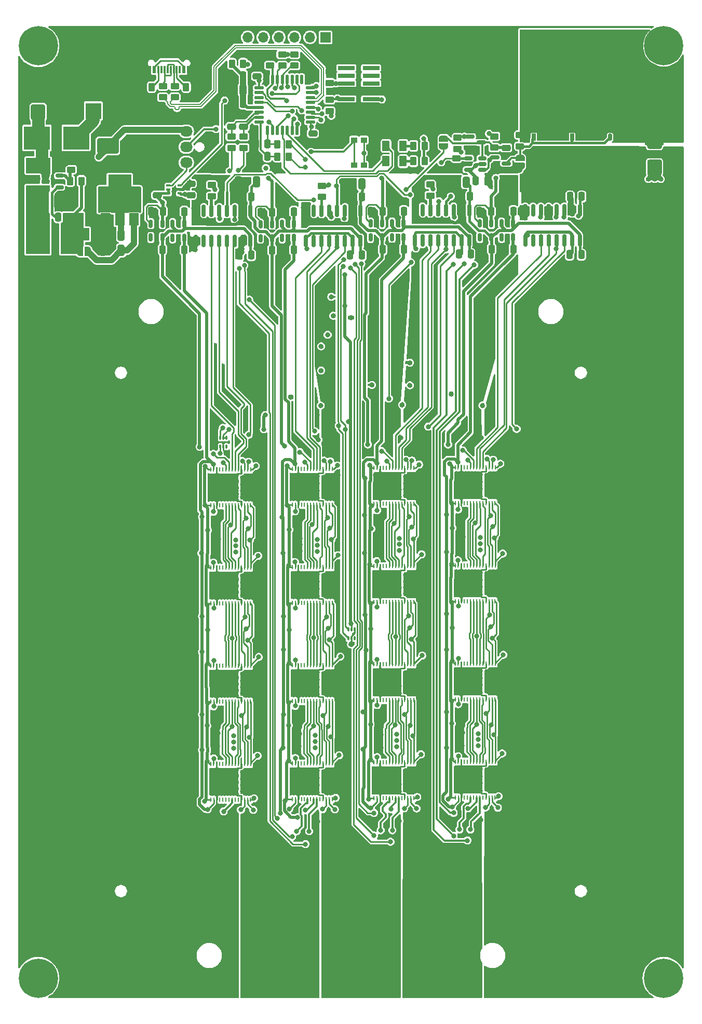
<source format=gtl>
G04 #@! TF.GenerationSoftware,KiCad,Pcbnew,8.0.1-8.0.1-1~ubuntu22.04.1*
G04 #@! TF.CreationDate,2024-04-03T21:03:16+02:00*
G04 #@! TF.ProjectId,0xaxe,30786178-652e-46b6-9963-61645f706362,302*
G04 #@! TF.SameCoordinates,Original*
G04 #@! TF.FileFunction,Copper,L1,Top*
G04 #@! TF.FilePolarity,Positive*
%FSLAX46Y46*%
G04 Gerber Fmt 4.6, Leading zero omitted, Abs format (unit mm)*
G04 Created by KiCad (PCBNEW 8.0.1-8.0.1-1~ubuntu22.04.1) date 2024-04-03 21:03:16*
%MOMM*%
%LPD*%
G01*
G04 APERTURE LIST*
G04 Aperture macros list*
%AMRoundRect*
0 Rectangle with rounded corners*
0 $1 Rounding radius*
0 $2 $3 $4 $5 $6 $7 $8 $9 X,Y pos of 4 corners*
0 Add a 4 corners polygon primitive as box body*
4,1,4,$2,$3,$4,$5,$6,$7,$8,$9,$2,$3,0*
0 Add four circle primitives for the rounded corners*
1,1,$1+$1,$2,$3*
1,1,$1+$1,$4,$5*
1,1,$1+$1,$6,$7*
1,1,$1+$1,$8,$9*
0 Add four rect primitives between the rounded corners*
20,1,$1+$1,$2,$3,$4,$5,0*
20,1,$1+$1,$4,$5,$6,$7,0*
20,1,$1+$1,$6,$7,$8,$9,0*
20,1,$1+$1,$8,$9,$2,$3,0*%
%AMFreePoly0*
4,1,19,0.500000,-0.750000,0.000000,-0.750000,0.000000,-0.744911,-0.071157,-0.744911,-0.207708,-0.704816,-0.327430,-0.627875,-0.420627,-0.520320,-0.479746,-0.390866,-0.500000,-0.250000,-0.500000,0.250000,-0.479746,0.390866,-0.420627,0.520320,-0.327430,0.627875,-0.207708,0.704816,-0.071157,0.744911,0.000000,0.744911,0.000000,0.750000,0.500000,0.750000,0.500000,-0.750000,0.500000,-0.750000,
$1*%
%AMFreePoly1*
4,1,19,0.000000,0.744911,0.071157,0.744911,0.207708,0.704816,0.327430,0.627875,0.420627,0.520320,0.479746,0.390866,0.500000,0.250000,0.500000,-0.250000,0.479746,-0.390866,0.420627,-0.520320,0.327430,-0.627875,0.207708,-0.704816,0.071157,-0.744911,0.000000,-0.744911,0.000000,-0.750000,-0.500000,-0.750000,-0.500000,0.750000,0.000000,0.750000,0.000000,0.744911,0.000000,0.744911,
$1*%
%AMFreePoly2*
4,1,9,2.975000,-2.350000,1.425000,-2.350000,1.425000,-2.100000,-1.650000,-2.100000,-1.650000,2.100000,1.425000,2.100000,1.425000,2.350000,2.975000,2.350000,2.975000,-2.350000,2.975000,-2.350000,$1*%
G04 Aperture macros list end*
G04 #@! TA.AperFunction,SMDPad,CuDef*
%ADD10R,0.221000X0.792000*%
G04 #@! TD*
G04 #@! TA.AperFunction,SMDPad,CuDef*
%ADD11R,1.810000X3.900000*%
G04 #@! TD*
G04 #@! TA.AperFunction,SMDPad,CuDef*
%ADD12R,4.530000X4.277000*%
G04 #@! TD*
G04 #@! TA.AperFunction,SMDPad,CuDef*
%ADD13RoundRect,0.250000X-1.500000X-1.000000X1.500000X-1.000000X1.500000X1.000000X-1.500000X1.000000X0*%
G04 #@! TD*
G04 #@! TA.AperFunction,SMDPad,CuDef*
%ADD14RoundRect,0.250000X-0.262500X-0.450000X0.262500X-0.450000X0.262500X0.450000X-0.262500X0.450000X0*%
G04 #@! TD*
G04 #@! TA.AperFunction,SMDPad,CuDef*
%ADD15RoundRect,0.150000X-0.150000X0.512500X-0.150000X-0.512500X0.150000X-0.512500X0.150000X0.512500X0*%
G04 #@! TD*
G04 #@! TA.AperFunction,SMDPad,CuDef*
%ADD16RoundRect,0.250000X-0.450000X0.262500X-0.450000X-0.262500X0.450000X-0.262500X0.450000X0.262500X0*%
G04 #@! TD*
G04 #@! TA.AperFunction,SMDPad,CuDef*
%ADD17R,1.500000X4.000000*%
G04 #@! TD*
G04 #@! TA.AperFunction,ComponentPad*
%ADD18C,3.500000*%
G04 #@! TD*
G04 #@! TA.AperFunction,SMDPad,CuDef*
%ADD19RoundRect,0.250000X-0.325000X-0.650000X0.325000X-0.650000X0.325000X0.650000X-0.325000X0.650000X0*%
G04 #@! TD*
G04 #@! TA.AperFunction,SMDPad,CuDef*
%ADD20RoundRect,0.150000X-0.150000X0.825000X-0.150000X-0.825000X0.150000X-0.825000X0.150000X0.825000X0*%
G04 #@! TD*
G04 #@! TA.AperFunction,SMDPad,CuDef*
%ADD21RoundRect,0.250000X0.250000X0.475000X-0.250000X0.475000X-0.250000X-0.475000X0.250000X-0.475000X0*%
G04 #@! TD*
G04 #@! TA.AperFunction,SMDPad,CuDef*
%ADD22FreePoly0,0.000000*%
G04 #@! TD*
G04 #@! TA.AperFunction,SMDPad,CuDef*
%ADD23FreePoly1,0.000000*%
G04 #@! TD*
G04 #@! TA.AperFunction,SMDPad,CuDef*
%ADD24RoundRect,0.250000X0.325000X0.650000X-0.325000X0.650000X-0.325000X-0.650000X0.325000X-0.650000X0*%
G04 #@! TD*
G04 #@! TA.AperFunction,ComponentPad*
%ADD25C,0.800000*%
G04 #@! TD*
G04 #@! TA.AperFunction,ComponentPad*
%ADD26C,6.400000*%
G04 #@! TD*
G04 #@! TA.AperFunction,SMDPad,CuDef*
%ADD27RoundRect,0.250000X-0.450000X-0.800000X0.450000X-0.800000X0.450000X0.800000X-0.450000X0.800000X0*%
G04 #@! TD*
G04 #@! TA.AperFunction,SMDPad,CuDef*
%ADD28RoundRect,0.250000X0.900000X-1.000000X0.900000X1.000000X-0.900000X1.000000X-0.900000X-1.000000X0*%
G04 #@! TD*
G04 #@! TA.AperFunction,SMDPad,CuDef*
%ADD29RoundRect,0.250000X-0.375000X-0.625000X0.375000X-0.625000X0.375000X0.625000X-0.375000X0.625000X0*%
G04 #@! TD*
G04 #@! TA.AperFunction,SMDPad,CuDef*
%ADD30RoundRect,0.050000X0.100000X-0.285000X0.100000X0.285000X-0.100000X0.285000X-0.100000X-0.285000X0*%
G04 #@! TD*
G04 #@! TA.AperFunction,ComponentPad*
%ADD31R,2.030000X1.730000*%
G04 #@! TD*
G04 #@! TA.AperFunction,ComponentPad*
%ADD32O,2.030000X1.730000*%
G04 #@! TD*
G04 #@! TA.AperFunction,SMDPad,CuDef*
%ADD33RoundRect,0.250000X-0.250000X-0.475000X0.250000X-0.475000X0.250000X0.475000X-0.250000X0.475000X0*%
G04 #@! TD*
G04 #@! TA.AperFunction,SMDPad,CuDef*
%ADD34FreePoly0,90.000000*%
G04 #@! TD*
G04 #@! TA.AperFunction,SMDPad,CuDef*
%ADD35FreePoly1,90.000000*%
G04 #@! TD*
G04 #@! TA.AperFunction,SMDPad,CuDef*
%ADD36RoundRect,0.250000X0.262500X0.450000X-0.262500X0.450000X-0.262500X-0.450000X0.262500X-0.450000X0*%
G04 #@! TD*
G04 #@! TA.AperFunction,SMDPad,CuDef*
%ADD37RoundRect,0.250000X0.450000X-0.262500X0.450000X0.262500X-0.450000X0.262500X-0.450000X-0.262500X0*%
G04 #@! TD*
G04 #@! TA.AperFunction,SMDPad,CuDef*
%ADD38RoundRect,0.250000X-0.475000X0.250000X-0.475000X-0.250000X0.475000X-0.250000X0.475000X0.250000X0*%
G04 #@! TD*
G04 #@! TA.AperFunction,SMDPad,CuDef*
%ADD39R,2.760000X0.650000*%
G04 #@! TD*
G04 #@! TA.AperFunction,SMDPad,CuDef*
%ADD40R,2.000000X2.000000*%
G04 #@! TD*
G04 #@! TA.AperFunction,SMDPad,CuDef*
%ADD41RoundRect,0.250000X0.475000X-0.250000X0.475000X0.250000X-0.475000X0.250000X-0.475000X-0.250000X0*%
G04 #@! TD*
G04 #@! TA.AperFunction,SMDPad,CuDef*
%ADD42RoundRect,0.150000X-0.587500X-0.150000X0.587500X-0.150000X0.587500X0.150000X-0.587500X0.150000X0*%
G04 #@! TD*
G04 #@! TA.AperFunction,SMDPad,CuDef*
%ADD43R,4.245000X3.810000*%
G04 #@! TD*
G04 #@! TA.AperFunction,SMDPad,CuDef*
%ADD44RoundRect,0.150000X-0.512500X-0.150000X0.512500X-0.150000X0.512500X0.150000X-0.512500X0.150000X0*%
G04 #@! TD*
G04 #@! TA.AperFunction,SMDPad,CuDef*
%ADD45RoundRect,0.150000X0.512500X0.150000X-0.512500X0.150000X-0.512500X-0.150000X0.512500X-0.150000X0*%
G04 #@! TD*
G04 #@! TA.AperFunction,SMDPad,CuDef*
%ADD46R,0.700000X1.150000*%
G04 #@! TD*
G04 #@! TA.AperFunction,SMDPad,CuDef*
%ADD47FreePoly2,270.000000*%
G04 #@! TD*
G04 #@! TA.AperFunction,SMDPad,CuDef*
%ADD48R,1.500000X2.000000*%
G04 #@! TD*
G04 #@! TA.AperFunction,SMDPad,CuDef*
%ADD49R,3.800000X2.000000*%
G04 #@! TD*
G04 #@! TA.AperFunction,SMDPad,CuDef*
%ADD50R,0.600000X1.150000*%
G04 #@! TD*
G04 #@! TA.AperFunction,SMDPad,CuDef*
%ADD51R,0.300000X1.150000*%
G04 #@! TD*
G04 #@! TA.AperFunction,ComponentPad*
%ADD52O,1.000000X2.100000*%
G04 #@! TD*
G04 #@! TA.AperFunction,ComponentPad*
%ADD53O,1.000000X1.800000*%
G04 #@! TD*
G04 #@! TA.AperFunction,ComponentPad*
%ADD54R,1.700000X1.700000*%
G04 #@! TD*
G04 #@! TA.AperFunction,ComponentPad*
%ADD55O,1.700000X1.700000*%
G04 #@! TD*
G04 #@! TA.AperFunction,SMDPad,CuDef*
%ADD56RoundRect,0.175000X0.175000X0.400000X-0.175000X0.400000X-0.175000X-0.400000X0.175000X-0.400000X0*%
G04 #@! TD*
G04 #@! TA.AperFunction,ComponentPad*
%ADD57R,2.600000X2.600000*%
G04 #@! TD*
G04 #@! TA.AperFunction,ComponentPad*
%ADD58C,2.600000*%
G04 #@! TD*
G04 #@! TA.AperFunction,SMDPad,CuDef*
%ADD59RoundRect,0.250000X0.650000X-0.325000X0.650000X0.325000X-0.650000X0.325000X-0.650000X-0.325000X0*%
G04 #@! TD*
G04 #@! TA.AperFunction,SMDPad,CuDef*
%ADD60RoundRect,0.250000X-0.900000X1.000000X-0.900000X-1.000000X0.900000X-1.000000X0.900000X1.000000X0*%
G04 #@! TD*
G04 #@! TA.AperFunction,SMDPad,CuDef*
%ADD61R,1.000000X0.900000*%
G04 #@! TD*
G04 #@! TA.AperFunction,SMDPad,CuDef*
%ADD62R,0.650000X0.400000*%
G04 #@! TD*
G04 #@! TA.AperFunction,SMDPad,CuDef*
%ADD63RoundRect,0.125000X-0.625000X-0.125000X0.625000X-0.125000X0.625000X0.125000X-0.625000X0.125000X0*%
G04 #@! TD*
G04 #@! TA.AperFunction,SMDPad,CuDef*
%ADD64RoundRect,0.125000X-0.125000X-0.625000X0.125000X-0.625000X0.125000X0.625000X-0.125000X0.625000X0*%
G04 #@! TD*
G04 #@! TA.AperFunction,ViaPad*
%ADD65C,0.800000*%
G04 #@! TD*
G04 #@! TA.AperFunction,ViaPad*
%ADD66C,1.300000*%
G04 #@! TD*
G04 #@! TA.AperFunction,Conductor*
%ADD67C,0.500000*%
G04 #@! TD*
G04 #@! TA.AperFunction,Conductor*
%ADD68C,0.254000*%
G04 #@! TD*
G04 #@! TA.AperFunction,Conductor*
%ADD69C,0.300000*%
G04 #@! TD*
G04 #@! TA.AperFunction,Conductor*
%ADD70C,1.000000*%
G04 #@! TD*
G04 #@! TA.AperFunction,Conductor*
%ADD71C,0.400000*%
G04 #@! TD*
G04 #@! TA.AperFunction,Conductor*
%ADD72C,2.000000*%
G04 #@! TD*
G04 #@! TA.AperFunction,Conductor*
%ADD73C,0.508000*%
G04 #@! TD*
G04 #@! TA.AperFunction,Conductor*
%ADD74C,0.200000*%
G04 #@! TD*
G04 APERTURE END LIST*
D10*
X90937000Y-95187900D03*
X90435000Y-95187900D03*
X89933000Y-95187900D03*
X89431000Y-95187900D03*
X88929000Y-95187900D03*
X88427000Y-95187900D03*
X87925000Y-95187900D03*
X87423000Y-95187900D03*
X86921000Y-95187900D03*
X86419000Y-95187900D03*
X85917000Y-95187900D03*
X85415000Y-95187900D03*
X84913000Y-95187900D03*
X84411000Y-95187900D03*
X84424000Y-101019900D03*
X84924000Y-101019900D03*
X85424000Y-101019900D03*
X85924000Y-101019900D03*
X86424000Y-101019900D03*
X86921000Y-101019900D03*
X87424000Y-101019900D03*
X87925000Y-101019900D03*
X88427000Y-101019900D03*
X88929000Y-101019900D03*
X89431000Y-101019900D03*
X89924000Y-101019900D03*
X90435000Y-101019900D03*
X90924000Y-101019900D03*
D11*
X90142000Y-98103900D03*
D12*
X86566000Y-98103900D03*
D13*
X54350000Y-42500000D03*
X60850000Y-42500000D03*
D14*
X59687500Y-32917000D03*
X61512500Y-32917000D03*
D15*
X99100000Y-55125000D03*
X98150000Y-55125000D03*
X97200000Y-55125000D03*
X97200000Y-57400000D03*
X99100000Y-57400000D03*
D16*
X111407499Y-41146500D03*
X111407499Y-42971500D03*
D17*
X44046200Y-57952000D03*
X47646200Y-57952000D03*
D18*
X135642500Y-31361000D03*
X126142500Y-31361000D03*
X116642500Y-31361000D03*
X107142500Y-31361000D03*
D15*
X116900000Y-55125000D03*
X115950000Y-55125000D03*
X115000000Y-55125000D03*
X115000000Y-57400000D03*
X116900000Y-57400000D03*
D19*
X43647200Y-45333000D03*
X46597200Y-45333000D03*
D20*
X77610000Y-53075100D03*
X76340000Y-53075100D03*
X75070000Y-53075100D03*
X73800000Y-53075100D03*
X72530000Y-53075100D03*
X71260000Y-53075100D03*
X69990000Y-53075100D03*
X68720000Y-53075100D03*
X68720000Y-58025100D03*
X69990000Y-58025100D03*
X71260000Y-58025100D03*
X72530000Y-58025100D03*
X73800000Y-58025100D03*
X75070000Y-58025100D03*
X76340000Y-58025100D03*
X77610000Y-58025100D03*
D21*
X76431000Y-31097000D03*
X74531000Y-31097000D03*
D22*
X49800000Y-59700000D03*
D23*
X51100000Y-59700000D03*
D10*
X90937000Y-143187900D03*
X90435000Y-143187900D03*
X89933000Y-143187900D03*
X89431000Y-143187900D03*
X88929000Y-143187900D03*
X88427000Y-143187900D03*
X87925000Y-143187900D03*
X87423000Y-143187900D03*
X86921000Y-143187900D03*
X86419000Y-143187900D03*
X85917000Y-143187900D03*
X85415000Y-143187900D03*
X84913000Y-143187900D03*
X84411000Y-143187900D03*
X84424000Y-149019900D03*
X84924000Y-149019900D03*
X85424000Y-149019900D03*
X85924000Y-149019900D03*
X86424000Y-149019900D03*
X86921000Y-149019900D03*
X87424000Y-149019900D03*
X87925000Y-149019900D03*
X88427000Y-149019900D03*
X88929000Y-149019900D03*
X89431000Y-149019900D03*
X89924000Y-149019900D03*
X90435000Y-149019900D03*
X90924000Y-149019900D03*
D11*
X90142000Y-146103900D03*
D12*
X86566000Y-146103900D03*
D16*
X76500000Y-40984500D03*
X76500000Y-42809500D03*
D24*
X56528000Y-57052000D03*
X53578000Y-57052000D03*
D25*
X40600000Y-178200000D03*
X41302944Y-176502944D03*
X41302944Y-179897056D03*
X43000000Y-175800000D03*
D26*
X43000000Y-178200000D03*
D25*
X43000000Y-180600000D03*
X44697056Y-176502944D03*
X44697056Y-179897056D03*
X45400000Y-178200000D03*
D27*
X41868200Y-51602000D03*
X46268200Y-51602000D03*
D28*
X42988200Y-37003800D03*
X42988200Y-32703800D03*
D29*
X99712500Y-45000000D03*
X102512500Y-45000000D03*
D30*
X72700000Y-91540000D03*
X73200000Y-91540000D03*
X73700000Y-91540000D03*
X73700000Y-90060000D03*
X73200000Y-90060000D03*
X72700000Y-90060000D03*
D31*
X67150000Y-37600000D03*
D32*
X67150000Y-40140000D03*
X67150000Y-42680000D03*
X67150000Y-45220000D03*
D21*
X113427200Y-50741700D03*
X111527200Y-50741700D03*
X63250000Y-59400000D03*
X61350000Y-59400000D03*
D33*
X114350000Y-48200000D03*
X116250000Y-48200000D03*
D16*
X80800000Y-27584500D03*
X80800000Y-29409500D03*
D21*
X80400000Y-44197000D03*
X78500000Y-44197000D03*
D15*
X66812200Y-55201200D03*
X65862200Y-55201200D03*
X64912200Y-55201200D03*
X64912200Y-57476200D03*
X66812200Y-57476200D03*
D21*
X131639000Y-50757900D03*
X129739000Y-50757900D03*
X120479000Y-53153900D03*
X118579000Y-53153900D03*
X81150000Y-59500000D03*
X79250000Y-59500000D03*
D16*
X106957800Y-48787800D03*
X106957800Y-50612800D03*
X84800000Y-27584500D03*
X84800000Y-29409500D03*
D34*
X121575400Y-45785600D03*
D35*
X121575400Y-44485600D03*
D36*
X106025000Y-42500000D03*
X104200000Y-42500000D03*
D37*
X48386200Y-46382500D03*
X48386200Y-44557500D03*
D24*
X56528000Y-59552000D03*
X53578000Y-59552000D03*
D10*
X77637000Y-95262900D03*
X77135000Y-95262900D03*
X76633000Y-95262900D03*
X76131000Y-95262900D03*
X75629000Y-95262900D03*
X75127000Y-95262900D03*
X74625000Y-95262900D03*
X74123000Y-95262900D03*
X73621000Y-95262900D03*
X73119000Y-95262900D03*
X72617000Y-95262900D03*
X72115000Y-95262900D03*
X71613000Y-95262900D03*
X71111000Y-95262900D03*
X71124000Y-101094900D03*
X71624000Y-101094900D03*
X72124000Y-101094900D03*
X72624000Y-101094900D03*
X73124000Y-101094900D03*
X73621000Y-101094900D03*
X74124000Y-101094900D03*
X74625000Y-101094900D03*
X75127000Y-101094900D03*
X75629000Y-101094900D03*
X76131000Y-101094900D03*
X76624000Y-101094900D03*
X77135000Y-101094900D03*
X77624000Y-101094900D03*
D11*
X76842000Y-98178900D03*
D12*
X73266000Y-98178900D03*
D21*
X131574000Y-60236900D03*
X129674000Y-60236900D03*
D36*
X50048700Y-48220000D03*
X48223700Y-48220000D03*
D38*
X87800000Y-40447000D03*
X87800000Y-42347000D03*
D21*
X95790200Y-50842700D03*
X93890200Y-50842700D03*
D16*
X71295800Y-48888800D03*
X71295800Y-50713800D03*
D21*
X99183200Y-59390200D03*
X97283200Y-59390200D03*
D10*
X77637000Y-127262900D03*
X77135000Y-127262900D03*
X76633000Y-127262900D03*
X76131000Y-127262900D03*
X75629000Y-127262900D03*
X75127000Y-127262900D03*
X74625000Y-127262900D03*
X74123000Y-127262900D03*
X73621000Y-127262900D03*
X73119000Y-127262900D03*
X72617000Y-127262900D03*
X72115000Y-127262900D03*
X71613000Y-127262900D03*
X71111000Y-127262900D03*
X71124000Y-133094900D03*
X71624000Y-133094900D03*
X72124000Y-133094900D03*
X72624000Y-133094900D03*
X73124000Y-133094900D03*
X73621000Y-133094900D03*
X74124000Y-133094900D03*
X74625000Y-133094900D03*
X75127000Y-133094900D03*
X75629000Y-133094900D03*
X76131000Y-133094900D03*
X76624000Y-133094900D03*
X77135000Y-133094900D03*
X77624000Y-133094900D03*
D11*
X76842000Y-130178900D03*
D12*
X73266000Y-130178900D03*
D39*
X97279000Y-34855000D03*
X93239000Y-34855000D03*
X97279000Y-33585000D03*
X93239000Y-33585000D03*
X97279000Y-32315000D03*
X93239000Y-32315000D03*
X97279000Y-31045000D03*
X93239000Y-31045000D03*
X97279000Y-29775000D03*
X93239000Y-29775000D03*
D25*
X142600000Y-178200000D03*
X143302944Y-176502944D03*
X143302944Y-179897056D03*
X145000000Y-175800000D03*
D26*
X145000000Y-178200000D03*
D25*
X145000000Y-180600000D03*
X146697056Y-176502944D03*
X146697056Y-179897056D03*
X147400000Y-178200000D03*
D21*
X102616200Y-53137700D03*
X100716200Y-53137700D03*
D16*
X90500000Y-34987500D03*
X90500000Y-36812500D03*
D40*
X50329200Y-56890000D03*
D10*
X117515000Y-110904900D03*
X117013000Y-110904900D03*
X116511000Y-110904900D03*
X116009000Y-110904900D03*
X115507000Y-110904900D03*
X115005000Y-110904900D03*
X114503000Y-110904900D03*
X114001000Y-110904900D03*
X113499000Y-110904900D03*
X112997000Y-110904900D03*
X112495000Y-110904900D03*
X111993000Y-110904900D03*
X111491000Y-110904900D03*
X110989000Y-110904900D03*
X111002000Y-116736900D03*
X111502000Y-116736900D03*
X112002000Y-116736900D03*
X112502000Y-116736900D03*
X113002000Y-116736900D03*
X113499000Y-116736900D03*
X114002000Y-116736900D03*
X114503000Y-116736900D03*
X115005000Y-116736900D03*
X115507000Y-116736900D03*
X116009000Y-116736900D03*
X116502000Y-116736900D03*
X117013000Y-116736900D03*
X117502000Y-116736900D03*
D11*
X116720000Y-113820900D03*
D12*
X113144000Y-113820900D03*
D41*
X78700000Y-31147000D03*
X78700000Y-29247000D03*
D25*
X40600000Y-26200000D03*
X41302944Y-24502944D03*
X41302944Y-27897056D03*
X43000000Y-23800000D03*
D26*
X43000000Y-26200000D03*
D25*
X43000000Y-28600000D03*
X44697056Y-24502944D03*
X44697056Y-27897056D03*
X45400000Y-26200000D03*
D30*
X93574000Y-122793900D03*
X94074000Y-122793900D03*
X94574000Y-122793900D03*
X94574000Y-121313900D03*
X94074000Y-121313900D03*
X93574000Y-121313900D03*
D42*
X117454999Y-44397000D03*
X117454999Y-46297000D03*
X119329999Y-45347000D03*
D43*
X42812500Y-41200000D03*
X49187500Y-41200000D03*
D21*
X80400000Y-42197000D03*
X78500000Y-42197000D03*
D37*
X111209000Y-46348100D03*
X111209000Y-44523100D03*
D15*
X120461000Y-55116400D03*
X119511000Y-55116400D03*
X118561000Y-55116400D03*
X118561000Y-57391400D03*
X120461000Y-57391400D03*
D14*
X74587500Y-29097000D03*
X76412500Y-29097000D03*
D10*
X104276000Y-127033900D03*
X103774000Y-127033900D03*
X103272000Y-127033900D03*
X102770000Y-127033900D03*
X102268000Y-127033900D03*
X101766000Y-127033900D03*
X101264000Y-127033900D03*
X100762000Y-127033900D03*
X100260000Y-127033900D03*
X99758000Y-127033900D03*
X99256000Y-127033900D03*
X98754000Y-127033900D03*
X98252000Y-127033900D03*
X97750000Y-127033900D03*
X97763000Y-132865900D03*
X98263000Y-132865900D03*
X98763000Y-132865900D03*
X99263000Y-132865900D03*
X99763000Y-132865900D03*
X100260000Y-132865900D03*
X100763000Y-132865900D03*
X101264000Y-132865900D03*
X101766000Y-132865900D03*
X102268000Y-132865900D03*
X102770000Y-132865900D03*
X103263000Y-132865900D03*
X103774000Y-132865900D03*
X104263000Y-132865900D03*
D11*
X103481000Y-129949900D03*
D12*
X99905000Y-129949900D03*
D44*
X113125000Y-44493600D03*
X113125000Y-45443600D03*
X113125000Y-46393600D03*
X115400000Y-46393600D03*
X115400000Y-45443600D03*
X115400000Y-44493600D03*
D21*
X66830200Y-53238700D03*
X64930200Y-53238700D03*
X46288200Y-54142000D03*
X44388200Y-54142000D03*
X77745600Y-60321700D03*
X75845600Y-60321700D03*
D20*
X95570000Y-53075100D03*
X94300000Y-53075100D03*
X93030000Y-53075100D03*
X91760000Y-53075100D03*
X90490000Y-53075100D03*
X89220000Y-53075100D03*
X87950000Y-53075100D03*
X86680000Y-53075100D03*
X86680000Y-58025100D03*
X87950000Y-58025100D03*
X89220000Y-58025100D03*
X90490000Y-58025100D03*
X91760000Y-58025100D03*
X93030000Y-58025100D03*
X94300000Y-58025100D03*
X95570000Y-58025100D03*
D37*
X63350000Y-34579500D03*
X63350000Y-32754500D03*
D15*
X63250000Y-55162500D03*
X62300000Y-55162500D03*
X61350000Y-55162500D03*
X61350000Y-57437500D03*
X63250000Y-57437500D03*
D21*
X81150000Y-53300000D03*
X79250000Y-53300000D03*
D24*
X95753200Y-48700000D03*
X92803200Y-48700000D03*
D45*
X46475700Y-49250000D03*
X46475700Y-48300000D03*
X46475700Y-47350000D03*
X44200700Y-47350000D03*
X44200700Y-48300000D03*
X44200700Y-49250000D03*
D15*
X84684200Y-55201200D03*
X83734200Y-55201200D03*
X82784200Y-55201200D03*
X82784200Y-57476200D03*
X84684200Y-57476200D03*
D10*
X117515000Y-142904900D03*
X117013000Y-142904900D03*
X116511000Y-142904900D03*
X116009000Y-142904900D03*
X115507000Y-142904900D03*
X115005000Y-142904900D03*
X114503000Y-142904900D03*
X114001000Y-142904900D03*
X113499000Y-142904900D03*
X112997000Y-142904900D03*
X112495000Y-142904900D03*
X111993000Y-142904900D03*
X111491000Y-142904900D03*
X110989000Y-142904900D03*
X111002000Y-148736900D03*
X111502000Y-148736900D03*
X112002000Y-148736900D03*
X112502000Y-148736900D03*
X113002000Y-148736900D03*
X113499000Y-148736900D03*
X114002000Y-148736900D03*
X114503000Y-148736900D03*
X115005000Y-148736900D03*
X115507000Y-148736900D03*
X116009000Y-148736900D03*
X116502000Y-148736900D03*
X117013000Y-148736900D03*
X117502000Y-148736900D03*
D11*
X116720000Y-145820900D03*
D12*
X113144000Y-145820900D03*
D10*
X104276000Y-143033900D03*
X103774000Y-143033900D03*
X103272000Y-143033900D03*
X102770000Y-143033900D03*
X102268000Y-143033900D03*
X101766000Y-143033900D03*
X101264000Y-143033900D03*
X100762000Y-143033900D03*
X100260000Y-143033900D03*
X99758000Y-143033900D03*
X99256000Y-143033900D03*
X98754000Y-143033900D03*
X98252000Y-143033900D03*
X97750000Y-143033900D03*
X97763000Y-148865900D03*
X98263000Y-148865900D03*
X98763000Y-148865900D03*
X99263000Y-148865900D03*
X99763000Y-148865900D03*
X100260000Y-148865900D03*
X100763000Y-148865900D03*
X101264000Y-148865900D03*
X101766000Y-148865900D03*
X102268000Y-148865900D03*
X102770000Y-148865900D03*
X103263000Y-148865900D03*
X103774000Y-148865900D03*
X104263000Y-148865900D03*
D11*
X103481000Y-145949900D03*
D12*
X99905000Y-145949900D03*
D21*
X95779600Y-60321700D03*
X93879600Y-60321700D03*
X120479000Y-59353900D03*
X118579000Y-59353900D03*
X102616200Y-59337700D03*
X100716200Y-59337700D03*
D37*
X117376499Y-42772500D03*
X117376499Y-40947500D03*
D25*
X142600000Y-26200000D03*
X143302944Y-24502944D03*
X143302944Y-27897056D03*
X145000000Y-23800000D03*
D26*
X145000000Y-26200000D03*
D25*
X145000000Y-28600000D03*
X146697056Y-24502944D03*
X146697056Y-27897056D03*
X147400000Y-26200000D03*
D24*
X112775000Y-48400000D03*
X109825000Y-48400000D03*
D41*
X62392500Y-50542500D03*
X62392500Y-48642500D03*
D46*
X133874000Y-41077000D03*
X132604000Y-41077000D03*
X131324000Y-41077000D03*
X130054000Y-41077000D03*
D47*
X131964000Y-44347000D03*
D21*
X99150000Y-53200000D03*
X97250000Y-53200000D03*
D41*
X76500000Y-39384500D03*
X76500000Y-37484500D03*
D24*
X76400000Y-33351000D03*
X73450000Y-33351000D03*
D21*
X76431000Y-35597000D03*
X74531000Y-35597000D03*
D29*
X99712500Y-42500000D03*
X102512500Y-42500000D03*
D48*
X54003000Y-54452000D03*
X56303000Y-54452000D03*
D49*
X56303000Y-48152000D03*
D48*
X58603000Y-54452000D03*
D50*
X67550000Y-30097000D03*
X66750000Y-30097000D03*
D51*
X65600000Y-30097000D03*
X64600000Y-30097000D03*
X64100000Y-30097000D03*
X63100000Y-30097000D03*
D50*
X61950000Y-30097000D03*
X61150000Y-30097000D03*
X61150000Y-30097000D03*
X61950000Y-30097000D03*
D51*
X62600000Y-30097000D03*
X63600000Y-30097000D03*
X65100000Y-30097000D03*
X66100000Y-30097000D03*
D50*
X66750000Y-30097000D03*
X67550000Y-30097000D03*
D52*
X68670000Y-29522000D03*
D53*
X68670000Y-25342000D03*
D52*
X60030000Y-29522000D03*
D53*
X60030000Y-25342000D03*
D15*
X81150000Y-55262500D03*
X80200000Y-55262500D03*
X79250000Y-55262500D03*
X79250000Y-57537500D03*
X81150000Y-57537500D03*
D10*
X77637000Y-111262900D03*
X77135000Y-111262900D03*
X76633000Y-111262900D03*
X76131000Y-111262900D03*
X75629000Y-111262900D03*
X75127000Y-111262900D03*
X74625000Y-111262900D03*
X74123000Y-111262900D03*
X73621000Y-111262900D03*
X73119000Y-111262900D03*
X72617000Y-111262900D03*
X72115000Y-111262900D03*
X71613000Y-111262900D03*
X71111000Y-111262900D03*
X71124000Y-117094900D03*
X71624000Y-117094900D03*
X72124000Y-117094900D03*
X72624000Y-117094900D03*
X73124000Y-117094900D03*
X73621000Y-117094900D03*
X74124000Y-117094900D03*
X74625000Y-117094900D03*
X75127000Y-117094900D03*
X75629000Y-117094900D03*
X76131000Y-117094900D03*
X76624000Y-117094900D03*
X77135000Y-117094900D03*
X77624000Y-117094900D03*
D11*
X76842000Y-114178900D03*
D12*
X73266000Y-114178900D03*
D36*
X68952500Y-32922000D03*
X67127500Y-32922000D03*
D21*
X63350000Y-53200000D03*
X61450000Y-53200000D03*
D10*
X90937000Y-127187900D03*
X90435000Y-127187900D03*
X89933000Y-127187900D03*
X89431000Y-127187900D03*
X88929000Y-127187900D03*
X88427000Y-127187900D03*
X87925000Y-127187900D03*
X87423000Y-127187900D03*
X86921000Y-127187900D03*
X86419000Y-127187900D03*
X85917000Y-127187900D03*
X85415000Y-127187900D03*
X84913000Y-127187900D03*
X84411000Y-127187900D03*
X84424000Y-133019900D03*
X84924000Y-133019900D03*
X85424000Y-133019900D03*
X85924000Y-133019900D03*
X86424000Y-133019900D03*
X86921000Y-133019900D03*
X87424000Y-133019900D03*
X87925000Y-133019900D03*
X88427000Y-133019900D03*
X88929000Y-133019900D03*
X89431000Y-133019900D03*
X89924000Y-133019900D03*
X90435000Y-133019900D03*
X90924000Y-133019900D03*
D11*
X90142000Y-130103900D03*
D12*
X86566000Y-130103900D03*
D41*
X119306899Y-42810000D03*
X119306899Y-40910000D03*
D54*
X89875000Y-24800000D03*
D55*
X87335000Y-24800000D03*
X84795000Y-24800000D03*
X82255000Y-24800000D03*
X79715000Y-24800000D03*
X77175000Y-24800000D03*
X74635000Y-24800000D03*
D56*
X140065000Y-41093000D03*
X138795000Y-41093000D03*
X137515000Y-41093000D03*
X136245000Y-41093000D03*
D47*
X138155000Y-44363000D03*
D42*
X113390999Y-40982000D03*
X113390999Y-42882000D03*
X115265999Y-41932000D03*
D37*
X65277000Y-34579500D03*
X65277000Y-32754500D03*
D16*
X82800000Y-27584500D03*
X82800000Y-29409500D03*
D36*
X106025000Y-45000000D03*
X104200000Y-45000000D03*
D21*
X116950000Y-59314000D03*
X115050000Y-59314000D03*
D57*
X52000000Y-36797000D03*
D58*
X52000000Y-30797000D03*
X47300000Y-33797000D03*
D20*
X113290000Y-52974100D03*
X112020000Y-52974100D03*
X110750000Y-52974100D03*
X109480000Y-52974100D03*
X108210000Y-52974100D03*
X106940000Y-52974100D03*
X105670000Y-52974100D03*
X104400000Y-52974100D03*
X104400000Y-57924100D03*
X105670000Y-57924100D03*
X106940000Y-57924100D03*
X108210000Y-57924100D03*
X109480000Y-57924100D03*
X110750000Y-57924100D03*
X112020000Y-57924100D03*
X113290000Y-57924100D03*
D10*
X104276000Y-111033900D03*
X103774000Y-111033900D03*
X103272000Y-111033900D03*
X102770000Y-111033900D03*
X102268000Y-111033900D03*
X101766000Y-111033900D03*
X101264000Y-111033900D03*
X100762000Y-111033900D03*
X100260000Y-111033900D03*
X99758000Y-111033900D03*
X99256000Y-111033900D03*
X98754000Y-111033900D03*
X98252000Y-111033900D03*
X97750000Y-111033900D03*
X97763000Y-116865900D03*
X98263000Y-116865900D03*
X98763000Y-116865900D03*
X99263000Y-116865900D03*
X99763000Y-116865900D03*
X100260000Y-116865900D03*
X100763000Y-116865900D03*
X101264000Y-116865900D03*
X101766000Y-116865900D03*
X102268000Y-116865900D03*
X102770000Y-116865900D03*
X103263000Y-116865900D03*
X103774000Y-116865900D03*
X104263000Y-116865900D03*
D11*
X103481000Y-113949900D03*
D12*
X99905000Y-113949900D03*
D20*
X131309800Y-52990300D03*
X130039800Y-52990300D03*
X128769800Y-52990300D03*
X127499800Y-52990300D03*
X126229800Y-52990300D03*
X124959800Y-52990300D03*
X123689800Y-52990300D03*
X122419800Y-52990300D03*
X122419800Y-57940300D03*
X123689800Y-57940300D03*
X124959800Y-57940300D03*
X126229800Y-57940300D03*
X127499800Y-57940300D03*
X128769800Y-57940300D03*
X130039800Y-57940300D03*
X131309800Y-57940300D03*
D41*
X74500000Y-39384500D03*
X74500000Y-37484500D03*
D10*
X104276000Y-95033900D03*
X103774000Y-95033900D03*
X103272000Y-95033900D03*
X102770000Y-95033900D03*
X102268000Y-95033900D03*
X101766000Y-95033900D03*
X101264000Y-95033900D03*
X100762000Y-95033900D03*
X100260000Y-95033900D03*
X99758000Y-95033900D03*
X99256000Y-95033900D03*
X98754000Y-95033900D03*
X98252000Y-95033900D03*
X97750000Y-95033900D03*
X97763000Y-100865900D03*
X98263000Y-100865900D03*
X98763000Y-100865900D03*
X99263000Y-100865900D03*
X99763000Y-100865900D03*
X100260000Y-100865900D03*
X100763000Y-100865900D03*
X101264000Y-100865900D03*
X101766000Y-100865900D03*
X102268000Y-100865900D03*
X102770000Y-100865900D03*
X103263000Y-100865900D03*
X103774000Y-100865900D03*
X104263000Y-100865900D03*
D11*
X103481000Y-97949900D03*
D12*
X99905000Y-97949900D03*
D21*
X66830200Y-59438700D03*
X64930200Y-59438700D03*
X84702200Y-59438700D03*
X82802200Y-59438700D03*
X116850000Y-53200000D03*
X114950000Y-53200000D03*
D59*
X48386200Y-54220000D03*
X48386200Y-51270000D03*
D16*
X90512000Y-30392000D03*
X90512000Y-32217000D03*
D41*
X67892500Y-50542500D03*
X67892500Y-48642500D03*
D10*
X117515000Y-126904900D03*
X117013000Y-126904900D03*
X116511000Y-126904900D03*
X116009000Y-126904900D03*
X115507000Y-126904900D03*
X115005000Y-126904900D03*
X114503000Y-126904900D03*
X114001000Y-126904900D03*
X113499000Y-126904900D03*
X112997000Y-126904900D03*
X112495000Y-126904900D03*
X111993000Y-126904900D03*
X111491000Y-126904900D03*
X110989000Y-126904900D03*
X111002000Y-132736900D03*
X111502000Y-132736900D03*
X112002000Y-132736900D03*
X112502000Y-132736900D03*
X113002000Y-132736900D03*
X113499000Y-132736900D03*
X114002000Y-132736900D03*
X114503000Y-132736900D03*
X115005000Y-132736900D03*
X115507000Y-132736900D03*
X116009000Y-132736900D03*
X116502000Y-132736900D03*
X117013000Y-132736900D03*
X117502000Y-132736900D03*
D11*
X116720000Y-129820900D03*
D12*
X113144000Y-129820900D03*
D15*
X102598200Y-55100200D03*
X101648200Y-55100200D03*
X100698200Y-55100200D03*
X100698200Y-57375200D03*
X102598200Y-57375200D03*
D21*
X77747200Y-50842700D03*
X75847200Y-50842700D03*
D14*
X82025000Y-42247000D03*
X83850000Y-42247000D03*
D21*
X84702200Y-53238700D03*
X82802200Y-53238700D03*
D60*
X143500000Y-41700000D03*
X143500000Y-46000000D03*
D61*
X94500000Y-45650000D03*
X94500000Y-41550000D03*
X96100000Y-45650000D03*
X96100000Y-41550000D03*
D10*
X77637000Y-143262900D03*
X77135000Y-143262900D03*
X76633000Y-143262900D03*
X76131000Y-143262900D03*
X75629000Y-143262900D03*
X75127000Y-143262900D03*
X74625000Y-143262900D03*
X74123000Y-143262900D03*
X73621000Y-143262900D03*
X73119000Y-143262900D03*
X72617000Y-143262900D03*
X72115000Y-143262900D03*
X71613000Y-143262900D03*
X71111000Y-143262900D03*
X71124000Y-149094900D03*
X71624000Y-149094900D03*
X72124000Y-149094900D03*
X72624000Y-149094900D03*
X73124000Y-149094900D03*
X73621000Y-149094900D03*
X74124000Y-149094900D03*
X74625000Y-149094900D03*
X75127000Y-149094900D03*
X75629000Y-149094900D03*
X76131000Y-149094900D03*
X76624000Y-149094900D03*
X77135000Y-149094900D03*
X77624000Y-149094900D03*
D11*
X76842000Y-146178900D03*
D12*
X73266000Y-146178900D03*
D14*
X82012500Y-44247000D03*
X83837500Y-44247000D03*
D24*
X78586200Y-48375800D03*
X75636200Y-48375800D03*
D16*
X74500000Y-40984500D03*
X74500000Y-42809500D03*
D21*
X113534200Y-60152200D03*
X111634200Y-60152200D03*
D16*
X89252200Y-49015800D03*
X89252200Y-50840800D03*
D37*
X121550400Y-42548100D03*
X121550400Y-40723100D03*
D34*
X109121499Y-42582000D03*
D35*
X109121499Y-41282000D03*
D10*
X117515000Y-94904900D03*
X117013000Y-94904900D03*
X116511000Y-94904900D03*
X116009000Y-94904900D03*
X115507000Y-94904900D03*
X115005000Y-94904900D03*
X114503000Y-94904900D03*
X114001000Y-94904900D03*
X113499000Y-94904900D03*
X112997000Y-94904900D03*
X112495000Y-94904900D03*
X111993000Y-94904900D03*
X111491000Y-94904900D03*
X110989000Y-94904900D03*
X111002000Y-100736900D03*
X111502000Y-100736900D03*
X112002000Y-100736900D03*
X112502000Y-100736900D03*
X113002000Y-100736900D03*
X113499000Y-100736900D03*
X114002000Y-100736900D03*
X114503000Y-100736900D03*
X115005000Y-100736900D03*
X115507000Y-100736900D03*
X116009000Y-100736900D03*
X116502000Y-100736900D03*
X117013000Y-100736900D03*
X117502000Y-100736900D03*
D11*
X116720000Y-97820900D03*
D12*
X113144000Y-97820900D03*
D62*
X66092500Y-50242500D03*
X66092500Y-49592500D03*
X66092500Y-48942500D03*
X64192500Y-48942500D03*
X64192500Y-49592500D03*
X64192500Y-50242500D03*
D10*
X90937000Y-111187900D03*
X90435000Y-111187900D03*
X89933000Y-111187900D03*
X89431000Y-111187900D03*
X88929000Y-111187900D03*
X88427000Y-111187900D03*
X87925000Y-111187900D03*
X87423000Y-111187900D03*
X86921000Y-111187900D03*
X86419000Y-111187900D03*
X85917000Y-111187900D03*
X85415000Y-111187900D03*
X84913000Y-111187900D03*
X84411000Y-111187900D03*
X84424000Y-117019900D03*
X84924000Y-117019900D03*
X85424000Y-117019900D03*
X85924000Y-117019900D03*
X86424000Y-117019900D03*
X86921000Y-117019900D03*
X87424000Y-117019900D03*
X87925000Y-117019900D03*
X88427000Y-117019900D03*
X88929000Y-117019900D03*
X89431000Y-117019900D03*
X89924000Y-117019900D03*
X90435000Y-117019900D03*
X90924000Y-117019900D03*
D11*
X90142000Y-114103900D03*
D12*
X86566000Y-114103900D03*
D63*
X79025000Y-33022000D03*
X79025000Y-33822000D03*
X79025000Y-34622000D03*
X79025000Y-35422000D03*
X79025000Y-36222000D03*
X79025000Y-37022000D03*
X79025000Y-37822000D03*
X79025000Y-38622000D03*
D64*
X80400000Y-39997000D03*
X81200000Y-39997000D03*
X82000000Y-39997000D03*
X82800000Y-39997000D03*
X83600000Y-39997000D03*
X84400000Y-39997000D03*
X85200000Y-39997000D03*
X86000000Y-39997000D03*
D63*
X87375000Y-38622000D03*
X87375000Y-37822000D03*
X87375000Y-37022000D03*
X87375000Y-36222000D03*
X87375000Y-35422000D03*
X87375000Y-34622000D03*
X87375000Y-33822000D03*
X87375000Y-33022000D03*
D64*
X86000000Y-31647000D03*
X85200000Y-31647000D03*
X84400000Y-31647000D03*
X83600000Y-31647000D03*
X82800000Y-31647000D03*
X82000000Y-31647000D03*
X81200000Y-31647000D03*
X80400000Y-31647000D03*
D46*
X127662000Y-41077000D03*
X126392000Y-41077000D03*
X125112000Y-41077000D03*
X123842000Y-41077000D03*
D47*
X125752000Y-44347000D03*
D65*
X75274000Y-98728900D03*
X72719000Y-96428900D03*
X90537000Y-29469000D03*
X75199000Y-128428900D03*
X72719000Y-145628900D03*
X103618000Y-77856000D03*
X72295640Y-138294900D03*
X89140000Y-75189000D03*
X71384000Y-130778900D03*
X122414000Y-54234000D03*
X103618000Y-81539000D03*
D66*
X117750000Y-38547000D03*
D65*
X79776500Y-30323500D03*
X65998066Y-54265211D03*
X72719000Y-144428900D03*
X90200000Y-73300000D03*
D66*
X113750000Y-34547000D03*
X109750000Y-36547000D03*
D65*
X110349000Y-82936000D03*
X75204000Y-131978900D03*
X71384000Y-147978900D03*
X45538200Y-48288200D03*
X72719000Y-97628900D03*
X73914000Y-147978900D03*
X73909000Y-129628900D03*
X68602200Y-59424800D03*
X119366000Y-40010000D03*
X72724000Y-99978900D03*
X115448160Y-84825014D03*
X69836000Y-32898000D03*
X73909000Y-96428900D03*
X62713500Y-47826500D03*
X71476800Y-90107700D03*
X71379000Y-113628900D03*
X75199000Y-129628900D03*
X75655156Y-84654000D03*
X47507450Y-45436250D03*
X73909000Y-128428900D03*
D66*
X117750000Y-34547000D03*
D65*
X75204000Y-114778900D03*
X61428600Y-60431600D03*
X71379000Y-112428900D03*
X74860600Y-86196165D03*
X75184000Y-145728900D03*
X71379000Y-97628900D03*
X75264000Y-99728900D03*
X72719000Y-128428900D03*
X74531000Y-34223000D03*
X144516000Y-47905000D03*
X75424000Y-37484500D03*
X73600000Y-92500000D03*
X71384000Y-115978900D03*
X73914000Y-115978900D03*
X72719000Y-113628900D03*
X73914000Y-146778900D03*
D66*
X115750000Y-36547000D03*
D65*
X71384000Y-99978900D03*
X75204000Y-130778900D03*
X75204000Y-146778900D03*
X143500000Y-47905000D03*
X71500000Y-165000000D03*
X72391200Y-106594900D03*
X71500000Y-159000000D03*
X73974000Y-113728900D03*
X90800000Y-67100000D03*
X73914000Y-131978900D03*
D66*
X109750000Y-38547000D03*
D65*
X72719000Y-129628900D03*
X71500000Y-161000000D03*
X52950827Y-57522827D03*
X73974000Y-99728900D03*
X73914000Y-130778900D03*
X71379000Y-96428900D03*
X91100000Y-70200000D03*
X84187000Y-83444000D03*
X71500000Y-160000000D03*
X94000000Y-70500000D03*
D66*
X107750000Y-34547000D03*
D65*
X71384000Y-98778900D03*
X75625752Y-90673093D03*
X102348000Y-84714000D03*
X129943859Y-51916941D03*
X72199582Y-139305036D03*
X53578000Y-55650000D03*
D66*
X111750000Y-38547000D03*
D65*
X78500000Y-43185000D03*
X72277675Y-140374586D03*
X66955635Y-49317395D03*
D66*
X111750000Y-36547000D03*
X111750000Y-34547000D03*
D65*
X142484000Y-47905000D03*
X71379000Y-145628900D03*
X71500000Y-166000000D03*
X60900000Y-44200000D03*
X72719000Y-112428900D03*
D66*
X105750000Y-38547000D03*
X105750000Y-36547000D03*
D65*
X65201637Y-60597180D03*
X71379000Y-129628900D03*
X117219600Y-45589100D03*
X72374000Y-107602900D03*
X72724000Y-130778900D03*
X72374000Y-108602900D03*
X75204000Y-147978900D03*
X46856066Y-51452134D03*
X71384000Y-146778900D03*
X74531000Y-32270000D03*
D66*
X115750000Y-38547000D03*
D65*
X97424000Y-81473901D03*
X71384000Y-114778900D03*
X72724000Y-115978900D03*
X89074000Y-84841000D03*
D66*
X117750000Y-36547000D03*
D65*
X62113697Y-54023032D03*
X71379000Y-128428900D03*
D66*
X115750000Y-34547000D03*
D65*
X73974000Y-98728900D03*
X73974000Y-112728900D03*
X75174000Y-113728900D03*
X126224000Y-54107000D03*
X94000000Y-123750000D03*
X114501499Y-43719868D03*
X76216600Y-59299998D03*
X75184000Y-144628900D03*
X75199000Y-96428900D03*
X73914000Y-114778900D03*
X72724000Y-147978900D03*
D66*
X113750000Y-36547000D03*
D65*
X112270558Y-45398242D03*
D66*
X107750000Y-36547000D03*
D65*
X75199000Y-97628900D03*
X75204000Y-115978900D03*
X116775200Y-49103200D03*
X71500000Y-164000000D03*
X73974000Y-145728900D03*
X72724000Y-114778900D03*
X75174000Y-112628900D03*
X72724000Y-146778900D03*
D66*
X107750000Y-38547000D03*
D65*
X78726000Y-28326000D03*
X86541252Y-41867880D03*
X71384000Y-131978900D03*
X58787000Y-32771000D03*
X79930000Y-28249800D03*
X72724000Y-131978900D03*
X75258289Y-152771445D03*
X71379000Y-144428900D03*
D66*
X113750000Y-38547000D03*
D65*
X95286800Y-33585000D03*
X89140000Y-79126000D03*
X121500000Y-46500000D03*
X72724000Y-98778900D03*
D66*
X109750000Y-34547000D03*
D65*
X73909000Y-97628900D03*
D66*
X105750000Y-34547000D03*
D65*
X73974000Y-144728900D03*
X127449000Y-59266900D03*
X110285200Y-50741700D03*
X108356170Y-51527730D03*
X113000000Y-155750000D03*
X110700000Y-61800000D03*
X110750000Y-151250000D03*
X107364200Y-49548400D03*
X114100000Y-61900000D03*
X113099000Y-150503500D03*
X110750000Y-155000000D03*
X110831942Y-54129757D03*
X112451197Y-61733803D03*
X43647200Y-44100000D03*
X52900000Y-44300000D03*
X80580200Y-47731600D03*
X51804100Y-60404100D03*
X117613400Y-47731600D03*
X98969800Y-47731600D03*
X63308200Y-51744800D03*
X100443000Y-155961000D03*
X93900000Y-62400000D03*
X90775288Y-54079622D03*
X86600000Y-156342000D03*
X75773287Y-62459090D03*
X72591200Y-54398700D03*
X91704221Y-58991661D03*
X87908200Y-51301751D03*
X71834239Y-49654291D03*
X82028000Y-152151000D03*
X77400000Y-67559698D03*
X86539000Y-150810000D03*
X76623000Y-62015323D03*
X75004200Y-54525700D03*
X84418923Y-155094077D03*
X91675800Y-48993929D03*
X109480000Y-59377700D03*
X103635648Y-50481737D03*
X95700000Y-61700000D03*
X97776000Y-151262000D03*
X90341631Y-48881600D03*
X100570000Y-150656000D03*
X94700000Y-61800000D03*
X97776000Y-154945000D03*
X92935200Y-54358300D03*
X86600000Y-44664600D03*
X79025000Y-31867000D03*
X80123000Y-46106000D03*
X54300000Y-50300000D03*
X66905500Y-50366200D03*
X131117800Y-53915800D03*
X56303000Y-50300000D03*
X54300000Y-51300000D03*
X114331322Y-45705349D03*
X57300000Y-50300000D03*
X93585000Y-87476500D03*
X58300000Y-51300000D03*
X92982500Y-68600000D03*
X56300000Y-52300000D03*
X77202000Y-29215000D03*
X96100000Y-43693000D03*
X56300000Y-51300000D03*
X55300000Y-51300000D03*
X55300000Y-50300000D03*
X79800000Y-88700000D03*
X83679000Y-27584500D03*
X54300000Y-52300000D03*
X116500000Y-40500000D03*
X105874500Y-41326200D03*
X74100000Y-88700000D03*
X93000000Y-63500000D03*
X57300000Y-51300000D03*
X58300000Y-50300000D03*
X57300000Y-52300000D03*
X90791000Y-37597000D03*
X87562940Y-39345084D03*
X80000000Y-86400000D03*
X94009276Y-120400122D03*
X112000000Y-43500000D03*
X58300000Y-52300000D03*
X55300000Y-52300000D03*
X86600000Y-46000000D03*
X75600002Y-46500000D03*
X74200000Y-46581600D03*
X85965000Y-36708000D03*
X116600780Y-44783771D03*
D66*
X126000000Y-38547000D03*
X134000000Y-38547000D03*
X138000000Y-34547000D03*
X124000000Y-34547000D03*
X136000000Y-36547000D03*
X134000000Y-36547000D03*
X128000000Y-38547000D03*
X130000000Y-38547000D03*
X128000000Y-36547000D03*
X130000000Y-36547000D03*
X132000000Y-34547000D03*
X138000000Y-36547000D03*
X136000000Y-38547000D03*
X138000000Y-38547000D03*
X126000000Y-36547000D03*
X134000000Y-34547000D03*
X136000000Y-34547000D03*
X130000000Y-34547000D03*
X128000000Y-34547000D03*
X132000000Y-36547000D03*
X124000000Y-36547000D03*
X126000000Y-34547000D03*
X132000000Y-38547000D03*
X124000000Y-38547000D03*
D65*
X99046000Y-34930000D03*
X84403000Y-36835000D03*
X88378000Y-33787000D03*
X91797054Y-34737946D03*
X91553000Y-32315000D03*
X88378000Y-32736997D03*
X85263797Y-38971876D03*
X108720078Y-45194922D03*
X73400000Y-35100000D03*
X81180000Y-33980000D03*
X70676400Y-105156593D03*
X70625141Y-133339847D03*
X70562400Y-137028900D03*
X69328000Y-91572000D03*
X70226400Y-94766597D03*
X70613200Y-121451300D03*
X70226400Y-101131300D03*
X70613200Y-126886600D03*
X70562400Y-142838100D03*
X70545786Y-117312211D03*
X70126400Y-149377205D03*
X70526400Y-110986200D03*
X73237000Y-151012000D03*
X113480000Y-153956000D03*
X111702000Y-153956000D03*
X118852000Y-125470900D03*
X117071669Y-122769700D03*
X116822598Y-120910400D03*
X116643100Y-118973973D03*
X117300909Y-138542056D03*
X118652000Y-141570900D03*
X116887531Y-136894952D03*
X115995200Y-135063300D03*
X118060400Y-148525300D03*
X117958800Y-150404900D03*
X115937786Y-150379348D03*
X102947400Y-93662434D03*
X103957800Y-93790300D03*
X105126200Y-94450700D03*
X105513000Y-109099900D03*
X104138395Y-106569295D03*
X103874753Y-104676912D03*
X103533312Y-102952064D03*
X105613000Y-125599900D03*
X103832669Y-122898700D03*
X103583598Y-121039400D03*
X103404100Y-119102973D03*
X105413000Y-141699900D03*
X104061909Y-138671056D03*
X103648531Y-137023952D03*
X102756200Y-135192300D03*
X104821400Y-148654300D03*
X104719800Y-150533900D03*
X102698786Y-150508348D03*
X89608400Y-93816434D03*
X90618800Y-93944300D03*
X91787200Y-94604700D03*
X90799395Y-106723295D03*
X91872200Y-109253900D03*
X90535753Y-104830912D03*
X90194312Y-103106064D03*
X92274000Y-125753900D03*
X90493669Y-123052700D03*
X90244598Y-121193400D03*
X90065100Y-119256973D03*
X90722909Y-138825056D03*
X92074000Y-141853900D03*
X90309531Y-137177952D03*
X89417200Y-135346300D03*
X91482400Y-148808300D03*
X91380800Y-150687900D03*
X89359786Y-150662348D03*
X76308400Y-93891434D03*
X77318800Y-94019300D03*
X69621600Y-108913007D03*
X69724000Y-102994900D03*
X69724000Y-135194900D03*
X71629200Y-126429700D03*
X69724000Y-140994900D03*
X71567777Y-110437148D03*
X70622113Y-150683300D03*
X71612951Y-102148902D03*
X71629200Y-142380900D03*
X69724000Y-119194900D03*
X69724000Y-124994900D03*
X71629200Y-117895300D03*
X71618172Y-133887625D03*
X71562034Y-94432583D03*
X78487200Y-94679700D03*
X118365200Y-94321700D03*
X117196800Y-93661300D03*
X116186400Y-93533434D03*
X118752000Y-108970900D03*
X117377395Y-106440295D03*
X117113753Y-104547912D03*
X116772312Y-102823064D03*
X78874000Y-109328900D03*
X77499395Y-106798295D03*
X77235753Y-104905912D03*
X76894312Y-103181064D03*
X78974000Y-125828900D03*
X77193669Y-123127700D03*
X76944598Y-121268400D03*
X76765100Y-119331973D03*
X77422909Y-138900056D03*
X78774000Y-141928900D03*
X77009531Y-137252952D03*
X76117200Y-135421300D03*
X78182400Y-148883300D03*
X78080800Y-150762900D03*
X76059786Y-150737348D03*
X109569572Y-134817359D03*
X111490951Y-101790902D03*
X109602000Y-102636900D03*
X109593052Y-108731050D03*
X111445777Y-110079148D03*
X111507200Y-126071700D03*
X111507200Y-142022900D03*
X109602000Y-124636900D03*
X111440034Y-94074583D03*
X111496172Y-133529625D03*
X109602000Y-140636900D03*
X111507200Y-117537300D03*
X109589415Y-118818668D03*
X110500113Y-150325300D03*
X71574058Y-92708586D03*
X112246434Y-92134456D03*
X103800000Y-61500000D03*
X103000000Y-49646000D03*
X100189000Y-83698000D03*
X84737190Y-38063476D03*
X112508000Y-40982000D03*
X96433937Y-124743580D03*
X95957805Y-134772109D03*
X98257172Y-133658625D03*
X98251951Y-101919902D03*
X96212200Y-102707675D03*
X96307400Y-96713810D03*
X98201034Y-94203583D03*
X95963000Y-140865900D03*
X98268200Y-126200700D03*
X96259475Y-118938724D03*
X98268200Y-142151900D03*
X97261113Y-150454300D03*
X98206777Y-110208148D03*
X96188568Y-108859868D03*
X98268200Y-117666300D03*
X99007434Y-92263456D03*
X85668434Y-92417456D03*
X87489000Y-43439000D03*
X83552000Y-35169000D03*
X114493669Y-122412348D03*
X114484099Y-136789796D03*
X100995633Y-104061533D03*
X101254669Y-122541348D03*
X101245099Y-136918796D03*
X87656633Y-104215533D03*
X87915669Y-122695348D03*
X87906099Y-137072796D03*
X74356633Y-104290533D03*
X74615669Y-122770348D03*
X74606099Y-137147796D03*
X73105419Y-88463380D03*
X92743422Y-62155422D03*
X93055600Y-88700000D03*
X81620000Y-33110000D03*
X92790900Y-61009100D03*
X72650000Y-92600000D03*
X92000000Y-88100000D03*
X82640000Y-33040000D03*
X84929200Y-117820300D03*
X82455521Y-151272207D03*
X82924000Y-108919900D03*
X84929200Y-126354700D03*
X83024000Y-135219900D03*
X84912951Y-102073902D03*
X83024000Y-124619900D03*
X82776514Y-103056359D03*
X83948986Y-150590500D03*
X82924000Y-140619900D03*
X84862034Y-94357583D03*
X84867777Y-110362148D03*
X84929200Y-142305900D03*
X83024000Y-119219900D03*
X84918172Y-133812625D03*
X114234633Y-103932533D03*
X106587075Y-88281554D03*
X99843000Y-93891900D03*
X73204000Y-94120900D03*
X77325083Y-89600000D03*
X89140000Y-38232000D03*
X127494000Y-54107000D03*
X89260123Y-37216990D03*
X128764000Y-54107000D03*
X124954000Y-54107000D03*
X88650764Y-36469000D03*
X121017000Y-88651000D03*
X113082000Y-93762900D03*
X86504000Y-94045900D03*
X88083400Y-89012800D03*
X100747000Y-154085000D03*
X98842000Y-154085000D03*
X87174000Y-154239000D03*
X85142000Y-154239000D03*
X71995000Y-39756000D03*
X80631000Y-38613000D03*
X116152000Y-144270900D03*
D66*
X137950000Y-47725000D03*
D65*
X132814000Y-43497000D03*
D66*
X131991000Y-49225000D03*
X137950000Y-49225000D03*
D65*
X137444000Y-44497000D03*
X140194000Y-42997000D03*
X116152000Y-114370900D03*
D66*
X129991000Y-49225000D03*
D65*
X114715931Y-138339900D03*
X117452000Y-97370900D03*
X115114000Y-108367900D03*
X125002000Y-44547000D03*
X136194000Y-44997000D03*
X117452000Y-129370900D03*
X116152000Y-98370900D03*
X117452000Y-147370900D03*
D66*
X125893000Y-47725000D03*
D65*
X116191000Y-86238000D03*
X125002000Y-43547000D03*
X134064000Y-42997000D03*
X116152000Y-145370900D03*
X136194000Y-45997000D03*
X119750000Y-166000000D03*
X123752000Y-43047000D03*
X117452000Y-112270900D03*
D66*
X123991000Y-49225000D03*
D65*
X138944000Y-44497000D03*
X117452000Y-128270900D03*
X136194000Y-43997000D03*
X117452000Y-146370900D03*
X117452000Y-99370900D03*
X130064000Y-45997000D03*
D66*
X135991000Y-49225000D03*
D65*
X131314000Y-44497000D03*
X117452000Y-145370900D03*
D66*
X139982000Y-49225000D03*
X133991000Y-47725000D03*
D65*
X127752000Y-44047000D03*
X137194000Y-45497000D03*
X117452000Y-131370900D03*
X130064000Y-42997000D03*
X118924000Y-123633300D03*
D66*
X135991000Y-47725000D03*
D65*
X140194000Y-45997000D03*
X119750000Y-165000000D03*
X116152000Y-146370900D03*
X123752000Y-44047000D03*
X134064000Y-44997000D03*
X115114000Y-107351900D03*
X116152000Y-147370900D03*
X116152000Y-115370900D03*
D66*
X127893000Y-47725000D03*
D65*
X116152000Y-96270900D03*
X114723409Y-140335400D03*
X119750000Y-161000000D03*
X117452000Y-113370900D03*
X117452000Y-114370900D03*
X116152000Y-113370900D03*
X123752000Y-46047000D03*
X116152000Y-112270900D03*
D66*
X133991000Y-49225000D03*
X125893000Y-49225000D03*
D65*
X119750000Y-164000000D03*
X117452000Y-98370900D03*
X136194000Y-42997000D03*
X117452000Y-96270900D03*
X116152000Y-97370900D03*
X119750000Y-160000000D03*
X117452000Y-130370900D03*
X137444000Y-43497000D03*
D66*
X123991000Y-47725000D03*
D65*
X126502000Y-44547000D03*
X117452000Y-115370900D03*
X127752000Y-45047000D03*
X130064000Y-43997000D03*
X132814000Y-44497000D03*
X116152000Y-128270900D03*
X116152000Y-129370900D03*
D66*
X131991000Y-47725000D03*
X129991000Y-47725000D03*
X139982000Y-47725000D03*
D65*
X118670000Y-139787700D03*
X123752000Y-45047000D03*
X130064000Y-44997000D03*
X127752000Y-46047000D03*
X134064000Y-43997000D03*
X134064000Y-45997000D03*
X116152000Y-99370900D03*
X117452000Y-144270900D03*
X114723409Y-139319400D03*
X126752000Y-45547000D03*
X116152000Y-131370900D03*
X132064000Y-45497000D03*
X127752000Y-43047000D03*
X126502000Y-43547000D03*
X131064000Y-45497000D03*
X115114000Y-106372400D03*
X116152000Y-130370900D03*
X140194000Y-44997000D03*
X138944000Y-43497000D03*
X140194000Y-43997000D03*
X133064000Y-45497000D03*
X124752000Y-45547000D03*
X138194000Y-45497000D03*
X120092400Y-147153700D03*
X139194000Y-45497000D03*
X119279600Y-96302900D03*
X119750000Y-159000000D03*
X131314000Y-43497000D03*
D66*
X127893000Y-49225000D03*
D65*
X125752000Y-45547000D03*
X83845786Y-117237211D03*
X83862400Y-142763100D03*
X83913200Y-126811600D03*
X83826400Y-110911200D03*
X83283248Y-149302205D03*
X83626400Y-101056300D03*
X83862400Y-136953900D03*
X83913200Y-121376300D03*
X83976400Y-105081593D03*
X85269000Y-151977900D03*
X83171000Y-91445000D03*
X83852789Y-133273111D03*
X83626400Y-94691597D03*
X99363000Y-115749900D03*
X98023000Y-131749900D03*
X100553000Y-99749900D03*
X89574000Y-146653900D03*
X100553000Y-115749900D03*
X88536000Y-106655400D03*
X101838000Y-97399900D03*
X90874000Y-129653900D03*
X100553000Y-147749900D03*
X92346000Y-123916300D03*
X101586000Y-86326500D03*
X90874000Y-130653900D03*
X99358000Y-144199900D03*
X93250000Y-164000000D03*
X91912909Y-96143175D03*
X98018000Y-96199900D03*
X94300000Y-51731700D03*
X89574000Y-145653900D03*
X100548000Y-96199900D03*
X98023000Y-98549900D03*
X90874000Y-144553900D03*
X98150000Y-160000000D03*
X101843000Y-147749900D03*
X89574000Y-129653900D03*
X99363000Y-98549900D03*
X101784066Y-54164211D03*
X99363000Y-147749900D03*
X100548000Y-113399900D03*
X99363000Y-131749900D03*
X98023000Y-114549900D03*
X90874000Y-131653900D03*
X98150000Y-159000000D03*
X101838000Y-129399900D03*
X98150000Y-161000000D03*
X92092000Y-140070700D03*
X98150000Y-164000000D03*
X101838000Y-113399900D03*
X101843000Y-98549900D03*
X90874000Y-113653900D03*
X98150000Y-165000000D03*
X90874000Y-146653900D03*
X89574000Y-112553900D03*
X90874000Y-96553900D03*
X99363000Y-130549900D03*
X90874000Y-97653900D03*
X99358000Y-145399900D03*
X98023000Y-115749900D03*
X98018000Y-97399900D03*
X100548000Y-145399900D03*
X98150000Y-166000000D03*
X98018000Y-144199900D03*
X98023000Y-130549900D03*
X89574000Y-99653900D03*
X99358000Y-129399900D03*
X102132600Y-90124541D03*
X100548000Y-129399900D03*
X93250000Y-165000000D03*
X101838000Y-144199900D03*
X98023000Y-146549900D03*
X100548000Y-128199900D03*
X90874000Y-114653900D03*
X99363000Y-146549900D03*
X89574000Y-113653900D03*
X97300000Y-60400000D03*
X98916675Y-140630353D03*
X90874000Y-145653900D03*
X99363000Y-99749900D03*
X100548000Y-144199900D03*
X99013000Y-107599900D03*
X89574000Y-130653900D03*
X100548000Y-97399900D03*
X101838000Y-128199900D03*
X90874000Y-128553900D03*
X99030200Y-106591900D03*
X90874000Y-98653900D03*
X90874000Y-112553900D03*
X98075578Y-54174422D03*
X101838000Y-96199900D03*
X86240200Y-52574700D03*
X98018000Y-128199900D03*
X89574000Y-114653900D03*
X100553000Y-130549900D03*
X101843000Y-115749900D03*
X89921250Y-86264200D03*
X98018000Y-112199900D03*
X99013000Y-108599900D03*
X90874000Y-147653900D03*
X98934640Y-138550667D03*
X98115800Y-89878700D03*
X89574000Y-128553900D03*
X99358000Y-96199900D03*
X99358000Y-97399900D03*
X101838000Y-112199900D03*
X101843000Y-99749900D03*
X93250000Y-160000000D03*
X101897289Y-152542445D03*
X100548000Y-112199900D03*
X101843000Y-114549900D03*
X99358000Y-128199900D03*
X101843000Y-130549900D03*
X89574000Y-98653900D03*
X88145409Y-140618400D03*
X90874000Y-115653900D03*
X88145409Y-139602400D03*
X88536000Y-108650900D03*
X98018000Y-145399900D03*
X98018000Y-113399900D03*
X101843000Y-146549900D03*
X88137931Y-138622900D03*
X88536000Y-107634900D03*
X90874000Y-99653900D03*
X89574000Y-144553900D03*
X93250000Y-161000000D03*
X100553000Y-131749900D03*
X100553000Y-98549900D03*
X100278416Y-60458791D03*
X89574000Y-96553900D03*
X104577000Y-59233800D03*
X98023000Y-147749900D03*
X93250000Y-166000000D03*
X100553000Y-146549900D03*
X92500000Y-146500000D03*
X98838582Y-139560803D03*
X99358000Y-113399900D03*
X89574000Y-115653900D03*
X93250000Y-159000000D03*
X89574000Y-131653900D03*
X98023000Y-99749900D03*
X100553000Y-114549900D03*
X89574000Y-97653900D03*
X89574000Y-147653900D03*
X101838000Y-145399900D03*
X98018000Y-129399900D03*
X101843000Y-131749900D03*
X99363000Y-114549900D03*
X99358000Y-112199900D03*
X83800000Y-37590000D03*
X84740000Y-33020000D03*
X83708238Y-32863114D03*
X115082000Y-98420900D03*
X101476931Y-138468900D03*
X115077000Y-96070900D03*
X104213000Y-99499900D03*
X102913000Y-130499900D03*
X113787000Y-145270900D03*
X112155675Y-140267353D03*
X112597000Y-144070900D03*
X115082000Y-114420900D03*
X113787000Y-96070900D03*
X102913000Y-144399900D03*
X113792000Y-99620900D03*
X112020000Y-51630700D03*
X115077000Y-144070900D03*
X112597000Y-112070900D03*
X115077000Y-97270900D03*
X112602000Y-99620900D03*
X112602000Y-131620900D03*
X102913000Y-145499900D03*
X118754421Y-60416364D03*
X112597000Y-97270900D03*
X111500000Y-166000000D03*
X115082000Y-147620900D03*
X111500000Y-160000000D03*
X114794000Y-86238000D03*
X112597000Y-128070900D03*
X111262000Y-115620900D03*
X111262000Y-147620900D03*
X111257000Y-128070900D03*
X111500000Y-165000000D03*
X112602000Y-146420900D03*
X112252000Y-107244900D03*
X115082000Y-99620900D03*
X104213000Y-112399900D03*
X101875000Y-108496900D03*
X112597000Y-96070900D03*
X102913000Y-98499900D03*
X102913000Y-129499900D03*
X101875000Y-107480900D03*
X102913000Y-97499900D03*
X102913000Y-146499900D03*
X106040600Y-96431900D03*
X115136289Y-152413445D03*
X113792000Y-115620900D03*
X101484409Y-140464400D03*
X112173640Y-138187667D03*
X111500000Y-164000000D03*
X106500000Y-159000000D03*
X112597000Y-145270900D03*
X111500000Y-161000000D03*
X112597000Y-113270900D03*
X113787000Y-97270900D03*
X106200000Y-147282700D03*
X111262000Y-99620900D03*
X115077000Y-145270900D03*
X113792000Y-98420900D03*
X119646866Y-54180411D03*
X104213000Y-146499900D03*
X106500000Y-164000000D03*
X115077000Y-113270900D03*
X102913000Y-96399900D03*
X112077582Y-139197803D03*
X102913000Y-112399900D03*
X113787000Y-128070900D03*
X104213000Y-144399900D03*
X101484409Y-139448400D03*
X112602000Y-114420900D03*
X111354800Y-89749700D03*
X106500000Y-161000000D03*
X112597000Y-129270900D03*
X104213000Y-128399900D03*
X113792000Y-147620900D03*
X111257000Y-97270900D03*
X113792000Y-146420900D03*
X112602000Y-115620900D03*
X122820444Y-57053444D03*
X102913000Y-114499900D03*
X106500000Y-165000000D03*
X115082000Y-131620900D03*
X115563603Y-54036397D03*
X111262000Y-131620900D03*
X113787000Y-112070900D03*
X102913000Y-99499900D03*
X104213000Y-129499900D03*
X113787000Y-129270900D03*
X104213000Y-98499900D03*
X102913000Y-147499900D03*
X115082000Y-146420900D03*
X104213000Y-114499900D03*
X113787000Y-113270900D03*
X104213000Y-113499900D03*
X113792000Y-131620900D03*
X104213000Y-131499900D03*
X111257000Y-112070900D03*
X115266400Y-90105300D03*
X104213000Y-96399900D03*
X104213000Y-147499900D03*
X115077000Y-129270900D03*
X111257000Y-145270900D03*
X115077000Y-128070900D03*
X104213000Y-115499900D03*
X104213000Y-97499900D03*
X104213000Y-130499900D03*
X112269200Y-106236900D03*
X102913000Y-115499900D03*
X111262000Y-114420900D03*
X105431000Y-139916700D03*
X111262000Y-98420900D03*
X113787000Y-144070900D03*
X111257000Y-96070900D03*
X105685000Y-123762300D03*
X102913000Y-131499900D03*
X112602000Y-130420900D03*
X115700000Y-58800000D03*
X115077000Y-112070900D03*
X115082000Y-130420900D03*
X111262000Y-146420900D03*
X106500000Y-166000000D03*
X102913000Y-128399900D03*
X112252000Y-108244900D03*
X111500000Y-159000000D03*
X112602000Y-147620900D03*
X111257000Y-113270900D03*
X104213000Y-145499900D03*
X113792000Y-130420900D03*
X106500000Y-160000000D03*
X115082000Y-115620900D03*
X102913000Y-113499900D03*
X111257000Y-129270900D03*
X103110000Y-86326500D03*
X112602000Y-98420900D03*
X111262000Y-130420900D03*
X101875000Y-106501400D03*
X104422200Y-51677800D03*
X111257000Y-144070900D03*
X113792000Y-114420900D03*
X77574000Y-99728900D03*
X88504000Y-146703900D03*
X87214000Y-146703900D03*
X74845409Y-140693400D03*
X86019000Y-144353900D03*
X84750000Y-166000000D03*
X80250000Y-165000000D03*
X77574000Y-114728900D03*
X88504000Y-131903900D03*
X87214000Y-114703900D03*
X80250000Y-160000000D03*
X86019000Y-129553900D03*
X77574000Y-131728900D03*
X86024000Y-147903900D03*
X77574000Y-113728900D03*
X77574000Y-147728900D03*
X85595640Y-138319900D03*
X87214000Y-131903900D03*
X85577675Y-140399586D03*
X79854000Y-147298483D03*
X84750000Y-160000000D03*
X85674000Y-107527900D03*
X79975000Y-54025000D03*
X86019000Y-128353900D03*
X86024000Y-131903900D03*
X86024000Y-146703900D03*
X77574000Y-144628900D03*
X80250000Y-159000000D03*
X76274000Y-113728900D03*
X88504000Y-130703900D03*
X76340000Y-51731700D03*
X85674000Y-108527900D03*
X80250000Y-166000000D03*
X83870066Y-54265211D03*
X79046000Y-123991300D03*
X88504000Y-115903900D03*
X77574000Y-146728900D03*
X79401600Y-96660900D03*
X88499000Y-113553900D03*
X88499000Y-97553900D03*
X88504000Y-98703900D03*
X87214000Y-115903900D03*
X87209000Y-97553900D03*
X87209000Y-144353900D03*
X77574000Y-145728900D03*
X87214000Y-98703900D03*
X86024000Y-130703900D03*
X77574000Y-130728900D03*
X76274000Y-112628900D03*
X87209000Y-129553900D03*
X88558289Y-152696445D03*
X84679000Y-128353900D03*
X87214000Y-147903900D03*
X76274000Y-144628900D03*
X84750000Y-161000000D03*
X88499000Y-128353900D03*
X86024000Y-99903900D03*
X76274000Y-145728900D03*
X80250000Y-164000000D03*
X87209000Y-113553900D03*
X76274000Y-97728900D03*
X88504000Y-99903900D03*
X87214000Y-99903900D03*
X86024000Y-114703900D03*
X87209000Y-96353900D03*
X86019000Y-112353900D03*
X84679000Y-145553900D03*
X78792000Y-140145700D03*
X77574000Y-96628900D03*
X84679000Y-144353900D03*
X84684000Y-115903900D03*
X84679000Y-113553900D03*
X86777000Y-59233800D03*
X77574000Y-97728900D03*
X87209000Y-112353900D03*
X84679000Y-96353900D03*
X79900000Y-60200000D03*
X88504000Y-114703900D03*
X88489800Y-86365000D03*
X77574000Y-115728900D03*
X83073637Y-60597180D03*
X84750000Y-165000000D03*
X74845409Y-139677400D03*
X76274000Y-115728900D03*
X84679000Y-129553900D03*
X76274000Y-96628900D03*
X84679000Y-112353900D03*
X76274000Y-99728900D03*
X88499000Y-129553900D03*
X84684000Y-98703900D03*
X84750000Y-164000000D03*
X76274000Y-147728900D03*
X84684000Y-99903900D03*
X84684000Y-131903900D03*
X86024000Y-115903900D03*
X86019000Y-96353900D03*
X84684000Y-130703900D03*
X76274000Y-130728900D03*
X86019000Y-145553900D03*
X76274000Y-128628900D03*
X84750000Y-159000000D03*
X88504000Y-147903900D03*
X74837931Y-138697900D03*
X76821000Y-86111000D03*
X88499000Y-96353900D03*
X76274000Y-129728900D03*
X76274000Y-114728900D03*
X75236000Y-107709900D03*
X87209000Y-145553900D03*
X88499000Y-112353900D03*
X76274000Y-146728900D03*
X84684000Y-114703900D03*
X88499000Y-144353900D03*
X84684000Y-146703900D03*
X75236000Y-108725900D03*
X88499000Y-145553900D03*
X77574000Y-128628900D03*
X88697609Y-90397509D03*
X84684000Y-147903900D03*
X84679000Y-97553900D03*
X76274000Y-131728900D03*
X80250000Y-161000000D03*
X75236000Y-106730400D03*
X87209000Y-128353900D03*
X77574000Y-129728900D03*
X86019000Y-97553900D03*
X68368200Y-52691600D03*
X77574000Y-98728900D03*
X84833000Y-89977728D03*
X77574000Y-112628900D03*
X86019000Y-113553900D03*
X76274000Y-98728900D03*
X86024000Y-98703900D03*
X85499582Y-139330036D03*
X85691200Y-106519900D03*
X87214000Y-130703900D03*
X97046400Y-94615167D03*
X97201400Y-142609100D03*
X96863000Y-149053800D03*
X97315400Y-104927593D03*
X97191789Y-133119111D03*
X97252200Y-126657600D03*
X97063000Y-110757200D03*
X97417000Y-101176691D03*
X96760000Y-91191000D03*
X97201400Y-136799900D03*
X97184786Y-117083211D03*
X97252200Y-121222300D03*
X110440400Y-142480100D03*
X110491200Y-121093300D03*
X109861248Y-149019205D03*
X110491200Y-126528600D03*
X110554400Y-104798593D03*
X110083185Y-94339993D03*
X110430789Y-132990111D03*
X110404400Y-110628200D03*
X110423786Y-116954211D03*
X110404400Y-100736900D03*
X110440400Y-136670900D03*
X109841000Y-91191000D03*
D67*
X68095000Y-30097000D02*
X68670000Y-29522000D01*
D68*
X72115000Y-97027900D02*
X73266000Y-98178900D01*
X75274000Y-96628900D02*
X74816000Y-96628900D01*
X76131000Y-100444900D02*
X76094400Y-100408300D01*
D69*
X119306899Y-40910000D02*
X119306899Y-40069101D01*
D68*
X72115000Y-97027900D02*
X72574000Y-97486900D01*
D70*
X64930200Y-59438700D02*
X64930200Y-60325743D01*
D68*
X76131000Y-148444900D02*
X76105600Y-148419500D01*
X94574000Y-121313900D02*
X94574000Y-121941672D01*
X86073000Y-40620000D02*
X86061064Y-40620000D01*
D67*
X67550000Y-30097000D02*
X68095000Y-30097000D01*
D68*
X76131000Y-95262900D02*
X76131000Y-95912900D01*
D69*
X78500000Y-44197000D02*
X78500000Y-42197000D01*
D68*
X72115000Y-113027900D02*
X73266000Y-114178900D01*
D69*
X80400000Y-31647000D02*
X80400000Y-30947000D01*
D68*
X76094400Y-95949500D02*
X75495400Y-95949500D01*
X76018900Y-116419500D02*
X75506600Y-116419500D01*
X75506600Y-116419500D02*
X73266000Y-114178900D01*
D70*
X60950000Y-42500000D02*
X60950000Y-44150000D01*
D68*
X94074000Y-122793900D02*
X94074000Y-123676000D01*
D67*
X46600200Y-51270000D02*
X46268200Y-51602000D01*
D68*
X72124000Y-133094900D02*
X72124000Y-131320900D01*
D70*
X60950000Y-44150000D02*
X60900000Y-44200000D01*
D69*
X80400000Y-30947000D02*
X78700000Y-29247000D01*
D67*
X60605000Y-30097000D02*
X60030000Y-29522000D01*
D71*
X76340000Y-59423398D02*
X76216600Y-59299998D01*
X130039800Y-52990300D02*
X130039800Y-51058700D01*
D68*
X72124000Y-117094900D02*
X72124000Y-115320900D01*
X72124000Y-101094900D02*
X72124000Y-99320900D01*
X76131000Y-101094900D02*
X76131000Y-100444900D01*
D70*
X53578000Y-59552000D02*
X53578000Y-57052000D01*
D68*
X72574000Y-97728900D02*
X72816000Y-97728900D01*
X72115000Y-143262900D02*
X72115000Y-145027900D01*
X73974000Y-98886900D02*
X73974000Y-98728900D01*
X94074000Y-123676000D02*
X94000000Y-123750000D01*
X72124000Y-147320900D02*
X73266000Y-146178900D01*
X76131000Y-143262900D02*
X76131000Y-143912900D01*
X76131000Y-116531600D02*
X76018900Y-116419500D01*
D67*
X45550000Y-48300000D02*
X45538200Y-48288200D01*
D68*
X94574000Y-121941672D02*
X94074000Y-122441672D01*
D71*
X113125000Y-45443600D02*
X112113500Y-45443600D01*
D68*
X85823000Y-40858064D02*
X85823000Y-41194736D01*
X75274000Y-96170900D02*
X75274000Y-96628900D01*
X72115000Y-127262900D02*
X72115000Y-129027900D01*
X76131000Y-149094900D02*
X76131000Y-148444900D01*
X62392500Y-48642500D02*
X62392500Y-48147500D01*
X86061064Y-40620000D02*
X85823000Y-40858064D01*
X76131000Y-143912900D02*
X76094400Y-143949500D01*
D70*
X74531000Y-35597000D02*
X74531000Y-34223000D01*
D68*
X75506600Y-148419500D02*
X73266000Y-146178900D01*
X62392500Y-48147500D02*
X62713500Y-47826500D01*
X73974000Y-97470900D02*
X73974000Y-97728900D01*
D67*
X68720000Y-58025100D02*
X68720000Y-59307000D01*
D69*
X76500000Y-37484500D02*
X74500000Y-37484500D01*
D71*
X66680530Y-49592500D02*
X66955635Y-49317395D01*
X66092500Y-49592500D02*
X66680530Y-49592500D01*
D68*
X76131000Y-117094900D02*
X76131000Y-116531600D01*
D69*
X119306899Y-40069101D02*
X119366000Y-40010000D01*
D68*
X72716000Y-98728900D02*
X73266000Y-98178900D01*
X86766358Y-42138094D02*
X87103030Y-42138094D01*
D70*
X74531000Y-31097000D02*
X74531000Y-32270000D01*
D71*
X76340000Y-59955900D02*
X76340000Y-59423398D01*
D68*
X76131000Y-133094900D02*
X76131000Y-132444900D01*
X76131000Y-111912900D02*
X76105600Y-111938300D01*
X75495400Y-143949500D02*
X73266000Y-146178900D01*
X59687500Y-32917000D02*
X58933000Y-32917000D01*
X126229800Y-54101200D02*
X126224000Y-54107000D01*
X76131000Y-95912900D02*
X76094400Y-95949500D01*
D67*
X90512000Y-30392000D02*
X90512000Y-29494000D01*
D70*
X74322000Y-34223000D02*
X74531000Y-34223000D01*
D67*
X61150000Y-30097000D02*
X60605000Y-30097000D01*
X117219600Y-45589100D02*
X117219600Y-46061601D01*
D68*
X72574000Y-97486900D02*
X72574000Y-97728900D01*
X72115000Y-111262900D02*
X72115000Y-113027900D01*
D67*
X46475700Y-48300000D02*
X45550000Y-48300000D01*
D68*
X76131000Y-127262900D02*
X76131000Y-127912900D01*
D70*
X74531000Y-32270000D02*
X73450000Y-33351000D01*
D69*
X78700000Y-29247000D02*
X78700000Y-28352000D01*
D68*
X87103030Y-42138094D02*
X87267124Y-41974000D01*
D71*
X112113500Y-45443600D02*
X111209000Y-46348100D01*
D70*
X61350000Y-59400000D02*
X61350000Y-60353000D01*
D68*
X122419800Y-54228200D02*
X122414000Y-54234000D01*
D67*
X117219600Y-46061601D02*
X117454999Y-46297000D01*
D68*
X86000000Y-40547000D02*
X86073000Y-40620000D01*
D71*
X75974200Y-60321700D02*
X76340000Y-59955900D01*
D68*
X76105600Y-148419500D02*
X75506600Y-148419500D01*
D69*
X78700000Y-28352000D02*
X78726000Y-28326000D01*
D68*
X76131000Y-132444900D02*
X76105600Y-132419500D01*
D67*
X68720000Y-59307000D02*
X68602200Y-59424800D01*
D71*
X130039800Y-51058700D02*
X129739000Y-50757900D01*
D68*
X75506600Y-127938300D02*
X73266000Y-130178900D01*
D70*
X61350000Y-60353000D02*
X61428600Y-60431600D01*
X53578000Y-57052000D02*
X53578000Y-54877000D01*
D67*
X61450000Y-53200000D02*
X62113697Y-53863697D01*
D68*
X74123000Y-116095900D02*
X74124000Y-116094900D01*
D67*
X48386200Y-51270000D02*
X46600200Y-51270000D01*
D68*
X72574000Y-96728900D02*
X72115000Y-97027900D01*
X73200000Y-92100000D02*
X73600000Y-92500000D01*
D69*
X93239000Y-33585000D02*
X97279000Y-33585000D01*
D68*
X73816000Y-98728900D02*
X73266000Y-98178900D01*
X85823000Y-41194736D02*
X86766358Y-42138094D01*
X75495400Y-95949500D02*
X75274000Y-96170900D01*
X73200000Y-91540000D02*
X73200000Y-92100000D01*
X94074000Y-122441672D02*
X94074000Y-122793900D01*
X72574000Y-98870900D02*
X72574000Y-98728900D01*
X72115000Y-145027900D02*
X73266000Y-146178900D01*
X72574000Y-98728900D02*
X72716000Y-98728900D01*
X87427000Y-41974000D02*
X87800000Y-42347000D01*
X126229800Y-52990300D02*
X126229800Y-54101200D01*
X76094400Y-100408300D02*
X75495400Y-100408300D01*
X73974000Y-98728900D02*
X73816000Y-98728900D01*
D72*
X43000000Y-32850000D02*
X46353000Y-32850000D01*
D67*
X62300000Y-54209335D02*
X62113697Y-54023032D01*
D68*
X68952500Y-32922000D02*
X69812000Y-32922000D01*
X73716000Y-97728900D02*
X73266000Y-98178900D01*
X58933000Y-32917000D02*
X58787000Y-32771000D01*
D71*
X67892500Y-48642500D02*
X67217605Y-49317395D01*
D68*
X72124000Y-115320900D02*
X73266000Y-114178900D01*
X72115000Y-95262900D02*
X72115000Y-97027900D01*
X87267124Y-41974000D02*
X87427000Y-41974000D01*
D69*
X80134700Y-28249800D02*
X79930000Y-28249800D01*
X80800000Y-27584500D02*
X80134700Y-28249800D01*
D68*
X122419800Y-52990300D02*
X122419800Y-54228200D01*
X76131000Y-127912900D02*
X76105600Y-127938300D01*
D71*
X113663631Y-42882000D02*
X114501499Y-43719868D01*
D68*
X76105600Y-132419500D02*
X75506600Y-132419500D01*
D71*
X67217605Y-49317395D02*
X66955635Y-49317395D01*
D68*
X76105600Y-111938300D02*
X75506600Y-111938300D01*
D67*
X90512000Y-29494000D02*
X90537000Y-29469000D01*
D68*
X72124000Y-131320900D02*
X73266000Y-130178900D01*
X86000000Y-39997000D02*
X86000000Y-40547000D01*
X73974000Y-97728900D02*
X73716000Y-97728900D01*
D67*
X48386200Y-44557500D02*
X47507450Y-45436250D01*
D68*
X75506600Y-111938300D02*
X73266000Y-114178900D01*
X75495400Y-100408300D02*
X73974000Y-98886900D01*
X121575400Y-46424600D02*
X121500000Y-46500000D01*
X72816000Y-97728900D02*
X73266000Y-98178900D01*
X74123000Y-131095900D02*
X74124000Y-131094900D01*
D67*
X116775200Y-48725200D02*
X116775200Y-49103200D01*
D73*
X65862200Y-54170700D02*
X64930200Y-53238700D01*
D68*
X76131000Y-111262900D02*
X76131000Y-111912900D01*
D70*
X64930200Y-60325743D02*
X65201637Y-60597180D01*
D68*
X72115000Y-129027900D02*
X73266000Y-130178900D01*
X75506600Y-132419500D02*
X73266000Y-130178900D01*
D67*
X62113697Y-53863697D02*
X62113697Y-54023032D01*
D68*
X121575400Y-45785600D02*
X121575400Y-46424600D01*
X76105600Y-127938300D02*
X75506600Y-127938300D01*
X76094400Y-143949500D02*
X75495400Y-143949500D01*
X72124000Y-99320900D02*
X72574000Y-98870900D01*
X72124000Y-149094900D02*
X72124000Y-147320900D01*
D71*
X113390999Y-42882000D02*
X113663631Y-42882000D01*
D70*
X73450000Y-33351000D02*
X74322000Y-34223000D01*
D72*
X46353000Y-32850000D02*
X47300000Y-33797000D01*
D68*
X74816000Y-96628900D02*
X73974000Y-97470900D01*
D70*
X53578000Y-54877000D02*
X54003000Y-54452000D01*
D67*
X116250000Y-48200000D02*
X116775200Y-48725200D01*
D68*
X69812000Y-32922000D02*
X69836000Y-32898000D01*
D73*
X65862200Y-55201200D02*
X65862200Y-54170700D01*
D67*
X62300000Y-55162500D02*
X62300000Y-54209335D01*
D71*
X76340000Y-58025100D02*
X76340000Y-59955900D01*
X127499800Y-59216100D02*
X127449000Y-59266900D01*
D68*
X115507000Y-92353900D02*
X119351000Y-88509900D01*
X119351000Y-88509900D02*
X119351000Y-68168200D01*
X127449000Y-60070200D02*
X127449000Y-59266900D01*
D71*
X109480000Y-52974100D02*
X109480000Y-51546900D01*
X127499800Y-57940300D02*
X127499800Y-59216100D01*
D68*
X127449000Y-57991100D02*
X127499800Y-57940300D01*
X119351000Y-68168200D02*
X127449000Y-60070200D01*
D71*
X109480000Y-51546900D02*
X110285200Y-50741700D01*
D68*
X115507000Y-94904900D02*
X115507000Y-92353900D01*
D69*
X109600000Y-86400000D02*
X109600000Y-62900000D01*
X107500000Y-88500000D02*
X109600000Y-86400000D01*
X107500000Y-154000000D02*
X107500000Y-88500000D01*
D71*
X108210000Y-52974100D02*
X108356170Y-52827930D01*
X108356170Y-52827930D02*
X108356170Y-51527730D01*
D69*
X113000000Y-155750000D02*
X109250000Y-155750000D01*
X109600000Y-62900000D02*
X110700000Y-61800000D01*
X109250000Y-155750000D02*
X107500000Y-154000000D01*
X108452400Y-89077180D02*
X111700000Y-85829580D01*
X108452400Y-149526334D02*
X108452400Y-89077180D01*
X114503000Y-149432900D02*
X113432400Y-150503500D01*
X110176066Y-151250000D02*
X108452400Y-149526334D01*
D71*
X106957800Y-49142000D02*
X107364200Y-49548400D01*
D69*
X111700000Y-64300000D02*
X114100000Y-61900000D01*
X113432400Y-150503500D02*
X113099000Y-150503500D01*
X111700000Y-85829580D02*
X111700000Y-64300000D01*
X114503000Y-148736900D02*
X114503000Y-149432900D01*
D71*
X106957800Y-48787800D02*
X106957800Y-49142000D01*
D69*
X110750000Y-151250000D02*
X110176066Y-151250000D01*
X111100000Y-63085000D02*
X112451197Y-61733803D01*
X108000000Y-88889790D02*
X111100000Y-85789790D01*
D71*
X110750000Y-54047815D02*
X110831942Y-54129757D01*
D69*
X111100000Y-85789790D02*
X111100000Y-63085000D01*
D71*
X110750000Y-52974100D02*
X110750000Y-54047815D01*
D69*
X108000000Y-152250000D02*
X108000000Y-88889790D01*
X110750000Y-155000000D02*
X108000000Y-152250000D01*
D70*
X54450000Y-42500000D02*
X54450000Y-42750000D01*
D72*
X43647200Y-42034700D02*
X42812500Y-41200000D01*
D70*
X67200000Y-39900000D02*
X57050000Y-39900000D01*
D72*
X43000000Y-37150000D02*
X43000000Y-41012500D01*
D70*
X54450000Y-42750000D02*
X52900000Y-44300000D01*
D72*
X43647200Y-45333000D02*
X43647200Y-42034700D01*
D70*
X57050000Y-39900000D02*
X54450000Y-42500000D01*
D72*
X43000000Y-41012500D02*
X42812500Y-41200000D01*
D68*
X115845600Y-52195600D02*
X116850000Y-53200000D01*
D67*
X99100000Y-55125000D02*
X99100000Y-53250000D01*
X63350000Y-53200000D02*
X63350000Y-51786600D01*
D70*
X52504400Y-61104400D02*
X54975600Y-61104400D01*
D67*
X63250000Y-53300000D02*
X63350000Y-53200000D01*
X99100000Y-53250000D02*
X99150000Y-53200000D01*
D70*
X57483500Y-59552000D02*
X56528000Y-59552000D01*
D71*
X64192500Y-49592500D02*
X64192500Y-50242500D01*
D67*
X116850000Y-50679400D02*
X117664200Y-49865200D01*
D68*
X79250000Y-54780612D02*
X78470600Y-54001212D01*
D67*
X99150000Y-53200000D02*
X99150000Y-47911800D01*
X81150000Y-55262500D02*
X81150000Y-53300000D01*
D68*
X61350000Y-55162500D02*
X60670600Y-54483100D01*
X62345600Y-52195600D02*
X63350000Y-53200000D01*
X78773788Y-52295600D02*
X80145600Y-52295600D01*
D67*
X99150000Y-47911800D02*
X98969800Y-47731600D01*
D68*
X60670600Y-54483100D02*
X60670600Y-52498788D01*
X97200000Y-55125000D02*
X96470600Y-54395600D01*
X114170600Y-54295600D02*
X114170600Y-52498788D01*
X80145600Y-52295600D02*
X81150000Y-53300000D01*
D67*
X116900000Y-53250000D02*
X116850000Y-53200000D01*
D68*
X78470600Y-54001212D02*
X78470600Y-52598788D01*
D67*
X116900000Y-55125000D02*
X116900000Y-53250000D01*
D71*
X62692500Y-50242500D02*
X62392500Y-50542500D01*
D67*
X81150000Y-53300000D02*
X81150000Y-48301400D01*
D68*
X115000000Y-55125000D02*
X114170600Y-54295600D01*
D70*
X58603000Y-54452000D02*
X58603000Y-58432500D01*
D68*
X78470600Y-52598788D02*
X78773788Y-52295600D01*
X114473788Y-52195600D02*
X115845600Y-52195600D01*
X96470600Y-52498788D02*
X96869388Y-52100000D01*
D67*
X62392500Y-50829100D02*
X63308200Y-51744800D01*
D70*
X54975600Y-61104400D02*
X56528000Y-59552000D01*
X58603000Y-58432500D02*
X57483500Y-59552000D01*
D68*
X79250000Y-55262500D02*
X79250000Y-54780612D01*
X60973788Y-52195600D02*
X62345600Y-52195600D01*
D70*
X51100000Y-59700000D02*
X52504400Y-61104400D01*
D68*
X98050000Y-52100000D02*
X99150000Y-53200000D01*
D67*
X117664200Y-47782400D02*
X117613400Y-47731600D01*
D71*
X64192500Y-50242500D02*
X62692500Y-50242500D01*
D67*
X117664200Y-49865200D02*
X117664200Y-47782400D01*
D68*
X60670600Y-52498788D02*
X60973788Y-52195600D01*
X96470600Y-54395600D02*
X96470600Y-52498788D01*
D67*
X81150000Y-48301400D02*
X80580200Y-47731600D01*
X116850000Y-53200000D02*
X116850000Y-50679400D01*
D68*
X96869388Y-52100000D02*
X98050000Y-52100000D01*
D67*
X62392500Y-50542500D02*
X62392500Y-50829100D01*
X63250000Y-55162500D02*
X63250000Y-53300000D01*
D68*
X114170600Y-52498788D02*
X114473788Y-52195600D01*
D67*
X63350000Y-51786600D02*
X63308200Y-51744800D01*
D68*
X97268000Y-155961000D02*
X100443000Y-155961000D01*
X95003400Y-120433429D02*
X95003400Y-123935600D01*
D71*
X90490000Y-53075100D02*
X90775288Y-53360388D01*
D68*
X94870000Y-68782088D02*
X94870000Y-63370000D01*
D71*
X90775288Y-53360388D02*
X90775288Y-54079622D01*
D68*
X95003400Y-123935600D02*
X94448600Y-124490400D01*
X94448600Y-124490400D02*
X94448600Y-153141600D01*
X94495400Y-119925429D02*
X95003400Y-120433429D01*
X94870000Y-73732844D02*
X94495400Y-74107444D01*
X94870000Y-68782088D02*
X94870000Y-73732844D01*
X94870000Y-63370000D02*
X93900000Y-62400000D01*
X94495400Y-74107444D02*
X94495400Y-119925429D01*
X94448600Y-153141600D02*
X97268000Y-155961000D01*
X80777000Y-152551000D02*
X80777000Y-86078156D01*
D71*
X72591200Y-54398700D02*
X72591200Y-53136300D01*
D68*
X80631000Y-73030000D02*
X75773287Y-68172287D01*
X86600000Y-156342000D02*
X84568000Y-156342000D01*
D71*
X72591200Y-53136300D02*
X72530000Y-53075100D01*
D68*
X75773287Y-68172287D02*
X75773287Y-62459090D01*
X80777000Y-86078156D02*
X80631000Y-85932156D01*
X80631000Y-85932156D02*
X80631000Y-73030000D01*
X84568000Y-156342000D02*
X80777000Y-152551000D01*
X88929000Y-95187900D02*
X88929000Y-91589717D01*
D71*
X73800000Y-50014900D02*
X73800000Y-53075100D01*
D68*
X91760000Y-58025100D02*
X91760000Y-58935882D01*
X80016556Y-47196400D02*
X80258356Y-46954600D01*
X85249195Y-51301751D02*
X87908200Y-51301751D01*
X80902044Y-46954600D02*
X85249195Y-51301751D01*
X73800000Y-48481388D02*
X75084988Y-47196400D01*
X73800000Y-50014900D02*
X73800000Y-48481388D01*
X88929000Y-91589717D02*
X87306400Y-89967117D01*
X87306400Y-89967117D02*
X87306400Y-63537478D01*
X91704221Y-59139657D02*
X91704221Y-58991661D01*
X75084988Y-47196400D02*
X80016556Y-47196400D01*
X87306400Y-63537478D02*
X91704221Y-59139657D01*
X91760000Y-58935882D02*
X91704221Y-58991661D01*
X80258356Y-46954600D02*
X80902044Y-46954600D01*
D69*
X87925000Y-149715900D02*
X86830900Y-150810000D01*
D68*
X81589800Y-71749498D02*
X77400000Y-67559698D01*
D71*
X71295800Y-49115852D02*
X71834239Y-49654291D01*
D68*
X82028000Y-152151000D02*
X81589800Y-151712800D01*
X81589800Y-151712800D02*
X81589800Y-71749498D01*
D69*
X86830900Y-150810000D02*
X86539000Y-150810000D01*
D71*
X71295800Y-48888800D02*
X71295800Y-49115852D01*
D69*
X87925000Y-149019900D02*
X87925000Y-149715900D01*
D68*
X77400000Y-67500000D02*
X77400000Y-67559698D01*
X81183400Y-72693400D02*
X76700000Y-68210000D01*
X81183400Y-152382664D02*
X81183400Y-72693400D01*
X76623000Y-62923000D02*
X76623000Y-62015323D01*
X84418923Y-155094077D02*
X83894813Y-155094077D01*
D71*
X75004200Y-54525700D02*
X75004200Y-53140900D01*
D68*
X76700000Y-68210000D02*
X76700000Y-63000000D01*
X83894813Y-155094077D02*
X81183400Y-152382664D01*
X76700000Y-63000000D02*
X76623000Y-62923000D01*
D71*
X75004200Y-53140900D02*
X75070000Y-53075100D01*
D68*
X91675800Y-47925200D02*
X92195600Y-47405400D01*
X107100000Y-61757700D02*
X109480000Y-59377700D01*
X102736893Y-50481737D02*
X103635648Y-50481737D01*
D71*
X91760000Y-49078129D02*
X91760000Y-53075100D01*
D68*
X102268000Y-91740015D02*
X103600000Y-90408015D01*
X103600000Y-90408015D02*
X103600000Y-88549472D01*
D71*
X109480000Y-57924100D02*
X109480000Y-59377700D01*
X91675800Y-48993929D02*
X91760000Y-49078129D01*
D68*
X91675800Y-48993929D02*
X91675800Y-47925200D01*
X98197156Y-47405400D02*
X98647956Y-46954600D01*
X99291644Y-46954600D02*
X99746800Y-47409756D01*
X98647956Y-46954600D02*
X99291644Y-46954600D01*
X102268000Y-95033900D02*
X102268000Y-91740015D01*
X99746800Y-47491644D02*
X102736893Y-50481737D01*
X103600000Y-88549472D02*
X107100000Y-85049472D01*
X92195600Y-47405400D02*
X98197156Y-47405400D01*
X99746800Y-47409756D02*
X99746800Y-47491644D01*
X107100000Y-85049472D02*
X107100000Y-61757700D01*
D71*
X89252200Y-49015800D02*
X90207431Y-49015800D01*
D69*
X101264000Y-149561900D02*
X101264000Y-148865900D01*
D68*
X96760000Y-151262000D02*
X95278405Y-149780405D01*
X95278405Y-149780405D02*
X95278405Y-124810067D01*
D69*
X100570000Y-150255900D02*
X101264000Y-149561900D01*
D68*
X95413800Y-74338516D02*
X95700000Y-74052316D01*
X97776000Y-151262000D02*
X96760000Y-151262000D01*
D71*
X90207431Y-49015800D02*
X90341631Y-48881600D01*
D68*
X95413800Y-119683328D02*
X95413800Y-74338516D01*
X95700000Y-74052316D02*
X95700000Y-61700000D01*
X95278405Y-124810067D02*
X95816200Y-124272272D01*
D69*
X100570000Y-150656000D02*
X100570000Y-150255900D01*
D68*
X95816200Y-124272272D02*
X95816200Y-120085728D01*
X95816200Y-120085728D02*
X95413800Y-119683328D01*
X95276400Y-73901180D02*
X95276400Y-67482400D01*
D71*
X92935200Y-53169900D02*
X92935200Y-54358300D01*
D68*
X95007400Y-119851664D02*
X95007400Y-74170180D01*
X95007400Y-74170180D02*
X95276400Y-73901180D01*
X95276400Y-62376400D02*
X94700000Y-61800000D01*
X94855000Y-124658736D02*
X95409800Y-124103936D01*
X95276400Y-67482400D02*
X95276400Y-62376400D01*
D71*
X93030000Y-53075100D02*
X92935200Y-53169900D01*
D68*
X97776000Y-154945000D02*
X94855000Y-152024000D01*
X95409800Y-120254064D02*
X95007400Y-119851664D01*
X95409800Y-124103936D02*
X95409800Y-120254064D01*
X94855000Y-152024000D02*
X94855000Y-124658736D01*
D67*
X79025000Y-36222000D02*
X77056000Y-36222000D01*
D70*
X76431000Y-35597000D02*
X76431000Y-33382000D01*
X76431000Y-35597000D02*
X76431000Y-31097000D01*
D67*
X77056000Y-36222000D02*
X76431000Y-35597000D01*
X74587500Y-29097000D02*
X74587500Y-29253500D01*
X74587500Y-29253500D02*
X76431000Y-31097000D01*
D70*
X76431000Y-33382000D02*
X76400000Y-33351000D01*
D68*
X84182400Y-42247000D02*
X83850000Y-42247000D01*
X86600000Y-44664600D02*
X84182400Y-42247000D01*
D71*
X115400000Y-45443600D02*
X114499899Y-45443600D01*
D69*
X79025000Y-33022000D02*
X79025000Y-31472000D01*
D68*
X96100000Y-43693000D02*
X96100000Y-41750000D01*
D69*
X82800000Y-27584500D02*
X84800000Y-27584500D01*
D71*
X114499899Y-45443600D02*
X114252249Y-45691249D01*
X66216200Y-50366200D02*
X66905500Y-50366200D01*
D68*
X106025000Y-41476700D02*
X105874500Y-41326200D01*
D71*
X114252249Y-45691249D02*
X113549899Y-46393600D01*
D67*
X93955600Y-74546393D02*
X92982500Y-73573293D01*
D69*
X111407499Y-42971500D02*
X111471500Y-42971500D01*
D71*
X67081800Y-50542500D02*
X66905500Y-50366200D01*
X113562500Y-46512000D02*
X113525000Y-46474500D01*
D68*
X73200000Y-89600000D02*
X74100000Y-88700000D01*
D71*
X131309800Y-52990300D02*
X131309800Y-51087100D01*
D67*
X77084000Y-29097000D02*
X77202000Y-29215000D01*
D68*
X73700000Y-90060000D02*
X73200000Y-90060000D01*
D71*
X67892500Y-50542500D02*
X67081800Y-50542500D01*
D67*
X94009276Y-120400122D02*
X93955600Y-120346446D01*
D70*
X56303000Y-51147000D02*
X56303000Y-48152000D01*
D67*
X114350000Y-47618600D02*
X113125000Y-46393600D01*
D68*
X94074000Y-121313900D02*
X94074000Y-120464846D01*
X94074000Y-120464846D02*
X94009276Y-120400122D01*
D71*
X105874500Y-45000000D02*
X105874500Y-42500000D01*
X131309800Y-51087100D02*
X131639000Y-50757900D01*
D70*
X56303000Y-51153000D02*
X56300000Y-51150000D01*
D67*
X93955600Y-120346446D02*
X93955600Y-74546393D01*
X92982500Y-73573293D02*
X92982500Y-68600000D01*
D71*
X114252249Y-45691249D02*
X114317222Y-45691249D01*
D68*
X87375000Y-38622000D02*
X87375000Y-40022000D01*
X73200000Y-90060000D02*
X73200000Y-89600000D01*
D71*
X114317222Y-45691249D02*
X114331322Y-45705349D01*
D70*
X56300000Y-52150000D02*
X56303000Y-52147000D01*
X56303000Y-52153000D02*
X56300000Y-52150000D01*
D67*
X76412500Y-29097000D02*
X77084000Y-29097000D01*
X92982500Y-63517500D02*
X92982500Y-68600000D01*
D70*
X56300000Y-51150000D02*
X56303000Y-51147000D01*
X56303000Y-52147000D02*
X56303000Y-51153000D01*
D67*
X79800000Y-88700000D02*
X79800000Y-86600000D01*
X93000000Y-63500000D02*
X92982500Y-63517500D01*
D68*
X87375000Y-40022000D02*
X87800000Y-40447000D01*
D70*
X56528000Y-54677000D02*
X56303000Y-54452000D01*
D68*
X96100000Y-45850000D02*
X96100000Y-43693000D01*
X90500000Y-36812500D02*
X90500000Y-37306000D01*
X90500000Y-37306000D02*
X90791000Y-37597000D01*
D71*
X66092500Y-50242500D02*
X66216200Y-50366200D01*
X113549899Y-46393600D02*
X113125000Y-46393600D01*
D67*
X79800000Y-86600000D02*
X80000000Y-86400000D01*
D70*
X56528000Y-57052000D02*
X56528000Y-54677000D01*
D68*
X106025000Y-42500000D02*
X106025000Y-41476700D01*
D69*
X111471500Y-42971500D02*
X112000000Y-43500000D01*
X79025000Y-31472000D02*
X78700000Y-31147000D01*
D67*
X114350000Y-48200000D02*
X114350000Y-47618600D01*
D70*
X56303000Y-54452000D02*
X56303000Y-52153000D01*
X67892500Y-50542500D02*
X67919500Y-50542500D01*
D68*
X85590500Y-46000000D02*
X83837500Y-44247000D01*
X86600000Y-46000000D02*
X85590500Y-46000000D01*
X76500000Y-42809500D02*
X76500000Y-45600002D01*
X76500000Y-45600002D02*
X75600002Y-46500000D01*
X74500000Y-42809500D02*
X74500000Y-46281600D01*
X74500000Y-46281600D02*
X74200000Y-46581600D01*
X80054400Y-34326028D02*
X80054400Y-34593035D01*
X81534365Y-36073000D02*
X85330000Y-36073000D01*
D69*
X116062499Y-46393600D02*
X116419600Y-46036499D01*
D68*
X79550372Y-33822000D02*
X80054400Y-34326028D01*
D71*
X117435399Y-44416600D02*
X117454999Y-44397000D01*
D69*
X116419600Y-44734400D02*
X116757000Y-44397000D01*
X116419600Y-46036499D02*
X116419600Y-44734400D01*
X115400000Y-46393600D02*
X116062499Y-46393600D01*
D68*
X80054400Y-34593035D02*
X81534365Y-36073000D01*
X85330000Y-36073000D02*
X85965000Y-36708000D01*
D69*
X116757000Y-44397000D02*
X117454999Y-44397000D01*
D68*
X79025000Y-33822000D02*
X79550372Y-33822000D01*
D67*
X140110000Y-41070000D02*
X142212500Y-41070000D01*
D69*
X121550400Y-40723100D02*
X121823900Y-40723100D01*
X121823900Y-40723100D02*
X124000000Y-38547000D01*
D68*
X83600000Y-39997000D02*
X83600000Y-40522372D01*
X97525800Y-46561700D02*
X99087500Y-45000000D01*
X83600000Y-40522372D02*
X89639328Y-46561700D01*
D71*
X99562000Y-45000000D02*
X99634738Y-45072738D01*
D68*
X89639328Y-46561700D02*
X97525800Y-46561700D01*
X99087500Y-45000000D02*
X99712500Y-45000000D01*
X83045600Y-41497399D02*
X83045600Y-45945600D01*
X98059720Y-46968100D02*
X98479620Y-46548200D01*
X100697000Y-43484500D02*
X99712500Y-42500000D01*
X82800000Y-39997000D02*
X82800000Y-41251799D01*
D71*
X99522000Y-42460000D02*
X99562000Y-42500000D01*
D68*
X82800000Y-41251799D02*
X83045600Y-41497399D01*
X98479620Y-46548200D02*
X99919912Y-46548200D01*
X99919912Y-46548200D02*
X100697000Y-45771112D01*
X83045600Y-45945600D02*
X84068100Y-46968100D01*
D71*
X99712500Y-42500000D02*
X100105828Y-42893328D01*
D68*
X84068100Y-46968100D02*
X98059720Y-46968100D01*
X100697000Y-45771112D02*
X100697000Y-43484500D01*
X99046000Y-34930000D02*
X97354000Y-34930000D01*
X79025000Y-35422000D02*
X80308630Y-35422000D01*
X81721630Y-36835000D02*
X84403000Y-36835000D01*
X80308630Y-35422000D02*
X81721630Y-36835000D01*
X97354000Y-34930000D02*
X97279000Y-34855000D01*
D69*
X90632500Y-34855000D02*
X90500000Y-34987500D01*
D68*
X87375000Y-33822000D02*
X88343000Y-33822000D01*
D69*
X93239000Y-34855000D02*
X90632500Y-34855000D01*
D68*
X88343000Y-33822000D02*
X88378000Y-33787000D01*
D69*
X93239000Y-32315000D02*
X90610000Y-32315000D01*
X90610000Y-32315000D02*
X90512000Y-32217000D01*
D68*
X87660003Y-32736997D02*
X88378000Y-32736997D01*
X87375000Y-33022000D02*
X87660003Y-32736997D01*
D74*
X89559600Y-29812400D02*
X89559600Y-34227200D01*
X71664800Y-33456800D02*
X71664800Y-29570600D01*
X64538501Y-35525301D02*
X64730600Y-35717400D01*
X89568200Y-34235800D02*
X88557000Y-35247000D01*
X89559600Y-34227200D02*
X89568200Y-34235800D01*
X65277000Y-34579500D02*
X64538501Y-35317999D01*
X88050000Y-35247000D02*
X87875000Y-35422000D01*
X85888800Y-26141600D02*
X89559600Y-29812400D01*
X71664800Y-29570600D02*
X75093800Y-26141600D01*
X88557000Y-35247000D02*
X88050000Y-35247000D01*
X64538501Y-35317999D02*
X64538501Y-35525301D01*
X75093800Y-26141600D02*
X85888800Y-26141600D01*
X87875000Y-35422000D02*
X87375000Y-35422000D01*
X64730600Y-35717400D02*
X69404200Y-35717400D01*
X69404200Y-35717400D02*
X71664800Y-33456800D01*
X89118200Y-34049400D02*
X88370600Y-34797000D01*
X72017200Y-29716568D02*
X75239768Y-26494000D01*
X65943160Y-36375419D02*
X65943160Y-36309400D01*
X88370600Y-34797000D02*
X88050000Y-34797000D01*
X64146400Y-35375900D02*
X64146400Y-35641200D01*
X66183160Y-36069400D02*
X66303160Y-36069400D01*
X87875000Y-34622000D02*
X87375000Y-34622000D01*
X65583160Y-36615419D02*
X65703160Y-36615419D01*
X69550568Y-36069400D02*
X72017200Y-33602768D01*
X64146400Y-35641200D02*
X64574600Y-36069400D01*
X89190800Y-33976800D02*
X89118200Y-34049400D01*
X88050000Y-34797000D02*
X87875000Y-34622000D01*
X72017200Y-33602768D02*
X72017200Y-29716568D01*
X63350000Y-34579500D02*
X64146400Y-35375900D01*
X68657025Y-36069400D02*
X69550568Y-36069400D01*
X75239768Y-26494000D02*
X85742832Y-26494000D01*
X85742832Y-26494000D02*
X89190800Y-29941968D01*
X65343160Y-36309400D02*
X65343160Y-36375419D01*
X89190800Y-29941968D02*
X89190800Y-33976800D01*
X66303160Y-36069400D02*
X68657025Y-36069400D01*
X64574600Y-36069400D02*
X65103160Y-36069400D01*
X65103160Y-36069400D02*
G75*
G02*
X65343200Y-36309400I40J-240000D01*
G01*
X65343160Y-36375419D02*
G75*
G03*
X65583160Y-36615440I240040J19D01*
G01*
X65943160Y-36309400D02*
G75*
G02*
X66183160Y-36069360I240040J0D01*
G01*
X65703160Y-36615419D02*
G75*
G03*
X65943219Y-36375419I40J240019D01*
G01*
D68*
X109391900Y-44523100D02*
X108720078Y-45194922D01*
X85200000Y-39035673D02*
X85263797Y-38971876D01*
X111209000Y-44523100D02*
X109391900Y-44523100D01*
D71*
X111238500Y-44493600D02*
X111209000Y-44523100D01*
D68*
X85200000Y-39997000D02*
X85200000Y-39035673D01*
D71*
X113125000Y-44493600D02*
X111238500Y-44493600D01*
D68*
X72900000Y-35600000D02*
X73400000Y-35100000D01*
X85517000Y-32713999D02*
X85517000Y-33493000D01*
X85517000Y-33493000D02*
X84990000Y-34020000D01*
D69*
X84990000Y-34020000D02*
X81220000Y-34020000D01*
D68*
X72900000Y-42154388D02*
X72900000Y-36000000D01*
X72900000Y-36000000D02*
X72900000Y-35600000D01*
X85200000Y-31647000D02*
X85200000Y-32396999D01*
X66092500Y-48942500D02*
X66301327Y-48733673D01*
D69*
X81220000Y-34020000D02*
X81180000Y-33980000D01*
D68*
X66483673Y-48733673D02*
X66483673Y-48570715D01*
X66301327Y-48733673D02*
X66483673Y-48733673D01*
X66483673Y-48570715D02*
X72900000Y-42154388D01*
X85200000Y-32396999D02*
X85517000Y-32713999D01*
X70803100Y-111262900D02*
X70526400Y-110986200D01*
D73*
X70562400Y-142840500D02*
X70424000Y-142978900D01*
X70424000Y-142978900D02*
X70424000Y-149079605D01*
X70630326Y-141322677D02*
X70630326Y-140654633D01*
X70424000Y-111238900D02*
X70380400Y-111282500D01*
X64280200Y-56407300D02*
X63250000Y-57437500D01*
D68*
X71111000Y-95262900D02*
X70722703Y-95262900D01*
D73*
X64906700Y-55195700D02*
X64912200Y-55201200D01*
D68*
X70722703Y-95262900D02*
X70226400Y-94766597D01*
D73*
X70676400Y-105156593D02*
X70676400Y-101581300D01*
D71*
X77610000Y-58025100D02*
X77610000Y-60057500D01*
X77610000Y-60057500D02*
X77874200Y-60321700D01*
D68*
X70262800Y-101094900D02*
X70226400Y-101131300D01*
D73*
X66901100Y-55995800D02*
X76555699Y-55995800D01*
X70562400Y-142838100D02*
X70562400Y-141390603D01*
X70380400Y-111282500D02*
X70380400Y-117146825D01*
D67*
X69328000Y-91572000D02*
X69328000Y-69855000D01*
D68*
X70987200Y-143262900D02*
X70562400Y-142838100D01*
X70763097Y-117094900D02*
X70545786Y-117312211D01*
D73*
X70424000Y-149079605D02*
X70126400Y-149377205D01*
D68*
X71111000Y-143262900D02*
X70987200Y-143262900D01*
D73*
X64912200Y-55700568D02*
X65618932Y-56407300D01*
X70630326Y-140654633D02*
X70562400Y-140586707D01*
X70613200Y-126886600D02*
X70380400Y-127119400D01*
X70380400Y-130823010D02*
X70480400Y-130923010D01*
X70562400Y-141390603D02*
X70630326Y-141322677D01*
X70480400Y-130923010D02*
X70480400Y-133195106D01*
X70124000Y-101028900D02*
X70124000Y-94868997D01*
X70625822Y-126873978D02*
X70625822Y-121463922D01*
D68*
X71111000Y-111262900D02*
X70803100Y-111262900D01*
D73*
X70676400Y-108938107D02*
X70526400Y-109088107D01*
D68*
X71124000Y-101094900D02*
X70262800Y-101094900D01*
D73*
X70380400Y-117146825D02*
X70545786Y-117312211D01*
D68*
X70613200Y-126886600D02*
X70989500Y-127262900D01*
D73*
X70380400Y-127119400D02*
X70380400Y-130823010D01*
D68*
X70870088Y-133094900D02*
X70625141Y-133339847D01*
D73*
X64912200Y-55201200D02*
X64912200Y-55700568D01*
D68*
X71124000Y-117094900D02*
X70763097Y-117094900D01*
D73*
X66812200Y-53256700D02*
X66812200Y-56084700D01*
X70480400Y-133195106D02*
X70625141Y-133339847D01*
X76555699Y-55995800D02*
X77610000Y-57050101D01*
X77610000Y-57050101D02*
X77610000Y-58025100D01*
X70526400Y-109088107D02*
X70526400Y-110986200D01*
X70124000Y-94868997D02*
X70226400Y-94766597D01*
X65618932Y-56407300D02*
X66489600Y-56407300D01*
D68*
X70989500Y-127262900D02*
X71111000Y-127262900D01*
D67*
X63250000Y-63777000D02*
X63250000Y-59400000D01*
D68*
X71124000Y-149094900D02*
X70408705Y-149094900D01*
D73*
X70676400Y-101581300D02*
X70226400Y-101131300D01*
D68*
X70408705Y-149094900D02*
X70126400Y-149377205D01*
D73*
X70613200Y-121451300D02*
X70613200Y-117379625D01*
D67*
X69328000Y-69855000D02*
X63250000Y-63777000D01*
D73*
X66489600Y-56407300D02*
X66812200Y-56084700D01*
X63250000Y-57437500D02*
X63250000Y-59400000D01*
X70562400Y-133357722D02*
X70562400Y-137028900D01*
X65618932Y-56407300D02*
X64280200Y-56407300D01*
D68*
X71124000Y-133094900D02*
X70870088Y-133094900D01*
D73*
X70226400Y-101131300D02*
X70124000Y-101028900D01*
X70562400Y-140586707D02*
X70562400Y-137028900D01*
X70676400Y-105156593D02*
X70676400Y-108938107D01*
X66489600Y-56407300D02*
X66901100Y-55995800D01*
X66830200Y-53238700D02*
X66812200Y-53256700D01*
D69*
X74625000Y-149094900D02*
X74625000Y-149624000D01*
X74625000Y-149624000D02*
X73237000Y-151012000D01*
X113607000Y-153829000D02*
X113480000Y-153956000D01*
X113607000Y-152691044D02*
X113607000Y-153829000D01*
X115005000Y-151293044D02*
X113607000Y-152691044D01*
X115005000Y-148736900D02*
X115005000Y-151293044D01*
X112396600Y-150794444D02*
X112402000Y-150799844D01*
X113142000Y-149789900D02*
X112819256Y-149789900D01*
X113499000Y-148736900D02*
X113499000Y-149432900D01*
X112402000Y-152136900D02*
X111702000Y-152836900D01*
X112819256Y-149789900D02*
X112396600Y-150212556D01*
X111702000Y-152836900D02*
X111702000Y-153956000D01*
X112396600Y-150212556D02*
X112396600Y-150794444D01*
X113499000Y-149432900D02*
X113142000Y-149789900D01*
X112402000Y-150799844D02*
X112402000Y-152136900D01*
D71*
X46106200Y-49250000D02*
X46475700Y-49250000D01*
X45215800Y-50140400D02*
X46106200Y-49250000D01*
X45240600Y-53417478D02*
X45215800Y-53392678D01*
X46288200Y-54142000D02*
X45808200Y-54142000D01*
X45808200Y-54142000D02*
X45240600Y-53574400D01*
X45240600Y-53574400D02*
X45240600Y-53417478D01*
X45215800Y-53392678D02*
X45215800Y-50140400D01*
D67*
X50048700Y-48220000D02*
X50048700Y-52557500D01*
X47646200Y-57952000D02*
X48052000Y-57952000D01*
X50048700Y-52557500D02*
X48386200Y-54220000D01*
X48052000Y-57952000D02*
X49800000Y-59700000D01*
D68*
X76902975Y-38562136D02*
X78193111Y-37272000D01*
X75322364Y-38562136D02*
X76902975Y-38562136D01*
X74500000Y-39384500D02*
X74500000Y-40984500D01*
X78193111Y-37272000D02*
X78775000Y-37272000D01*
X78775000Y-37272000D02*
X79025000Y-37022000D01*
X74500000Y-39384500D02*
X75322364Y-38562136D01*
X76500000Y-39384500D02*
X76500000Y-40984500D01*
D69*
X78250375Y-37822000D02*
X76687875Y-39384500D01*
X79025000Y-37822000D02*
X78250375Y-37822000D01*
X76687875Y-39384500D02*
X76500000Y-39384500D01*
D68*
X80400000Y-44197000D02*
X81962500Y-44197000D01*
X81962500Y-44197000D02*
X82012500Y-44247000D01*
D69*
X79025000Y-38622000D02*
X79302400Y-38899400D01*
X79302400Y-38899400D02*
X79302400Y-43099400D01*
X79302400Y-43099400D02*
X80400000Y-44197000D01*
D68*
X80400000Y-42197000D02*
X81975000Y-42197000D01*
X81975000Y-42197000D02*
X82025000Y-42247000D01*
X80400000Y-42197000D02*
X80400000Y-39997000D01*
X117515000Y-126904900D02*
X117515000Y-123213031D01*
X117515000Y-126904900D02*
X117515000Y-126807900D01*
X117515000Y-123213031D02*
X117071669Y-122769700D01*
X117728900Y-122112469D02*
X117071669Y-122769700D01*
X117515000Y-126807900D02*
X118852000Y-125470900D01*
X117502000Y-116736900D02*
X117728900Y-116963800D01*
X117728900Y-116963800D02*
X117728900Y-122112469D01*
X117013000Y-118373883D02*
X117322500Y-118683383D01*
X117322500Y-118683383D02*
X117322500Y-120410498D01*
X117013000Y-123819504D02*
X116392269Y-123198773D01*
X117322500Y-120410498D02*
X116822598Y-120910400D01*
X117013000Y-126904900D02*
X117013000Y-123819504D01*
X117013000Y-116736900D02*
X117013000Y-118373883D01*
X116392269Y-123198773D02*
X116392269Y-121340729D01*
X116392269Y-121340729D02*
X116822598Y-120910400D01*
X116502000Y-116736900D02*
X116502000Y-118832873D01*
X115985868Y-124413032D02*
X115985868Y-119631205D01*
X116502000Y-118832873D02*
X116643100Y-118973973D01*
X116511000Y-126904900D02*
X116511000Y-124938164D01*
X116511000Y-124938164D02*
X115985868Y-124413032D01*
X115985868Y-119631205D02*
X116643100Y-118973973D01*
X117300909Y-138542056D02*
X117515000Y-138756147D01*
X117566931Y-138276034D02*
X117566931Y-132801831D01*
X117515000Y-138756147D02*
X117515000Y-142904900D01*
X117515000Y-142904900D02*
X117515000Y-142707900D01*
X117566931Y-132801831D02*
X117502000Y-132736900D01*
X117515000Y-142707900D02*
X118652000Y-141570900D01*
X117300909Y-138542056D02*
X117566931Y-138276034D01*
X116622009Y-138898014D02*
X116622009Y-137160474D01*
X117013000Y-136769483D02*
X116887531Y-136894952D01*
X116622009Y-137160474D02*
X116887531Y-136894952D01*
X117013000Y-132736900D02*
X117013000Y-136769483D01*
X117013000Y-142904900D02*
X117013000Y-139289005D01*
X117013000Y-139289005D02*
X116622009Y-138898014D01*
X116208131Y-137176369D02*
X116208131Y-135276231D01*
X116215609Y-139066350D02*
X116215609Y-137183847D01*
X116511000Y-142904900D02*
X116511000Y-139361741D01*
X116215609Y-137183847D02*
X116208131Y-137176369D01*
X116502000Y-132736900D02*
X116502000Y-134556500D01*
X116208131Y-135276231D02*
X115995200Y-135063300D01*
X116511000Y-139361741D02*
X116215609Y-139066350D01*
X116502000Y-134556500D02*
X115995200Y-135063300D01*
X117502000Y-148736900D02*
X117848800Y-148736900D01*
X117848800Y-148736900D02*
X118060400Y-148525300D01*
X117013000Y-148736900D02*
X117013000Y-149459100D01*
X117013000Y-149459100D02*
X117958800Y-150404900D01*
X116502000Y-148736900D02*
X116502000Y-149815134D01*
X116502000Y-149815134D02*
X115937786Y-150379348D01*
X103272000Y-93987034D02*
X102947400Y-93662434D01*
X103272000Y-95033900D02*
X103272000Y-93987034D01*
X103774000Y-93974100D02*
X103957800Y-93790300D01*
X103774000Y-95033900D02*
X103774000Y-93974100D01*
X104543000Y-95033900D02*
X105126200Y-94450700D01*
X104276000Y-95033900D02*
X104543000Y-95033900D01*
X104276000Y-106706900D02*
X104138395Y-106569295D01*
X104694400Y-101297300D02*
X104694400Y-106013290D01*
X104263000Y-100865900D02*
X104694400Y-101297300D01*
X104694400Y-106013290D02*
X104138395Y-106569295D01*
X104276000Y-111033900D02*
X104276000Y-110336900D01*
X104276000Y-110336900D02*
X105513000Y-109099900D01*
X104276000Y-111033900D02*
X104276000Y-106706900D01*
X103774000Y-101953636D02*
X103774000Y-100865900D01*
X103774000Y-107806900D02*
X103774000Y-111033900D01*
X104288000Y-104263665D02*
X104288000Y-102467636D01*
X103449800Y-107482700D02*
X103774000Y-107806900D01*
X103449800Y-105101865D02*
X103449800Y-107482700D01*
X104288000Y-102467636D02*
X103774000Y-101953636D01*
X103874753Y-104676912D02*
X104288000Y-104263665D01*
X103874753Y-104676912D02*
X103449800Y-105101865D01*
X103043400Y-107651036D02*
X103272000Y-107879636D01*
X103533312Y-102952064D02*
X103263000Y-102681752D01*
X103043400Y-103441976D02*
X103043400Y-107651036D01*
X103533312Y-102952064D02*
X103043400Y-103441976D01*
X103263000Y-102681752D02*
X103263000Y-100865900D01*
X103272000Y-107879636D02*
X103272000Y-111033900D01*
X104263000Y-116865900D02*
X104489900Y-117092800D01*
X104489900Y-122241469D02*
X103832669Y-122898700D01*
X104489900Y-117092800D02*
X104489900Y-122241469D01*
X104276000Y-127033900D02*
X104276000Y-123342031D01*
X104276000Y-127033900D02*
X104276000Y-126936900D01*
X104276000Y-126936900D02*
X105613000Y-125599900D01*
X104276000Y-123342031D02*
X103832669Y-122898700D01*
X103774000Y-123948504D02*
X103153269Y-123327773D01*
X103153269Y-121469729D02*
X103583598Y-121039400D01*
X103153269Y-123327773D02*
X103153269Y-121469729D01*
X103774000Y-116865900D02*
X103774000Y-118502883D01*
X103774000Y-118502883D02*
X104083500Y-118812383D01*
X104083500Y-120539498D02*
X103583598Y-121039400D01*
X103774000Y-127033900D02*
X103774000Y-123948504D01*
X104083500Y-118812383D02*
X104083500Y-120539498D01*
X102746868Y-119760205D02*
X103404100Y-119102973D01*
X103272000Y-125067164D02*
X102746868Y-124542032D01*
X103263000Y-116865900D02*
X103263000Y-118961873D01*
X102746868Y-124542032D02*
X102746868Y-119760205D01*
X103263000Y-118961873D02*
X103404100Y-119102973D01*
X103272000Y-127033900D02*
X103272000Y-125067164D01*
X104276000Y-143033900D02*
X104276000Y-142836900D01*
X104327931Y-132930831D02*
X104263000Y-132865900D01*
X104276000Y-142836900D02*
X105413000Y-141699900D01*
X104061909Y-138671056D02*
X104327931Y-138405034D01*
X104061909Y-138671056D02*
X104276000Y-138885147D01*
X104276000Y-138885147D02*
X104276000Y-143033900D01*
X104327931Y-138405034D02*
X104327931Y-132930831D01*
X103383009Y-137289474D02*
X103648531Y-137023952D01*
X103774000Y-132865900D02*
X103774000Y-136898483D01*
X103383009Y-139027014D02*
X103383009Y-137289474D01*
X103774000Y-136898483D02*
X103648531Y-137023952D01*
X103774000Y-139418005D02*
X103383009Y-139027014D01*
X103774000Y-143033900D02*
X103774000Y-139418005D01*
X102969131Y-137305369D02*
X102969131Y-135405231D01*
X103272000Y-143033900D02*
X103272000Y-139490741D01*
X102976609Y-139195350D02*
X102976609Y-137312847D01*
X103272000Y-139490741D02*
X102976609Y-139195350D01*
X103263000Y-132865900D02*
X103263000Y-134685500D01*
X103263000Y-134685500D02*
X102756200Y-135192300D01*
X102976609Y-137312847D02*
X102969131Y-137305369D01*
X102969131Y-135405231D02*
X102756200Y-135192300D01*
X104609800Y-148865900D02*
X104821400Y-148654300D01*
X104263000Y-148865900D02*
X104609800Y-148865900D01*
X103774000Y-148865900D02*
X103774000Y-149588100D01*
X103774000Y-149588100D02*
X104719800Y-150533900D01*
X103263000Y-148865900D02*
X103263000Y-149944134D01*
X103263000Y-149944134D02*
X102698786Y-150508348D01*
X89933000Y-95187900D02*
X89933000Y-94141034D01*
X89933000Y-94141034D02*
X89608400Y-93816434D01*
X90435000Y-94128100D02*
X90618800Y-93944300D01*
X90435000Y-95187900D02*
X90435000Y-94128100D01*
X91204000Y-95187900D02*
X91787200Y-94604700D01*
X90937000Y-95187900D02*
X91204000Y-95187900D01*
X90937000Y-106860900D02*
X90799395Y-106723295D01*
X90937000Y-111187900D02*
X90937000Y-110189100D01*
X90937000Y-110189100D02*
X91872200Y-109253900D01*
X90924000Y-101019900D02*
X91355400Y-101451300D01*
X90937000Y-111187900D02*
X90937000Y-106860900D01*
X91355400Y-101451300D02*
X91355400Y-106167290D01*
X91355400Y-106167290D02*
X90799395Y-106723295D01*
X90949000Y-102621636D02*
X90435000Y-102107636D01*
X90110800Y-105255865D02*
X90110800Y-107636700D01*
X90435000Y-102107636D02*
X90435000Y-101019900D01*
X90435000Y-107960900D02*
X90435000Y-111187900D01*
X90949000Y-104417665D02*
X90949000Y-102621636D01*
X90535753Y-104830912D02*
X90110800Y-105255865D01*
X90535753Y-104830912D02*
X90949000Y-104417665D01*
X90110800Y-107636700D02*
X90435000Y-107960900D01*
X89704400Y-107805036D02*
X89933000Y-108033636D01*
X90194312Y-103106064D02*
X89704400Y-103595976D01*
X89933000Y-108033636D02*
X89933000Y-111187900D01*
X89924000Y-102835752D02*
X89924000Y-101019900D01*
X90194312Y-103106064D02*
X89924000Y-102835752D01*
X89704400Y-103595976D02*
X89704400Y-107805036D01*
X90937000Y-127090900D02*
X92274000Y-125753900D01*
X90937000Y-127187900D02*
X90937000Y-127090900D01*
X90937000Y-123496031D02*
X90493669Y-123052700D01*
X91150900Y-122395469D02*
X90493669Y-123052700D01*
X91150900Y-117246800D02*
X91150900Y-122395469D01*
X90937000Y-127187900D02*
X90937000Y-123496031D01*
X90924000Y-117019900D02*
X91150900Y-117246800D01*
X90435000Y-117019900D02*
X90435000Y-118656883D01*
X90435000Y-127187900D02*
X90435000Y-124102504D01*
X90435000Y-118656883D02*
X90744500Y-118966383D01*
X90435000Y-124102504D02*
X89814269Y-123481773D01*
X90744500Y-120693498D02*
X90244598Y-121193400D01*
X89814269Y-121623729D02*
X90244598Y-121193400D01*
X89814269Y-123481773D02*
X89814269Y-121623729D01*
X90744500Y-118966383D02*
X90744500Y-120693498D01*
X89924000Y-119115873D02*
X90065100Y-119256973D01*
X89933000Y-125221164D02*
X89407868Y-124696032D01*
X89407868Y-124696032D02*
X89407868Y-119914205D01*
X89924000Y-117019900D02*
X89924000Y-119115873D01*
X89407868Y-119914205D02*
X90065100Y-119256973D01*
X89933000Y-127187900D02*
X89933000Y-125221164D01*
X90937000Y-143187900D02*
X90937000Y-142990900D01*
X90988931Y-138559034D02*
X90988931Y-133084831D01*
X90722909Y-138825056D02*
X90937000Y-139039147D01*
X90988931Y-133084831D02*
X90924000Y-133019900D01*
X90937000Y-139039147D02*
X90937000Y-143187900D01*
X90722909Y-138825056D02*
X90988931Y-138559034D01*
X90937000Y-142990900D02*
X92074000Y-141853900D01*
X90044009Y-139181014D02*
X90044009Y-137443474D01*
X90435000Y-139572005D02*
X90044009Y-139181014D01*
X90435000Y-137052483D02*
X90309531Y-137177952D01*
X90435000Y-143187900D02*
X90435000Y-139572005D01*
X90435000Y-133019900D02*
X90435000Y-137052483D01*
X90044009Y-137443474D02*
X90309531Y-137177952D01*
X89637609Y-137466847D02*
X89630131Y-137459369D01*
X89630131Y-135559231D02*
X89417200Y-135346300D01*
X89630131Y-137459369D02*
X89630131Y-135559231D01*
X89637609Y-139349350D02*
X89637609Y-137466847D01*
X89933000Y-139644741D02*
X89637609Y-139349350D01*
X89924000Y-134839500D02*
X89417200Y-135346300D01*
X89933000Y-143187900D02*
X89933000Y-139644741D01*
X89924000Y-133019900D02*
X89924000Y-134839500D01*
X91270800Y-149019900D02*
X91482400Y-148808300D01*
X90924000Y-149019900D02*
X91270800Y-149019900D01*
X90435000Y-149742100D02*
X91380800Y-150687900D01*
X90435000Y-149019900D02*
X90435000Y-149742100D01*
X89924000Y-149019900D02*
X89924000Y-150098134D01*
X89924000Y-150098134D02*
X89359786Y-150662348D01*
X76633000Y-95262900D02*
X76633000Y-94216034D01*
X76633000Y-94216034D02*
X76308400Y-93891434D01*
X77135000Y-94203100D02*
X77318800Y-94019300D01*
X77135000Y-95262900D02*
X77135000Y-94203100D01*
X71613000Y-94483549D02*
X71562034Y-94432583D01*
X71613000Y-110482371D02*
X71613000Y-111262900D01*
D67*
X69724000Y-102194900D02*
X69424000Y-101894900D01*
X69724000Y-148644840D02*
X69724000Y-140994900D01*
D68*
X71624000Y-133094900D02*
X71624000Y-133881797D01*
D73*
X66812200Y-57476200D02*
X66812200Y-59420700D01*
D67*
X69724000Y-124994900D02*
X69724000Y-119194900D01*
D68*
X71613000Y-126445900D02*
X71629200Y-126429700D01*
D67*
X69424000Y-94434232D02*
X69894035Y-93964197D01*
D68*
X71613000Y-95262900D02*
X71613000Y-94483549D01*
X71624000Y-133881797D02*
X71618172Y-133887625D01*
D67*
X69724000Y-140994900D02*
X69724000Y-135194900D01*
D68*
X71567777Y-110437148D02*
X71613000Y-110482371D01*
D67*
X70471000Y-93341549D02*
X70471000Y-69728000D01*
X69324000Y-149852722D02*
X69324000Y-149044840D01*
X69424000Y-101894900D02*
X69424000Y-94434232D01*
D68*
X71624000Y-101094900D02*
X71624000Y-102137853D01*
X71613000Y-127262900D02*
X71613000Y-126445900D01*
X71624000Y-102137853D02*
X71612951Y-102148902D01*
D67*
X69724000Y-135194900D02*
X69724000Y-124994900D01*
D68*
X71624000Y-117094900D02*
X71624000Y-117890100D01*
X71624000Y-149681413D02*
X70622113Y-150683300D01*
D67*
X69324000Y-149044840D02*
X69724000Y-148644840D01*
X70471000Y-69728000D02*
X66830200Y-66087200D01*
X70154578Y-150683300D02*
X69324000Y-149852722D01*
X71093648Y-93964197D02*
X71562034Y-94432583D01*
X66830200Y-66087200D02*
X66830200Y-59438700D01*
D68*
X71624000Y-149094900D02*
X71624000Y-149681413D01*
D67*
X69724000Y-102994900D02*
X69724000Y-102194900D01*
D68*
X71613000Y-143262900D02*
X71613000Y-142397100D01*
D67*
X69724000Y-119194900D02*
X69724000Y-102994900D01*
X71562034Y-94432583D02*
X70471000Y-93341549D01*
D68*
X71613000Y-142397100D02*
X71629200Y-142380900D01*
D67*
X70622113Y-150683300D02*
X70154578Y-150683300D01*
X69894035Y-93964197D02*
X71093648Y-93964197D01*
D68*
X71624000Y-117890100D02*
X71629200Y-117895300D01*
D73*
X66812200Y-59420700D02*
X66830200Y-59438700D01*
D68*
X77637000Y-95262900D02*
X77904000Y-95262900D01*
X77904000Y-95262900D02*
X78487200Y-94679700D01*
X117515000Y-94904900D02*
X117782000Y-94904900D01*
X117782000Y-94904900D02*
X118365200Y-94321700D01*
X117013000Y-93845100D02*
X117196800Y-93661300D01*
X117013000Y-94904900D02*
X117013000Y-93845100D01*
X116511000Y-93858034D02*
X116186400Y-93533434D01*
X116511000Y-94904900D02*
X116511000Y-93858034D01*
X117502000Y-100736900D02*
X117933400Y-101168300D01*
X117515000Y-110904900D02*
X117515000Y-106577900D01*
X117515000Y-110207900D02*
X118752000Y-108970900D01*
X117515000Y-106577900D02*
X117377395Y-106440295D01*
X117933400Y-105884290D02*
X117377395Y-106440295D01*
X117933400Y-101168300D02*
X117933400Y-105884290D01*
X117515000Y-110904900D02*
X117515000Y-110207900D01*
X116688800Y-104972865D02*
X116688800Y-107353700D01*
X116688800Y-107353700D02*
X117013000Y-107677900D01*
X117527000Y-102338636D02*
X117013000Y-101824636D01*
X117527000Y-104134665D02*
X117527000Y-102338636D01*
X117113753Y-104547912D02*
X117527000Y-104134665D01*
X117013000Y-107677900D02*
X117013000Y-110904900D01*
X117013000Y-101824636D02*
X117013000Y-100736900D01*
X117113753Y-104547912D02*
X116688800Y-104972865D01*
X116772312Y-102823064D02*
X116502000Y-102552752D01*
X116502000Y-102552752D02*
X116502000Y-100736900D01*
X116511000Y-107750636D02*
X116511000Y-110904900D01*
X116282400Y-107522036D02*
X116511000Y-107750636D01*
X116772312Y-102823064D02*
X116282400Y-103312976D01*
X116282400Y-103312976D02*
X116282400Y-107522036D01*
X77637000Y-111262900D02*
X77637000Y-110565900D01*
X78055400Y-101526300D02*
X78055400Y-106242290D01*
X77637000Y-110565900D02*
X78874000Y-109328900D01*
X77637000Y-106935900D02*
X77499395Y-106798295D01*
X77637000Y-111262900D02*
X77637000Y-106935900D01*
X78055400Y-106242290D02*
X77499395Y-106798295D01*
X77624000Y-101094900D02*
X78055400Y-101526300D01*
X76810800Y-107711700D02*
X77135000Y-108035900D01*
X77649000Y-102696636D02*
X77135000Y-102182636D01*
X77235753Y-104905912D02*
X77649000Y-104492665D01*
X77649000Y-104492665D02*
X77649000Y-102696636D01*
X76810800Y-105330865D02*
X76810800Y-107711700D01*
X77235753Y-104905912D02*
X76810800Y-105330865D01*
X77135000Y-102182636D02*
X77135000Y-101094900D01*
X77135000Y-108035900D02*
X77135000Y-111262900D01*
X76404400Y-103670976D02*
X76404400Y-107880036D01*
X76894312Y-103181064D02*
X76624000Y-102910752D01*
X76894312Y-103181064D02*
X76404400Y-103670976D01*
X76633000Y-108108636D02*
X76633000Y-111262900D01*
X76404400Y-107880036D02*
X76633000Y-108108636D01*
X76624000Y-102910752D02*
X76624000Y-101094900D01*
X77850900Y-122470469D02*
X77193669Y-123127700D01*
X77637000Y-123571031D02*
X77193669Y-123127700D01*
X77637000Y-127165900D02*
X78974000Y-125828900D01*
X77637000Y-127262900D02*
X77637000Y-127165900D01*
X77624000Y-117094900D02*
X77850900Y-117321800D01*
X77850900Y-117321800D02*
X77850900Y-122470469D01*
X77637000Y-127262900D02*
X77637000Y-123571031D01*
X77135000Y-118731883D02*
X77444500Y-119041383D01*
X77135000Y-127262900D02*
X77135000Y-124177504D01*
X76514269Y-121698729D02*
X76944598Y-121268400D01*
X77135000Y-124177504D02*
X76514269Y-123556773D01*
X76514269Y-123556773D02*
X76514269Y-121698729D01*
X77135000Y-117094900D02*
X77135000Y-118731883D01*
X77444500Y-119041383D02*
X77444500Y-120768498D01*
X77444500Y-120768498D02*
X76944598Y-121268400D01*
X76633000Y-127262900D02*
X76633000Y-125296164D01*
X76624000Y-119190873D02*
X76765100Y-119331973D01*
X76107868Y-119989205D02*
X76765100Y-119331973D01*
X76624000Y-117094900D02*
X76624000Y-119190873D01*
X76633000Y-125296164D02*
X76107868Y-124771032D01*
X76107868Y-124771032D02*
X76107868Y-119989205D01*
X77422909Y-138900056D02*
X77688931Y-138634034D01*
X77422909Y-138900056D02*
X77637000Y-139114147D01*
X77688931Y-133159831D02*
X77624000Y-133094900D01*
X77637000Y-139114147D02*
X77637000Y-143262900D01*
X77637000Y-143262900D02*
X77637000Y-143065900D01*
X77688931Y-138634034D02*
X77688931Y-133159831D01*
X77637000Y-143065900D02*
X78774000Y-141928900D01*
X76744009Y-137518474D02*
X77009531Y-137252952D01*
X77135000Y-143262900D02*
X77135000Y-139647005D01*
X77135000Y-133094900D02*
X77135000Y-137127483D01*
X77135000Y-137127483D02*
X77009531Y-137252952D01*
X76744009Y-139256014D02*
X76744009Y-137518474D01*
X77135000Y-139647005D02*
X76744009Y-139256014D01*
X76337609Y-139424350D02*
X76337609Y-137541847D01*
X76330131Y-135634231D02*
X76117200Y-135421300D01*
X76633000Y-143262900D02*
X76633000Y-139719741D01*
X76633000Y-139719741D02*
X76337609Y-139424350D01*
X76624000Y-134914500D02*
X76117200Y-135421300D01*
X76330131Y-137534369D02*
X76330131Y-135634231D01*
X76624000Y-133094900D02*
X76624000Y-134914500D01*
X76337609Y-137541847D02*
X76330131Y-137534369D01*
X77970800Y-149094900D02*
X78182400Y-148883300D01*
X77624000Y-149094900D02*
X77970800Y-149094900D01*
X77135000Y-149817100D02*
X78080800Y-150762900D01*
X77135000Y-149094900D02*
X77135000Y-149817100D01*
X76624000Y-149094900D02*
X76624000Y-150173134D01*
X76624000Y-150173134D02*
X76059786Y-150737348D01*
D71*
X104049500Y-45000000D02*
X102362000Y-45000000D01*
X104049500Y-42500000D02*
X102362000Y-42500000D01*
D72*
X52000000Y-36797000D02*
X52000000Y-38387500D01*
X52000000Y-38387500D02*
X49187500Y-41200000D01*
D68*
X65100000Y-32577500D02*
X65277000Y-32754500D01*
X64100000Y-30097000D02*
X64100000Y-29268000D01*
X65010000Y-29215000D02*
X65100000Y-29305000D01*
X65100000Y-29305000D02*
X65100000Y-30097000D01*
X64153000Y-29215000D02*
X65010000Y-29215000D01*
X64100000Y-29268000D02*
X64153000Y-29215000D01*
X65100000Y-30097000D02*
X65100000Y-32577500D01*
X64600000Y-30926000D02*
X64600000Y-30097000D01*
X63613000Y-32009000D02*
X63350000Y-32272000D01*
X63600000Y-30926000D02*
X63600000Y-31996000D01*
X63600000Y-30097000D02*
X63600000Y-30926000D01*
X63600000Y-31996000D02*
X63613000Y-32009000D01*
X63350000Y-32272000D02*
X63350000Y-32754500D01*
X64533000Y-30993000D02*
X64600000Y-30926000D01*
X63600000Y-30926000D02*
X63667000Y-30993000D01*
X63667000Y-30993000D02*
X64533000Y-30993000D01*
X65600000Y-31394500D02*
X67127500Y-32922000D01*
X65600000Y-30097000D02*
X65600000Y-31394500D01*
X62600000Y-30097000D02*
X62597000Y-30100000D01*
X62597000Y-31832500D02*
X61512500Y-32917000D01*
X62597000Y-30100000D02*
X62597000Y-31832500D01*
X111445777Y-110079148D02*
X111491000Y-110124371D01*
D67*
X109602000Y-140636900D02*
X109602000Y-125536900D01*
D68*
X111491000Y-142904900D02*
X111491000Y-142039100D01*
X111491000Y-94125549D02*
X111440034Y-94074583D01*
D67*
X109602000Y-102636900D02*
X109602000Y-101536900D01*
X113524000Y-89159000D02*
X113524000Y-67061000D01*
X109602000Y-96476000D02*
X109280785Y-96154785D01*
D68*
X111502000Y-116736900D02*
X111502000Y-117532100D01*
D67*
X109280785Y-96154785D02*
X109280785Y-94007628D01*
X109602000Y-101536900D02*
X109602000Y-96476000D01*
X110902351Y-93536900D02*
X111440034Y-94074583D01*
X109602000Y-125536900D02*
X109602000Y-124636900D01*
X109004800Y-148434100D02*
X109602000Y-147836900D01*
X109751513Y-93536900D02*
X110902351Y-93536900D01*
X111440034Y-94074583D02*
X111440034Y-91242966D01*
D68*
X111491000Y-94904900D02*
X111491000Y-94125549D01*
X111502000Y-149323413D02*
X110500113Y-150325300D01*
D67*
X109004800Y-149297522D02*
X109004800Y-148434100D01*
D73*
X120461000Y-57391400D02*
X120461000Y-59335900D01*
D67*
X113524000Y-67061000D02*
X120479000Y-60106000D01*
D68*
X111502000Y-117532100D02*
X111507200Y-117537300D01*
D67*
X109602000Y-147836900D02*
X109602000Y-140636900D01*
X120479000Y-60106000D02*
X120479000Y-59353900D01*
D68*
X111491000Y-142039100D02*
X111507200Y-142022900D01*
X111502000Y-101779853D02*
X111490951Y-101790902D01*
X111502000Y-133523797D02*
X111496172Y-133529625D01*
X111502000Y-100736900D02*
X111502000Y-101779853D01*
X111502000Y-148736900D02*
X111502000Y-149323413D01*
X111491000Y-110124371D02*
X111491000Y-110904900D01*
D67*
X111440034Y-91242966D02*
X113524000Y-89159000D01*
X109280785Y-94007628D02*
X109751513Y-93536900D01*
D68*
X111491000Y-126087900D02*
X111507200Y-126071700D01*
D67*
X110032578Y-150325300D02*
X109004800Y-149297522D01*
X110500113Y-150325300D02*
X110032578Y-150325300D01*
D73*
X120461000Y-59335900D02*
X120479000Y-59353900D01*
D67*
X109602000Y-124636900D02*
X109602000Y-102636900D01*
D68*
X111491000Y-126904900D02*
X111491000Y-126087900D01*
X111502000Y-132736900D02*
X111502000Y-133523797D01*
X74123000Y-95262900D02*
X74123000Y-94079083D01*
X74123000Y-94079083D02*
X73370917Y-93327000D01*
X72192472Y-93327000D02*
X71574058Y-92708586D01*
X73370917Y-93327000D02*
X72192472Y-93327000D01*
X112414373Y-92134456D02*
X112246434Y-92134456D01*
X114001000Y-93721083D02*
X112414373Y-92134456D01*
X114001000Y-94904900D02*
X114001000Y-93721083D01*
D69*
X121575400Y-44485600D02*
X121575400Y-42573100D01*
D71*
X123556000Y-42004400D02*
X123556000Y-41363000D01*
X130000000Y-42004400D02*
X130000000Y-41131000D01*
D69*
X121575400Y-42573100D02*
X121550400Y-42548100D01*
D71*
X123556000Y-41363000D02*
X123842000Y-41077000D01*
X130000000Y-41131000D02*
X130054000Y-41077000D01*
D69*
X119329999Y-45347000D02*
X120191399Y-44485600D01*
D71*
X135333600Y-42004400D02*
X136245000Y-41093000D01*
X123012300Y-42548100D02*
X123556000Y-42004400D01*
X123556000Y-42004400D02*
X130000000Y-42004400D01*
D69*
X120191399Y-44485600D02*
X121575400Y-44485600D01*
D71*
X121550400Y-42548100D02*
X123012300Y-42548100D01*
X130054000Y-41077000D02*
X130054000Y-41436800D01*
X130000000Y-42004400D02*
X135333600Y-42004400D01*
D68*
X109121499Y-43524501D02*
X103000000Y-49646000D01*
X100189000Y-83698000D02*
X100189000Y-65111000D01*
X109121499Y-42582000D02*
X109121499Y-43524501D01*
X100189000Y-65111000D02*
X103800000Y-61500000D01*
D69*
X112508000Y-40982000D02*
X111571999Y-40982000D01*
X113390999Y-40982000D02*
X112508000Y-40982000D01*
X84400000Y-38400666D02*
X84737190Y-38063476D01*
X84400000Y-39997000D02*
X84400000Y-38400666D01*
X111571999Y-40982000D02*
X111407499Y-41146500D01*
D67*
X48223700Y-46545000D02*
X48386200Y-46382500D01*
X48223700Y-48220000D02*
X48223700Y-46545000D01*
X47353700Y-47350000D02*
X48223700Y-48220000D01*
X46475700Y-47350000D02*
X47353700Y-47350000D01*
X96307400Y-96713810D02*
X96307400Y-108741036D01*
D68*
X98252000Y-126216900D02*
X98268200Y-126200700D01*
D67*
X96345600Y-119024849D02*
X96259475Y-118938724D01*
X96059800Y-94169100D02*
X96059800Y-96466210D01*
X96259475Y-108930775D02*
X96188568Y-108859868D01*
X95963000Y-149429788D02*
X95963000Y-147309793D01*
X95963000Y-147309793D02*
X96150000Y-147122793D01*
X96345600Y-140483300D02*
X96345600Y-119024849D01*
D68*
X98252000Y-143033900D02*
X98252000Y-142168100D01*
D67*
X96563000Y-93665900D02*
X96059800Y-94169100D01*
X102600000Y-59353900D02*
X102616200Y-59337700D01*
D68*
X98263000Y-133652797D02*
X98257172Y-133658625D01*
D67*
X96059800Y-96466210D02*
X96307400Y-96713810D01*
X98201034Y-94203583D02*
X97663351Y-93665900D01*
X99046000Y-90556000D02*
X99046000Y-64354000D01*
D68*
X98252000Y-95033900D02*
X98252000Y-94254549D01*
D67*
X97663351Y-93665900D02*
X96563000Y-93665900D01*
X96259475Y-118938724D02*
X96259475Y-108930775D01*
X96307400Y-108741036D02*
X96188568Y-108859868D01*
D68*
X98206777Y-110208148D02*
X98252000Y-110253371D01*
D67*
X95963000Y-140865900D02*
X96345600Y-140483300D01*
D68*
X98252000Y-127033900D02*
X98252000Y-126216900D01*
D67*
X102600000Y-60800000D02*
X102600000Y-59353900D01*
D68*
X98252000Y-110253371D02*
X98252000Y-111033900D01*
X98252000Y-142168100D02*
X98268200Y-142151900D01*
X98263000Y-148865900D02*
X98263000Y-149452413D01*
D73*
X102598200Y-57375200D02*
X102598200Y-59319700D01*
D67*
X98201034Y-91400966D02*
X99046000Y-90556000D01*
X96150000Y-147122793D02*
X96150000Y-141052900D01*
D73*
X102598200Y-59319700D02*
X102616200Y-59337700D01*
D67*
X97261113Y-150454300D02*
X96987512Y-150454300D01*
X99046000Y-64354000D02*
X102600000Y-60800000D01*
D68*
X98263000Y-101908853D02*
X98251951Y-101919902D01*
X98252000Y-94254549D02*
X98201034Y-94203583D01*
X98263000Y-132865900D02*
X98263000Y-133652797D01*
X98263000Y-117661100D02*
X98268200Y-117666300D01*
D67*
X96987512Y-150454300D02*
X95963000Y-149429788D01*
D68*
X98263000Y-149452413D02*
X97261113Y-150454300D01*
D67*
X98201034Y-94203583D02*
X98201034Y-91400966D01*
D68*
X98263000Y-116865900D02*
X98263000Y-117661100D01*
X98263000Y-100865900D02*
X98263000Y-101908853D01*
D67*
X96150000Y-141052900D02*
X95963000Y-140865900D01*
D68*
X99175373Y-92263456D02*
X99007434Y-92263456D01*
X100762000Y-93850083D02*
X99175373Y-92263456D01*
X100762000Y-95033900D02*
X100762000Y-93850083D01*
X87423000Y-95187900D02*
X87423000Y-94004083D01*
X87423000Y-94004083D02*
X85836373Y-92417456D01*
X85836373Y-92417456D02*
X85668434Y-92417456D01*
D69*
X92811000Y-43439000D02*
X94500000Y-41750000D01*
X81200000Y-31647000D02*
X81200000Y-32450000D01*
X80483800Y-34148165D02*
X80483800Y-34415171D01*
X81200000Y-31647000D02*
X81200000Y-29809500D01*
X80848629Y-34780000D02*
X83163000Y-34780000D01*
X87489000Y-43439000D02*
X92811000Y-43439000D01*
D68*
X94500000Y-41750000D02*
X94500000Y-45850000D01*
D69*
X81200000Y-29809500D02*
X80800000Y-29409500D01*
X80483800Y-34415171D02*
X80848629Y-34780000D01*
X80380000Y-34044364D02*
X80483800Y-34148165D01*
X83163000Y-34780000D02*
X83552000Y-35169000D01*
X80380000Y-33270000D02*
X80380000Y-34044364D01*
X81200000Y-32450000D02*
X80380000Y-33270000D01*
D68*
X114503000Y-126904900D02*
X114503000Y-116736900D01*
X114503000Y-136892838D02*
X114503000Y-132736900D01*
X114503000Y-142904900D02*
X114503000Y-141715057D01*
X114503000Y-141715057D02*
X113810930Y-141022987D01*
X113810930Y-137462965D02*
X114484099Y-136789796D01*
X113810930Y-141022987D02*
X113810930Y-137462965D01*
X101264000Y-103793166D02*
X100995633Y-104061533D01*
X101264000Y-111033900D02*
X101264000Y-110066193D01*
X100605000Y-104452166D02*
X100995633Y-104061533D01*
X101264000Y-100865900D02*
X101264000Y-103793166D01*
X100605000Y-109407193D02*
X100605000Y-104452166D01*
X101264000Y-110066193D02*
X100605000Y-109407193D01*
X101264000Y-127033900D02*
X101264000Y-116865900D01*
X100571930Y-137591965D02*
X101245099Y-136918796D01*
X100571930Y-141151987D02*
X100571930Y-137591965D01*
X101264000Y-141844057D02*
X100571930Y-141151987D01*
X101264000Y-137021838D02*
X101264000Y-132865900D01*
X101264000Y-143033900D02*
X101264000Y-141844057D01*
X87266000Y-109561193D02*
X87266000Y-104606166D01*
X87925000Y-101019900D02*
X87925000Y-103947166D01*
X87266000Y-104606166D02*
X87656633Y-104215533D01*
X87925000Y-111187900D02*
X87925000Y-110220193D01*
X87925000Y-110220193D02*
X87266000Y-109561193D01*
X87925000Y-103947166D02*
X87656633Y-104215533D01*
X87925000Y-127187900D02*
X87925000Y-117019900D01*
X87232930Y-137745965D02*
X87906099Y-137072796D01*
X87925000Y-143187900D02*
X87925000Y-141998057D01*
X87925000Y-141998057D02*
X87232930Y-141305987D01*
X87232930Y-141305987D02*
X87232930Y-137745965D01*
X87925000Y-137175838D02*
X87925000Y-133019900D01*
X74625000Y-104022166D02*
X74356633Y-104290533D01*
X74625000Y-110295193D02*
X73966000Y-109636193D01*
X73966000Y-104681166D02*
X74356633Y-104290533D01*
X74625000Y-101094900D02*
X74625000Y-104022166D01*
X73966000Y-109636193D02*
X73966000Y-104681166D01*
X74625000Y-111262900D02*
X74625000Y-110295193D01*
X74625000Y-127262900D02*
X74625000Y-117094900D01*
X73932930Y-137820965D02*
X74606099Y-137147796D01*
X74625000Y-142073057D02*
X73932930Y-141380987D01*
X74625000Y-143262900D02*
X74625000Y-142073057D01*
X74625000Y-137250838D02*
X74625000Y-133094900D01*
X73932930Y-141380987D02*
X73932930Y-137820965D01*
X113945600Y-122813853D02*
X113945600Y-126849500D01*
X114002000Y-116736900D02*
X114002000Y-121874415D01*
X113798399Y-122078016D02*
X113798399Y-122666652D01*
X113798399Y-122666652D02*
X113945600Y-122813853D01*
X114002000Y-121874415D02*
X113798399Y-122078016D01*
X113945600Y-126849500D02*
X114001000Y-126904900D01*
X113499000Y-121802679D02*
X113355702Y-121945977D01*
X113355702Y-122798691D02*
X113499000Y-122941989D01*
X113499000Y-122941989D02*
X113499000Y-126904900D01*
X113499000Y-116736900D02*
X113499000Y-121802679D01*
X113355702Y-121945977D02*
X113355702Y-122798691D01*
X115005000Y-122861834D02*
X115005000Y-126904900D01*
X115173069Y-122130931D02*
X115173069Y-122693765D01*
X115005000Y-116736900D02*
X115005000Y-121962862D01*
X115173069Y-122693765D02*
X115005000Y-122861834D01*
X115005000Y-121962862D02*
X115173069Y-122130931D01*
X115507000Y-126904900D02*
X115579468Y-126832432D01*
X115579468Y-121971443D02*
X115507000Y-121898975D01*
X115507000Y-121898975D02*
X115507000Y-116736900D01*
X115579468Y-126832432D02*
X115579468Y-121971443D01*
X115507000Y-133552700D02*
X115507000Y-132736900D01*
X115315800Y-136048147D02*
X115315800Y-133743900D01*
X115801731Y-137344705D02*
X115801731Y-136534078D01*
X115315800Y-133743900D02*
X115507000Y-133552700D01*
X115809209Y-137352183D02*
X115801731Y-137344705D01*
X115507000Y-141768453D02*
X115830130Y-141445323D01*
X115801731Y-136534078D02*
X115315800Y-136048147D01*
X115809209Y-140524896D02*
X115809209Y-137352183D01*
X115830130Y-141445323D02*
X115830130Y-140545817D01*
X115507000Y-142904900D02*
X115507000Y-141768453D01*
X115830130Y-140545817D02*
X115809209Y-140524896D01*
X115005000Y-141695717D02*
X115005000Y-142904900D01*
X115423730Y-140714153D02*
X115423730Y-141276987D01*
X114909400Y-132832500D02*
X114909400Y-136216483D01*
X115423730Y-141276987D02*
X115005000Y-141695717D01*
X115402809Y-138974900D02*
X115402809Y-140693232D01*
X115395331Y-138967422D02*
X115402809Y-138974900D01*
X115005000Y-132736900D02*
X114909400Y-132832500D01*
X114909400Y-136216483D02*
X115395331Y-136702414D01*
X115402809Y-140693232D02*
X115423730Y-140714153D01*
X115395331Y-136702414D02*
X115395331Y-138967422D01*
X112854594Y-137487207D02*
X112866213Y-137475588D01*
X112998130Y-136740217D02*
X113499000Y-136239347D01*
X112998130Y-137272314D02*
X112998130Y-136740217D01*
X112854594Y-141216123D02*
X112854594Y-137487207D01*
X113499000Y-141860529D02*
X112854594Y-141216123D01*
X112866213Y-137404231D02*
X112998130Y-137272314D01*
X113499000Y-142904900D02*
X113499000Y-141860529D01*
X112866213Y-137475588D02*
X112866213Y-137404231D01*
X113499000Y-136239347D02*
X113499000Y-132736900D01*
X114002000Y-136311083D02*
X113404530Y-136908553D01*
X114002000Y-132736900D02*
X114002000Y-136311083D01*
X113404530Y-136908553D02*
X113404530Y-141191323D01*
X114001000Y-141787793D02*
X114001000Y-142904900D01*
X113404530Y-141191323D02*
X114001000Y-141787793D01*
X101766000Y-101653900D02*
X101766000Y-100865900D01*
X101875000Y-101762900D02*
X101766000Y-101653900D01*
X101766000Y-109993457D02*
X101118730Y-109346187D01*
X101118730Y-109346187D02*
X101118730Y-105316170D01*
X101875000Y-104559900D02*
X101875000Y-101762900D01*
X101766000Y-111033900D02*
X101766000Y-109993457D01*
X101118730Y-105316170D02*
X101875000Y-104559900D01*
X102637000Y-101700770D02*
X102268000Y-101331770D01*
X102268000Y-109555717D02*
X102637000Y-109186717D01*
X102637000Y-109186717D02*
X102637000Y-101700770D01*
X102268000Y-111033900D02*
X102268000Y-109555717D01*
X102268000Y-101331770D02*
X102268000Y-100865900D01*
X99792200Y-103729392D02*
X100260000Y-103261592D01*
X100260000Y-103261592D02*
X100260000Y-100865900D01*
X100260000Y-111033900D02*
X100260000Y-110211665D01*
X100260000Y-110211665D02*
X99792200Y-109743865D01*
X99792200Y-109743865D02*
X99792200Y-103729392D01*
X100763000Y-103333328D02*
X100763000Y-100865900D01*
X100762000Y-110138929D02*
X100198600Y-109575529D01*
X100762000Y-111033900D02*
X100762000Y-110138929D01*
X100198600Y-103897728D02*
X100763000Y-103333328D01*
X100198600Y-109575529D02*
X100198600Y-103897728D01*
X100260000Y-123070989D02*
X100260000Y-127033900D01*
X100260000Y-116865900D02*
X100260000Y-121931679D01*
X100260000Y-121931679D02*
X100116702Y-122074977D01*
X100116702Y-122074977D02*
X100116702Y-122927691D01*
X100116702Y-122927691D02*
X100260000Y-123070989D01*
X100559399Y-122795652D02*
X100706600Y-122942853D01*
X100706600Y-126978500D02*
X100762000Y-127033900D01*
X100706600Y-122942853D02*
X100706600Y-126978500D01*
X100559399Y-122207016D02*
X100559399Y-122795652D01*
X100763000Y-122003415D02*
X100559399Y-122207016D01*
X100763000Y-116865900D02*
X100763000Y-122003415D01*
X102340468Y-126961432D02*
X102340468Y-122100443D01*
X102268000Y-122027975D02*
X102268000Y-116865900D01*
X102340468Y-122100443D02*
X102268000Y-122027975D01*
X102268000Y-127033900D02*
X102340468Y-126961432D01*
X101766000Y-122091862D02*
X101934069Y-122259931D01*
X101934069Y-122259931D02*
X101934069Y-122822765D01*
X101766000Y-122990834D02*
X101766000Y-127033900D01*
X101934069Y-122822765D02*
X101766000Y-122990834D01*
X101766000Y-116865900D02*
X101766000Y-122091862D01*
X101670400Y-132961500D02*
X101670400Y-136345483D01*
X102184730Y-141405987D02*
X101766000Y-141824717D01*
X101766000Y-132865900D02*
X101670400Y-132961500D01*
X102163809Y-140822232D02*
X102184730Y-140843153D01*
X102156331Y-136831414D02*
X102156331Y-139096422D01*
X102156331Y-139096422D02*
X102163809Y-139103900D01*
X101766000Y-141824717D02*
X101766000Y-143033900D01*
X102163809Y-139103900D02*
X102163809Y-140822232D01*
X101670400Y-136345483D02*
X102156331Y-136831414D01*
X102184730Y-140843153D02*
X102184730Y-141405987D01*
X93055600Y-88045944D02*
X92283400Y-87273744D01*
X82000000Y-32730000D02*
X81620000Y-33110000D01*
X92283400Y-62615444D02*
X92743422Y-62155422D01*
X72700000Y-88868799D02*
X73105419Y-88463380D01*
X93574000Y-121313900D02*
X93055600Y-120795500D01*
X93055600Y-88700000D02*
X93055600Y-88045944D01*
X92283400Y-87273744D02*
X92283400Y-62615444D01*
X82000000Y-31647000D02*
X82000000Y-30209500D01*
X72700000Y-90060000D02*
X72700000Y-88868799D01*
X82000000Y-30209500D02*
X82800000Y-29409500D01*
X82000000Y-31647000D02*
X82000000Y-32730000D01*
X93055600Y-120795500D02*
X93055600Y-88700000D01*
X72700000Y-91540000D02*
X72700000Y-92550000D01*
X72700000Y-92550000D02*
X72650000Y-92600000D01*
X92790900Y-61009100D02*
X91877000Y-61923000D01*
X92649200Y-89392444D02*
X92649200Y-121869100D01*
X92017460Y-87582540D02*
X92017460Y-88760704D01*
X82800000Y-32880000D02*
X82640000Y-33040000D01*
X92017460Y-87582540D02*
X92000000Y-87600000D01*
X82800000Y-31647000D02*
X82800000Y-30897001D01*
X92000000Y-87600000D02*
X92000000Y-88100000D01*
X91877000Y-87442080D02*
X92017460Y-87582540D01*
X82800000Y-31647000D02*
X82800000Y-32880000D01*
X82800000Y-30897001D02*
X84287501Y-29409500D01*
X92017460Y-88760704D02*
X92649200Y-89392444D01*
X91877000Y-61923000D02*
X91877000Y-87442080D01*
X92649200Y-121869100D02*
X93574000Y-122793900D01*
X84287501Y-29409500D02*
X84800000Y-29409500D01*
D69*
X110645499Y-42059000D02*
X109868499Y-41282000D01*
X115400000Y-44493600D02*
X115400000Y-42066001D01*
X109868499Y-41282000D02*
X109375499Y-41282000D01*
X115400000Y-42066001D02*
X115265999Y-41932000D01*
X115138999Y-42059000D02*
X110645499Y-42059000D01*
X116535999Y-41932000D02*
X117376499Y-42772500D01*
X115265999Y-41932000D02*
X116535999Y-41932000D01*
D67*
X119281499Y-42772500D02*
X117376499Y-42772500D01*
D69*
X115265999Y-41932000D02*
X115138999Y-42059000D01*
D67*
X117376499Y-42772500D02*
X117120599Y-42516600D01*
D68*
X100763000Y-132865900D02*
X100763000Y-136440083D01*
X100165530Y-137037553D02*
X100165530Y-141320323D01*
X100763000Y-136440083D02*
X100165530Y-137037553D01*
X100762000Y-141916793D02*
X100762000Y-143033900D01*
X100165530Y-141320323D02*
X100762000Y-141916793D01*
X100260000Y-136368347D02*
X100260000Y-132865900D01*
X99627213Y-137533231D02*
X99759130Y-137401314D01*
X99615594Y-137616207D02*
X99627213Y-137604588D01*
X99759130Y-137401314D02*
X99759130Y-136869217D01*
X100260000Y-143033900D02*
X100260000Y-141989529D01*
X99615594Y-141345123D02*
X99615594Y-137616207D01*
X99627213Y-137604588D02*
X99627213Y-137533231D01*
X100260000Y-141989529D02*
X99615594Y-141345123D01*
X99759130Y-136869217D02*
X100260000Y-136368347D01*
X102570209Y-140653896D02*
X102570209Y-137481183D01*
X102268000Y-143033900D02*
X102268000Y-141897453D01*
X102562731Y-136663078D02*
X102076800Y-136177147D01*
X102570209Y-137481183D02*
X102562731Y-137473705D01*
X102076800Y-136177147D02*
X102076800Y-133872900D01*
X102268000Y-133681700D02*
X102268000Y-132865900D01*
X102591130Y-141574323D02*
X102591130Y-140674817D01*
X102268000Y-141897453D02*
X102591130Y-141574323D01*
X102591130Y-140674817D02*
X102570209Y-140653896D01*
X102562731Y-137473705D02*
X102562731Y-136663078D01*
X102076800Y-133872900D02*
X102268000Y-133681700D01*
X87779730Y-109500187D02*
X87779730Y-105470170D01*
X88536000Y-104713900D02*
X88536000Y-101916900D01*
X88427000Y-110147457D02*
X87779730Y-109500187D01*
X87779730Y-105470170D02*
X88536000Y-104713900D01*
X88427000Y-101807900D02*
X88427000Y-101019900D01*
X88536000Y-101916900D02*
X88427000Y-101807900D01*
X88427000Y-111187900D02*
X88427000Y-110147457D01*
X86859600Y-109729529D02*
X86859600Y-104051728D01*
X87424000Y-103487328D02*
X87424000Y-101019900D01*
X87423000Y-110292929D02*
X86859600Y-109729529D01*
X86859600Y-104051728D02*
X87424000Y-103487328D01*
X87423000Y-111187900D02*
X87423000Y-110292929D01*
X89298000Y-109340717D02*
X89298000Y-101854770D01*
X88929000Y-111187900D02*
X88929000Y-109709717D01*
X88929000Y-109709717D02*
X89298000Y-109340717D01*
X88929000Y-101485770D02*
X88929000Y-101019900D01*
X89298000Y-101854770D02*
X88929000Y-101485770D01*
X86453200Y-103883392D02*
X86921000Y-103415592D01*
X86453200Y-109897865D02*
X86453200Y-103883392D01*
X86921000Y-110365665D02*
X86453200Y-109897865D01*
X86921000Y-111187900D02*
X86921000Y-110365665D01*
X86921000Y-103415592D02*
X86921000Y-101019900D01*
X86777702Y-123081691D02*
X86921000Y-123224989D01*
X86921000Y-123224989D02*
X86921000Y-127187900D01*
X86921000Y-122085679D02*
X86777702Y-122228977D01*
X86777702Y-122228977D02*
X86777702Y-123081691D01*
X86921000Y-117019900D02*
X86921000Y-122085679D01*
X89001468Y-122254443D02*
X88929000Y-122181975D01*
X89001468Y-127115432D02*
X89001468Y-122254443D01*
X88929000Y-122181975D02*
X88929000Y-117019900D01*
X88929000Y-127187900D02*
X89001468Y-127115432D01*
X88427000Y-123144834D02*
X88427000Y-127187900D01*
X88427000Y-117019900D02*
X88427000Y-122245862D01*
X88427000Y-122245862D02*
X88595069Y-122413931D01*
X88595069Y-122976765D02*
X88427000Y-123144834D01*
X88595069Y-122413931D02*
X88595069Y-122976765D01*
D67*
X82924000Y-140619900D02*
X82924000Y-135319900D01*
X83287000Y-62664900D02*
X84702200Y-61249700D01*
D73*
X84684200Y-57476200D02*
X84684200Y-59420700D01*
D67*
X83024000Y-135219900D02*
X83024000Y-124619900D01*
X82924000Y-135319900D02*
X83024000Y-135219900D01*
D68*
X84867777Y-110362148D02*
X84913000Y-110407371D01*
D67*
X84862034Y-94357583D02*
X84124351Y-93619900D01*
D68*
X84924000Y-149615486D02*
X83948986Y-150590500D01*
D67*
X84862034Y-91739034D02*
X83814207Y-90691207D01*
D68*
X84913000Y-94408549D02*
X84862034Y-94357583D01*
X84924000Y-133019900D02*
X84924000Y-133806797D01*
D67*
X82924000Y-108919900D02*
X83024000Y-109019900D01*
D68*
X84924000Y-101019900D02*
X84924000Y-102062853D01*
D67*
X82824000Y-103008873D02*
X82776514Y-103056359D01*
X83814207Y-84344000D02*
X83287000Y-83816793D01*
D68*
X84913000Y-110407371D02*
X84913000Y-111187900D01*
X84913000Y-95187900D02*
X84913000Y-94408549D01*
X84913000Y-143187900D02*
X84913000Y-142322100D01*
D67*
X83814207Y-90691207D02*
X83814207Y-84344000D01*
D68*
X84924000Y-102062853D02*
X84912951Y-102073902D01*
D67*
X84862034Y-94357583D02*
X84862034Y-91739034D01*
X83024000Y-119219900D02*
X83024000Y-124619900D01*
D68*
X84924000Y-117019900D02*
X84924000Y-117815100D01*
D67*
X83224000Y-93619900D02*
X82824000Y-94019900D01*
X82455521Y-151272207D02*
X82455521Y-141088379D01*
X82824000Y-94019900D02*
X82824000Y-103008873D01*
X83024000Y-109019900D02*
X83024000Y-119219900D01*
D68*
X84913000Y-142322100D02*
X84929200Y-142305900D01*
X84913000Y-127187900D02*
X84913000Y-126370900D01*
D73*
X84684200Y-59420700D02*
X84702200Y-59438700D01*
D68*
X84924000Y-149019900D02*
X84924000Y-149615486D01*
D67*
X82924000Y-103203845D02*
X82924000Y-108919900D01*
X84702200Y-61249700D02*
X84702200Y-59438700D01*
D68*
X84913000Y-126370900D02*
X84929200Y-126354700D01*
X84924000Y-133806797D02*
X84918172Y-133812625D01*
D67*
X82455521Y-141088379D02*
X82924000Y-140619900D01*
D68*
X84924000Y-117815100D02*
X84929200Y-117820300D01*
D67*
X84124351Y-93619900D02*
X83224000Y-93619900D01*
X82776514Y-103056359D02*
X82924000Y-103203845D01*
X83287000Y-83816793D02*
X83287000Y-62664900D01*
D68*
X87367600Y-127132500D02*
X87423000Y-127187900D01*
X87424000Y-117019900D02*
X87424000Y-122157415D01*
X87367600Y-123096853D02*
X87367600Y-127132500D01*
X87220399Y-122949652D02*
X87367600Y-123096853D01*
X87424000Y-122157415D02*
X87220399Y-122361016D01*
X87220399Y-122361016D02*
X87220399Y-122949652D01*
X113844000Y-104323166D02*
X114234633Y-103932533D01*
X114503000Y-100736900D02*
X114503000Y-103664166D01*
X113844000Y-109278193D02*
X113844000Y-104323166D01*
X114503000Y-110904900D02*
X114503000Y-109937193D01*
X114503000Y-103664166D02*
X114234633Y-103932533D01*
X114503000Y-109937193D02*
X113844000Y-109278193D01*
X88737800Y-134026900D02*
X88929000Y-133835700D01*
X89252130Y-141728323D02*
X89252130Y-140828817D01*
X88929000Y-143187900D02*
X88929000Y-142051453D01*
X88929000Y-133835700D02*
X88929000Y-133019900D01*
X89231209Y-140807896D02*
X89231209Y-137635183D01*
X88737800Y-136331147D02*
X88737800Y-134026900D01*
X88929000Y-142051453D02*
X89252130Y-141728323D01*
X89223731Y-136817078D02*
X88737800Y-136331147D01*
X89223731Y-137627705D02*
X89223731Y-136817078D01*
X89252130Y-140828817D02*
X89231209Y-140807896D01*
X89231209Y-137635183D02*
X89223731Y-137627705D01*
X86826530Y-141474323D02*
X87423000Y-142070793D01*
X87424000Y-136594083D02*
X86826530Y-137191553D01*
X87424000Y-133019900D02*
X87424000Y-136594083D01*
X87423000Y-142070793D02*
X87423000Y-143187900D01*
X86826530Y-137191553D02*
X86826530Y-141474323D01*
X88845730Y-140997153D02*
X88845730Y-141559987D01*
X88817331Y-139250422D02*
X88824809Y-139257900D01*
X88824809Y-140976232D02*
X88845730Y-140997153D01*
X88427000Y-133019900D02*
X88331400Y-133115500D01*
X88845730Y-141559987D02*
X88427000Y-141978717D01*
X88331400Y-136499483D02*
X88817331Y-136985414D01*
X88427000Y-141978717D02*
X88427000Y-143187900D01*
X88817331Y-136985414D02*
X88817331Y-139250422D01*
X88331400Y-133115500D02*
X88331400Y-136499483D01*
X88824809Y-139257900D02*
X88824809Y-140976232D01*
X86921000Y-143187900D02*
X86921000Y-142143529D01*
X86288213Y-137758588D02*
X86288213Y-137687231D01*
X86921000Y-136522347D02*
X86921000Y-133019900D01*
X86921000Y-142143529D02*
X86276594Y-141499123D01*
X86420130Y-137555314D02*
X86420130Y-137023217D01*
X86276594Y-137770207D02*
X86288213Y-137758588D01*
X86420130Y-137023217D02*
X86921000Y-136522347D01*
X86288213Y-137687231D02*
X86420130Y-137555314D01*
X86276594Y-141499123D02*
X86276594Y-137770207D01*
X75127000Y-110222457D02*
X74479730Y-109575187D01*
X74479730Y-109575187D02*
X74479730Y-105545170D01*
X75236000Y-104788900D02*
X75236000Y-101991900D01*
X75127000Y-111262900D02*
X75127000Y-110222457D01*
X75236000Y-101991900D02*
X75127000Y-101882900D01*
X74479730Y-105545170D02*
X75236000Y-104788900D01*
X75127000Y-101882900D02*
X75127000Y-101094900D01*
X73621000Y-111262900D02*
X73621000Y-110440665D01*
X73153200Y-103958392D02*
X73621000Y-103490592D01*
X73153200Y-109972865D02*
X73153200Y-103958392D01*
X73621000Y-110440665D02*
X73153200Y-109972865D01*
X73621000Y-103490592D02*
X73621000Y-101094900D01*
X73559600Y-109804529D02*
X73559600Y-104126728D01*
X73559600Y-104126728D02*
X74124000Y-103562328D01*
X74124000Y-103562328D02*
X74124000Y-101094900D01*
X74123000Y-110367929D02*
X73559600Y-109804529D01*
X74123000Y-111262900D02*
X74123000Y-110367929D01*
X75998000Y-109415717D02*
X75998000Y-101929770D01*
X75998000Y-101929770D02*
X75629000Y-101560770D01*
X75629000Y-101560770D02*
X75629000Y-101094900D01*
X75629000Y-109784717D02*
X75998000Y-109415717D01*
X75629000Y-111262900D02*
X75629000Y-109784717D01*
X115876000Y-101571770D02*
X115507000Y-101202770D01*
X115507000Y-101202770D02*
X115507000Y-100736900D01*
X115507000Y-109426717D02*
X115876000Y-109057717D01*
X115507000Y-110904900D02*
X115507000Y-109426717D01*
X115876000Y-109057717D02*
X115876000Y-101571770D01*
X73621000Y-117094900D02*
X73621000Y-122160679D01*
X73477702Y-123156691D02*
X73621000Y-123299989D01*
X73621000Y-122160679D02*
X73477702Y-122303977D01*
X73621000Y-123299989D02*
X73621000Y-127262900D01*
X73477702Y-122303977D02*
X73477702Y-123156691D01*
X113031200Y-109614865D02*
X113031200Y-103600392D01*
X113499000Y-110082665D02*
X113031200Y-109614865D01*
X113499000Y-103132592D02*
X113499000Y-100736900D01*
X113031200Y-103600392D02*
X113499000Y-103132592D01*
X113499000Y-110904900D02*
X113499000Y-110082665D01*
X114001000Y-110009929D02*
X113437600Y-109446529D01*
X113437600Y-103768728D02*
X114002000Y-103204328D01*
X114001000Y-110904900D02*
X114001000Y-110009929D01*
X113437600Y-109446529D02*
X113437600Y-103768728D01*
X114002000Y-103204328D02*
X114002000Y-100736900D01*
X75629000Y-122256975D02*
X75629000Y-117094900D01*
X75701468Y-122329443D02*
X75629000Y-122256975D01*
X75629000Y-127262900D02*
X75701468Y-127190432D01*
X75701468Y-127190432D02*
X75701468Y-122329443D01*
X115114000Y-101633900D02*
X115005000Y-101524900D01*
X115005000Y-109864457D02*
X114357730Y-109217187D01*
X114357730Y-105187170D02*
X115114000Y-104430900D01*
X114357730Y-109217187D02*
X114357730Y-105187170D01*
X115005000Y-110904900D02*
X115005000Y-109864457D01*
X115114000Y-104430900D02*
X115114000Y-101633900D01*
X115005000Y-101524900D02*
X115005000Y-100736900D01*
X75127000Y-117094900D02*
X75127000Y-122320862D01*
X75127000Y-122320862D02*
X75295069Y-122488931D01*
X75295069Y-123051765D02*
X75127000Y-123219834D01*
X75295069Y-122488931D02*
X75295069Y-123051765D01*
X75127000Y-123219834D02*
X75127000Y-127262900D01*
D67*
X106940000Y-50630600D02*
X106957800Y-50612800D01*
X106940000Y-52974100D02*
X106940000Y-50630600D01*
D68*
X100260000Y-95033900D02*
X100260000Y-94308900D01*
X110750000Y-59850000D02*
X110750000Y-57924100D01*
X100260000Y-94308900D02*
X99843000Y-93891900D01*
X108548800Y-62051200D02*
X110750000Y-59850000D01*
X108548800Y-86319829D02*
X108548800Y-62051200D01*
X106587075Y-88281554D02*
X108548800Y-86319829D01*
X101766000Y-95033900D02*
X101766000Y-91634000D01*
X106500000Y-85074736D02*
X106500000Y-61100000D01*
X103000000Y-88574736D02*
X106500000Y-85074736D01*
X103000000Y-90400000D02*
X103000000Y-88574736D01*
X108210000Y-59390000D02*
X108210000Y-57924100D01*
X108159200Y-57974900D02*
X108210000Y-57924100D01*
X106500000Y-61100000D02*
X108210000Y-59390000D01*
X101766000Y-91634000D02*
X103000000Y-90400000D01*
X107016200Y-58000300D02*
X106940000Y-57924100D01*
X105600000Y-85298162D02*
X105600000Y-61100000D01*
X107000000Y-59700000D02*
X107000000Y-59200000D01*
X107000000Y-59200000D02*
X106940000Y-59140000D01*
X106940000Y-59140000D02*
X106940000Y-57924100D01*
X101264000Y-95033900D02*
X101264000Y-89634162D01*
X101264000Y-89634162D02*
X105600000Y-85298162D01*
X105600000Y-61100000D02*
X107000000Y-59700000D01*
X74124000Y-117094900D02*
X74124000Y-122232415D01*
X74067600Y-127207500D02*
X74123000Y-127262900D01*
X74124000Y-122232415D02*
X73920399Y-122436016D01*
X73920399Y-122436016D02*
X73920399Y-123024652D01*
X74067600Y-123171853D02*
X74067600Y-127207500D01*
X73920399Y-123024652D02*
X74067600Y-123171853D01*
D71*
X89220000Y-50873000D02*
X89252200Y-50840800D01*
X89220000Y-53075100D02*
X89220000Y-50873000D01*
D67*
X71260000Y-53075100D02*
X71260000Y-50749600D01*
X71260000Y-50749600D02*
X71295800Y-50713800D01*
D68*
X74625000Y-89373844D02*
X74877000Y-89121844D01*
X71260000Y-84861156D02*
X71260000Y-58025100D01*
X74625000Y-95262900D02*
X74625000Y-89373844D01*
X71336200Y-58101300D02*
X71260000Y-58025100D01*
X74877000Y-88478156D02*
X71260000Y-84861156D01*
X74877000Y-89121844D02*
X74877000Y-88478156D01*
X76495859Y-90444356D02*
X75637600Y-89586097D01*
X75637600Y-89586097D02*
X75637600Y-85735288D01*
X72479200Y-58075900D02*
X72530000Y-58025100D01*
X76495859Y-90901829D02*
X76495859Y-90444356D01*
X75637600Y-85735288D02*
X72530000Y-82627688D01*
X75127000Y-92270688D02*
X76495859Y-90901829D01*
X75127000Y-95262900D02*
X75127000Y-92270688D01*
X72530000Y-82627688D02*
X72530000Y-58025100D01*
X76044000Y-89417761D02*
X76902259Y-90276020D01*
X76582000Y-84482000D02*
X76582000Y-84826000D01*
X76902259Y-90276020D02*
X76902259Y-91491641D01*
X73800000Y-81700000D02*
X76582000Y-84482000D01*
X76582000Y-84826000D02*
X76044000Y-85364000D01*
X76044000Y-85364000D02*
X76044000Y-89417761D01*
X75629000Y-92764900D02*
X75629000Y-95262900D01*
X76902259Y-91491641D02*
X75629000Y-92764900D01*
X73800000Y-58025100D02*
X73800000Y-81700000D01*
X73621000Y-94537900D02*
X73204000Y-94120900D01*
X74770001Y-58325099D02*
X74770001Y-81870001D01*
X77598000Y-84698000D02*
X77598000Y-89327083D01*
X77598000Y-89327083D02*
X77325083Y-89600000D01*
X73621000Y-95262900D02*
X73621000Y-94537900D01*
X74770001Y-81870001D02*
X77598000Y-84698000D01*
X75070000Y-58025100D02*
X74770001Y-58325099D01*
X87375000Y-37822000D02*
X88730000Y-37822000D01*
X88730000Y-37822000D02*
X89140000Y-38232000D01*
X127499800Y-52990300D02*
X127499800Y-54101200D01*
X127499800Y-54101200D02*
X127494000Y-54107000D01*
X128769800Y-52990300D02*
X128769800Y-54101200D01*
X128769800Y-54101200D02*
X128764000Y-54107000D01*
X87375000Y-37022000D02*
X87569990Y-37216990D01*
X87569990Y-37216990D02*
X89260123Y-37216990D01*
X124959800Y-52990300D02*
X124959800Y-54101200D01*
X87375000Y-36222000D02*
X88403764Y-36222000D01*
X88403764Y-36222000D02*
X88650764Y-36469000D01*
X124959800Y-54101200D02*
X124954000Y-54107000D01*
X114503000Y-91833900D02*
X114503000Y-94904900D01*
X117908000Y-67325200D02*
X117908000Y-88428900D01*
X124959800Y-57940300D02*
X124959800Y-60273400D01*
X124959800Y-60273400D02*
X117908000Y-67325200D01*
X117908000Y-88428900D02*
X114503000Y-91833900D01*
X125036000Y-58016500D02*
X124959800Y-57940300D01*
X115005000Y-91906636D02*
X118944600Y-87967036D01*
X126179000Y-57991100D02*
X126229800Y-57940300D01*
X126229800Y-60273400D02*
X126229800Y-57940300D01*
X118944600Y-67558600D02*
X126229800Y-60273400D01*
X115005000Y-94904900D02*
X115005000Y-91906636D01*
X118944600Y-87967036D02*
X118944600Y-67558600D01*
X128769800Y-59604029D02*
X120279400Y-68094429D01*
X113499000Y-94904900D02*
X113499000Y-94179900D01*
X120279400Y-87913400D02*
X121017000Y-88651000D01*
X128769800Y-57940300D02*
X128769800Y-59604029D01*
X113499000Y-94179900D02*
X113082000Y-93762900D01*
X120279400Y-68094429D02*
X120279400Y-87913400D01*
X84964000Y-64036000D02*
X89220000Y-59780000D01*
X89220000Y-59780000D02*
X89220000Y-58025100D01*
X87925000Y-95187900D02*
X87925000Y-91970884D01*
X87925000Y-91970884D02*
X84964000Y-89009884D01*
X89296200Y-58101300D02*
X89220000Y-58025100D01*
X84964000Y-89009884D02*
X84964000Y-64036000D01*
X90387000Y-58319500D02*
X90605200Y-58101300D01*
X90439200Y-58075900D02*
X90490000Y-58025100D01*
X90490000Y-59310000D02*
X90490000Y-58025100D01*
X88427000Y-91727000D02*
X86800000Y-90100000D01*
X86800000Y-90100000D02*
X86800000Y-63000000D01*
X88427000Y-95187900D02*
X88427000Y-91727000D01*
X86800000Y-63000000D02*
X90490000Y-59310000D01*
X86921000Y-94462900D02*
X86504000Y-94045900D01*
X86921000Y-95187900D02*
X86921000Y-94462900D01*
X87712800Y-88642200D02*
X88083400Y-89012800D01*
X87712800Y-65107500D02*
X87712800Y-88642200D01*
X93030000Y-59790300D02*
X87712800Y-65107500D01*
X93030000Y-58025100D02*
X93030000Y-59790300D01*
X75437800Y-134101900D02*
X75629000Y-133910700D01*
X75629000Y-143262900D02*
X75629000Y-142126453D01*
X75923731Y-136892078D02*
X75437800Y-136406147D01*
X75931209Y-137710183D02*
X75923731Y-137702705D01*
X75923731Y-137702705D02*
X75923731Y-136892078D01*
X75952130Y-141803323D02*
X75952130Y-140903817D01*
X75629000Y-142126453D02*
X75952130Y-141803323D01*
X75629000Y-133910700D02*
X75629000Y-133094900D01*
X75931209Y-140882896D02*
X75931209Y-137710183D01*
X75952130Y-140903817D02*
X75931209Y-140882896D01*
X75437800Y-136406147D02*
X75437800Y-134101900D01*
X74124000Y-133094900D02*
X74124000Y-136669083D01*
X74124000Y-136669083D02*
X73526530Y-137266553D01*
X73526530Y-141549323D02*
X74123000Y-142145793D01*
X73526530Y-137266553D02*
X73526530Y-141549323D01*
X74123000Y-142145793D02*
X74123000Y-143262900D01*
X73621000Y-143262900D02*
X73621000Y-142218529D01*
X72988213Y-137833588D02*
X72988213Y-137762231D01*
X72976594Y-141574123D02*
X72976594Y-137845207D01*
X73120130Y-137630314D02*
X73120130Y-137098217D01*
X73120130Y-137098217D02*
X73621000Y-136597347D01*
X73621000Y-136597347D02*
X73621000Y-133094900D01*
X72988213Y-137762231D02*
X73120130Y-137630314D01*
X73621000Y-142218529D02*
X72976594Y-141574123D01*
X72976594Y-137845207D02*
X72988213Y-137833588D01*
X75524809Y-141051232D02*
X75545730Y-141072153D01*
X75127000Y-142053717D02*
X75127000Y-143262900D01*
X75127000Y-133094900D02*
X75031400Y-133190500D01*
X75517331Y-139325422D02*
X75524809Y-139332900D01*
X75517331Y-137060414D02*
X75517331Y-139325422D01*
X75524809Y-139332900D02*
X75524809Y-141051232D01*
X75545730Y-141072153D02*
X75545730Y-141634987D01*
X75545730Y-141634987D02*
X75127000Y-142053717D01*
X75031400Y-136574483D02*
X75517331Y-137060414D01*
X75031400Y-133190500D02*
X75031400Y-136574483D01*
D69*
X101766000Y-151058900D02*
X100747000Y-152077900D01*
X101766000Y-148865900D02*
X101766000Y-151058900D01*
X100747000Y-152077900D02*
X100747000Y-154085000D01*
X100260000Y-149561900D02*
X99958756Y-149561900D01*
X99958756Y-149561900D02*
X99155600Y-150365056D01*
X99155600Y-150946944D02*
X99663000Y-151454344D01*
X99155600Y-150365056D02*
X99155600Y-150946944D01*
X98842000Y-152786900D02*
X98842000Y-154085000D01*
X99663000Y-151965900D02*
X98842000Y-152786900D01*
X99663000Y-151454344D02*
X99663000Y-151965900D01*
X100260000Y-148865900D02*
X100260000Y-149561900D01*
X88427000Y-150216900D02*
X87174000Y-151469900D01*
X88427000Y-149019900D02*
X88427000Y-150216900D01*
X87174000Y-151469900D02*
X87174000Y-154239000D01*
X85836600Y-151552156D02*
X85971400Y-151686956D01*
X86921000Y-149019900D02*
X86921000Y-149715900D01*
X85836600Y-150519056D02*
X85836600Y-151552156D01*
X85971400Y-151686956D02*
X85971400Y-153409600D01*
X85971400Y-153409600D02*
X85142000Y-154239000D01*
X86639756Y-149715900D02*
X85836600Y-150519056D01*
X86921000Y-149715900D02*
X86639756Y-149715900D01*
D68*
X66750000Y-29558000D02*
X66750000Y-30097000D01*
X61950000Y-30097000D02*
X61950000Y-29608000D01*
X61950000Y-29608000D02*
X62978000Y-28580000D01*
X62978000Y-28580000D02*
X65772000Y-28580000D01*
X65772000Y-28580000D02*
X66750000Y-29558000D01*
D69*
X70074000Y-39756000D02*
X71995000Y-39756000D01*
D68*
X71844600Y-39605600D02*
X71995000Y-39756000D01*
D69*
X81200000Y-39997000D02*
X81200000Y-39182000D01*
X81200000Y-39182000D02*
X80631000Y-38613000D01*
X67150000Y-42680000D02*
X70074000Y-39756000D01*
X69884000Y-39946000D02*
X67150000Y-42680000D01*
D68*
X64771500Y-48942500D02*
X67200000Y-46514000D01*
X67200000Y-46514000D02*
X67200000Y-44980000D01*
X64192500Y-48942500D02*
X64771500Y-48942500D01*
D67*
X123925158Y-49206842D02*
X123925158Y-48957406D01*
D73*
X83680400Y-133100722D02*
X83852789Y-133273111D01*
D68*
X84424000Y-117019900D02*
X84063097Y-117019900D01*
D73*
X83862400Y-142763100D02*
X83524000Y-143101500D01*
X82784200Y-55201200D02*
X82784200Y-55700568D01*
X83976400Y-101406300D02*
X83626400Y-101056300D01*
D68*
X84424000Y-101019900D02*
X83662800Y-101019900D01*
X84063097Y-117019900D02*
X83845786Y-117237211D01*
D67*
X84201621Y-151977900D02*
X85269000Y-151977900D01*
X77610000Y-53075100D02*
X77610000Y-54050099D01*
D68*
X83913200Y-126811600D02*
X84289500Y-127187900D01*
X84411000Y-143187900D02*
X84287200Y-143187900D01*
X84106000Y-133019900D02*
X83852789Y-133273111D01*
X84411000Y-111187900D02*
X84103100Y-111187900D01*
X83565553Y-149019900D02*
X84424000Y-149019900D01*
D73*
X95570000Y-57533232D02*
X95570000Y-58025100D01*
X83845786Y-117237211D02*
X83680400Y-117071825D01*
D68*
X84103100Y-111187900D02*
X83826400Y-110911200D01*
D73*
X83480400Y-100910300D02*
X83626400Y-101056300D01*
D71*
X95570000Y-58025100D02*
X95570000Y-60057500D01*
D73*
X83862400Y-133282722D02*
X83862400Y-136953900D01*
X83680400Y-127044400D02*
X83680400Y-133100722D01*
D67*
X83224000Y-151000279D02*
X84201621Y-151977900D01*
D73*
X83490932Y-56407300D02*
X84361600Y-56407300D01*
D67*
X83171000Y-91445000D02*
X82634600Y-90908600D01*
D73*
X84684200Y-53256700D02*
X84684200Y-56084700D01*
D67*
X78312400Y-54752499D02*
X78312400Y-55772768D01*
D73*
X83680400Y-117071825D02*
X83680400Y-111207500D01*
D68*
X84122703Y-95187900D02*
X83626400Y-94691597D01*
D73*
X83913200Y-126811600D02*
X83680400Y-127044400D01*
D67*
X83146586Y-150864436D02*
X83224000Y-150941850D01*
D68*
X83662800Y-101019900D02*
X83626400Y-101056300D01*
D73*
X83680400Y-111207500D02*
X83826400Y-111061500D01*
D67*
X81150000Y-68596000D02*
X81150000Y-59500000D01*
D68*
X84287200Y-143187900D02*
X83862400Y-142763100D01*
D73*
X82280200Y-56407300D02*
X81150000Y-57537500D01*
D67*
X77610000Y-54050099D02*
X78312400Y-54752499D01*
D71*
X77610000Y-50979900D02*
X77747200Y-50842700D01*
D73*
X84361600Y-56407300D02*
X84684200Y-56084700D01*
X83524000Y-149061453D02*
X83283248Y-149302205D01*
D68*
X83283248Y-149302205D02*
X83565553Y-149019900D01*
D73*
X83852789Y-133273111D02*
X83862400Y-133282722D01*
D67*
X83146586Y-149438867D02*
X83146586Y-150864436D01*
D73*
X83826400Y-111061500D02*
X83826400Y-110911200D01*
D71*
X95570000Y-60057500D02*
X95834200Y-60321700D01*
D68*
X84411000Y-95187900D02*
X84122703Y-95187900D01*
D73*
X83626400Y-94691597D02*
X83480400Y-94837597D01*
X83976400Y-105081593D02*
X83976400Y-101406300D01*
X83524000Y-143101500D02*
X83524000Y-149061453D01*
D67*
X83283248Y-149302205D02*
X83146586Y-149438867D01*
D73*
X87299298Y-55991300D02*
X94028068Y-55991300D01*
X86883298Y-56407300D02*
X87299298Y-55991300D01*
X83480400Y-94837597D02*
X83480400Y-100910300D01*
D71*
X77610000Y-53075100D02*
X77610000Y-50979900D01*
D73*
X82784200Y-55700568D02*
X83490932Y-56407300D01*
D67*
X83224000Y-150941850D02*
X83224000Y-151000279D01*
D68*
X84289500Y-127187900D02*
X84411000Y-127187900D01*
D73*
X83976400Y-105081593D02*
X83976400Y-110761200D01*
X94028068Y-55991300D02*
X95570000Y-57533232D01*
D67*
X82634600Y-90908600D02*
X82634600Y-70080600D01*
D73*
X83862400Y-142763100D02*
X83862400Y-136953900D01*
D67*
X81150000Y-59500000D02*
X81150000Y-57537500D01*
D73*
X83490932Y-56407300D02*
X82280200Y-56407300D01*
D71*
X77747200Y-49214800D02*
X78586200Y-48375800D01*
D67*
X82634600Y-70080600D02*
X81150000Y-68596000D01*
D73*
X83976400Y-110761200D02*
X83826400Y-110911200D01*
X82778700Y-55195700D02*
X82784200Y-55201200D01*
D68*
X84424000Y-133019900D02*
X84106000Y-133019900D01*
D73*
X83913200Y-121376300D02*
X83913200Y-117304625D01*
X83925822Y-126798978D02*
X83925822Y-121388922D01*
D67*
X80085100Y-56472600D02*
X81150000Y-57537500D01*
X79012232Y-56472600D02*
X80085100Y-56472600D01*
D73*
X86883298Y-56407300D02*
X84361600Y-56407300D01*
D67*
X78312400Y-55772768D02*
X79012232Y-56472600D01*
D73*
X84702200Y-53238700D02*
X84684200Y-53256700D01*
D71*
X77747200Y-50842700D02*
X77747200Y-49214800D01*
D68*
X102145600Y-148190500D02*
X99905000Y-145949900D01*
D67*
X104400000Y-57924100D02*
X104400000Y-59056800D01*
D68*
X100762000Y-130866900D02*
X100763000Y-130865900D01*
D71*
X112020000Y-57504442D02*
X111112258Y-56596700D01*
D68*
X98754000Y-144798900D02*
X99905000Y-145949900D01*
D71*
X112020000Y-59994900D02*
X111875200Y-60139700D01*
D68*
X102770000Y-95683900D02*
X102733400Y-95720500D01*
D73*
X101648200Y-54069700D02*
X100716200Y-53137700D01*
D70*
X100716200Y-59337700D02*
X100716200Y-59961514D01*
D68*
X100613000Y-97499900D02*
X100355000Y-97499900D01*
D67*
X94300000Y-54391610D02*
X94300000Y-53075100D01*
D68*
X98763000Y-115091900D02*
X99905000Y-113949900D01*
D71*
X104400000Y-56785000D02*
X104400000Y-57924100D01*
D68*
X102770000Y-148215900D02*
X102744600Y-148190500D01*
X102770000Y-111683900D02*
X102744600Y-111709300D01*
X102145600Y-127709300D02*
X99905000Y-129949900D01*
D67*
X98150000Y-54248844D02*
X98075578Y-54174422D01*
D71*
X94300000Y-51252500D02*
X93890200Y-50842700D01*
D68*
X100355000Y-97499900D02*
X99905000Y-97949900D01*
X102145600Y-132190500D02*
X99905000Y-129949900D01*
X102145600Y-116190500D02*
X99905000Y-113949900D01*
X102770000Y-132865900D02*
X102770000Y-132215900D01*
X102657900Y-116190500D02*
X102145600Y-116190500D01*
X102733400Y-100179300D02*
X102134400Y-100179300D01*
X98754000Y-111033900D02*
X98754000Y-112798900D01*
X98754000Y-128798900D02*
X99905000Y-129949900D01*
X100762000Y-115866900D02*
X100763000Y-115865900D01*
X100613000Y-98499900D02*
X100455000Y-98499900D01*
X102134400Y-95720500D02*
X101913000Y-95941900D01*
X98763000Y-100865900D02*
X98763000Y-99091900D01*
D71*
X111112258Y-56596700D02*
X104588300Y-56596700D01*
D68*
X102134400Y-100179300D02*
X100613000Y-98657900D01*
X98754000Y-96798900D02*
X99905000Y-97949900D01*
X99213000Y-97499900D02*
X99455000Y-97499900D01*
D70*
X97150000Y-59400000D02*
X97150000Y-60250000D01*
D67*
X104400000Y-59056800D02*
X104577000Y-59233800D01*
D68*
X102770000Y-127033900D02*
X102770000Y-127683900D01*
D67*
X98150000Y-55125000D02*
X98150000Y-54248844D01*
D68*
X98754000Y-96798900D02*
X99213000Y-97257900D01*
X102770000Y-143033900D02*
X102770000Y-143683900D01*
X102134400Y-143720500D02*
X99905000Y-145949900D01*
D67*
X86680000Y-53075100D02*
X86680000Y-53561312D01*
X86680000Y-53561312D02*
X88279388Y-55160700D01*
D70*
X100344800Y-60332914D02*
X100344800Y-60392407D01*
D68*
X100455000Y-98499900D02*
X99905000Y-97949900D01*
X98754000Y-112798900D02*
X99905000Y-113949900D01*
D70*
X100344800Y-60392407D02*
X100278416Y-60458791D01*
D68*
X102770000Y-148865900D02*
X102770000Y-148215900D01*
D71*
X94300000Y-53075100D02*
X94300000Y-51252500D01*
D68*
X99213000Y-97257900D02*
X99213000Y-97499900D01*
X99355000Y-98499900D02*
X99905000Y-97949900D01*
X100613000Y-98657900D02*
X100613000Y-98499900D01*
X102770000Y-100865900D02*
X102770000Y-100215900D01*
X99455000Y-97499900D02*
X99905000Y-97949900D01*
D67*
X97200000Y-53250000D02*
X97250000Y-53200000D01*
X97250000Y-53200000D02*
X98075578Y-54025578D01*
D71*
X112020000Y-57924100D02*
X112020000Y-57504442D01*
X112020000Y-57924100D02*
X112020000Y-59994900D01*
D68*
X100613000Y-97241900D02*
X100613000Y-97499900D01*
X102770000Y-116865900D02*
X102770000Y-116302600D01*
D67*
X88279388Y-55160700D02*
X93530910Y-55160700D01*
D68*
X102744600Y-127709300D02*
X102145600Y-127709300D01*
X102770000Y-116302600D02*
X102657900Y-116190500D01*
D67*
X93530910Y-55160700D02*
X94300000Y-54391610D01*
D68*
X101913000Y-95941900D02*
X101913000Y-96399900D01*
X102744600Y-148190500D02*
X102145600Y-148190500D01*
X99213000Y-98641900D02*
X99213000Y-98499900D01*
X98763000Y-148865900D02*
X98763000Y-147091900D01*
X98763000Y-132865900D02*
X98763000Y-131091900D01*
X98763000Y-131091900D02*
X99905000Y-129949900D01*
D71*
X92803200Y-48537700D02*
X93890200Y-49624700D01*
D68*
X102770000Y-95033900D02*
X102770000Y-95683900D01*
X98754000Y-95033900D02*
X98754000Y-96798900D01*
D70*
X97150000Y-60250000D02*
X97300000Y-60400000D01*
X100716200Y-59961514D02*
X100344800Y-60332914D01*
D68*
X98763000Y-99091900D02*
X99213000Y-98641900D01*
X102744600Y-111709300D02*
X102145600Y-111709300D01*
X102770000Y-111033900D02*
X102770000Y-111683900D01*
X98754000Y-127033900D02*
X98754000Y-128798900D01*
X102744600Y-132190500D02*
X102145600Y-132190500D01*
D73*
X101648200Y-55100200D02*
X101648200Y-54069700D01*
D68*
X102145600Y-111709300D02*
X99905000Y-113949900D01*
X102770000Y-100215900D02*
X102733400Y-100179300D01*
X102733400Y-95720500D02*
X102134400Y-95720500D01*
X102770000Y-143683900D02*
X102733400Y-143720500D01*
X98763000Y-116865900D02*
X98763000Y-115091900D01*
X102770000Y-127683900D02*
X102744600Y-127709300D01*
X101455000Y-96399900D02*
X100613000Y-97241900D01*
X99213000Y-96499900D02*
X98754000Y-96798900D01*
X99213000Y-98499900D02*
X99355000Y-98499900D01*
D71*
X104588300Y-56596700D02*
X104400000Y-56785000D01*
D68*
X98763000Y-147091900D02*
X99905000Y-145949900D01*
X102733400Y-143720500D02*
X102134400Y-143720500D01*
X101913000Y-96399900D02*
X101455000Y-96399900D01*
X98754000Y-143033900D02*
X98754000Y-144798900D01*
D71*
X93890200Y-49624700D02*
X93890200Y-50842700D01*
D68*
X102770000Y-132215900D02*
X102744600Y-132190500D01*
D67*
X98075578Y-54025578D02*
X98075578Y-54174422D01*
D69*
X82000000Y-39390000D02*
X83800000Y-37590000D01*
X82000000Y-39997000D02*
X82000000Y-39390000D01*
X84400000Y-32680000D02*
X84740000Y-33020000D01*
X84400000Y-31647000D02*
X84400000Y-32680000D01*
X83600000Y-31647000D02*
X83600000Y-32754876D01*
X83600000Y-32754876D02*
X83708238Y-32863114D01*
D68*
X115373400Y-100050300D02*
X113852000Y-98528900D01*
X116009000Y-94904900D02*
X116009000Y-95554900D01*
X113594000Y-97370900D02*
X113144000Y-97820900D01*
D70*
X118579000Y-60240943D02*
X118754421Y-60416364D01*
D68*
X116009000Y-110904900D02*
X116009000Y-111554900D01*
X112002000Y-146962900D02*
X113144000Y-145820900D01*
X115384600Y-132061500D02*
X113144000Y-129820900D01*
X115373400Y-143591500D02*
X113144000Y-145820900D01*
X112452000Y-98370900D02*
X112594000Y-98370900D01*
X116009000Y-142904900D02*
X116009000Y-143554900D01*
D71*
X112020000Y-51234500D02*
X111527200Y-50741700D01*
D68*
X111993000Y-126904900D02*
X111993000Y-128669900D01*
D73*
X119511000Y-54085900D02*
X118579000Y-53153900D01*
D67*
X104400000Y-53460312D02*
X105702588Y-54762900D01*
D68*
X115983600Y-132061500D02*
X115384600Y-132061500D01*
D67*
X110574980Y-54889900D02*
X110701980Y-55016900D01*
D68*
X116009000Y-95554900D02*
X115972400Y-95591500D01*
X111993000Y-144669900D02*
X113144000Y-145820900D01*
X116009000Y-148736900D02*
X116009000Y-148086900D01*
X112452000Y-97128900D02*
X112452000Y-97370900D01*
X116009000Y-100086900D02*
X115972400Y-100050300D01*
X112002000Y-130962900D02*
X113144000Y-129820900D01*
X115384600Y-127580300D02*
X113144000Y-129820900D01*
D67*
X122822201Y-56562900D02*
X129637399Y-56562900D01*
D68*
X115972400Y-100050300D02*
X115373400Y-100050300D01*
X116009000Y-100736900D02*
X116009000Y-100086900D01*
X112002000Y-148736900D02*
X112002000Y-146962900D01*
X112002000Y-98962900D02*
X112452000Y-98512900D01*
D67*
X104400000Y-51700000D02*
X104422200Y-51677800D01*
D68*
X115384600Y-148061500D02*
X113144000Y-145820900D01*
D71*
X109825000Y-48400000D02*
X109825000Y-49039500D01*
D68*
X112002000Y-132736900D02*
X112002000Y-130962900D01*
X114694000Y-96270900D02*
X113852000Y-97112900D01*
X116009000Y-132736900D02*
X116009000Y-132086900D01*
D67*
X108542980Y-54889900D02*
X110574980Y-54889900D01*
X115950000Y-55125000D02*
X115950000Y-54200000D01*
D68*
X116009000Y-126904900D02*
X116009000Y-127554900D01*
X112002000Y-114962900D02*
X113144000Y-113820900D01*
X115983600Y-111580300D02*
X115384600Y-111580300D01*
X115972400Y-143591500D02*
X115373400Y-143591500D01*
X113852000Y-97112900D02*
X113852000Y-97370900D01*
X115373400Y-95591500D02*
X115152000Y-95812900D01*
X112452000Y-97370900D02*
X112694000Y-97370900D01*
D71*
X109825000Y-49039500D02*
X111527200Y-50741700D01*
D67*
X108415980Y-54762900D02*
X108542980Y-54889900D01*
D71*
X130039800Y-57940300D02*
X130039800Y-59871100D01*
D68*
X115384600Y-116061500D02*
X113144000Y-113820900D01*
X115972400Y-95591500D02*
X115373400Y-95591500D01*
X115152000Y-95812900D02*
X115152000Y-96270900D01*
X113852000Y-97370900D02*
X113594000Y-97370900D01*
D70*
X118579000Y-59353900D02*
X118579000Y-60240943D01*
D67*
X122419800Y-57940300D02*
X122419800Y-56965301D01*
D68*
X115983600Y-127580300D02*
X115384600Y-127580300D01*
X113852000Y-98528900D02*
X113852000Y-98370900D01*
D71*
X130039800Y-59871100D02*
X129674000Y-60236900D01*
D68*
X116009000Y-127554900D02*
X115983600Y-127580300D01*
X111993000Y-128669900D02*
X113144000Y-129820900D01*
X112002000Y-116736900D02*
X112002000Y-114962900D01*
X114001000Y-130737900D02*
X114002000Y-130736900D01*
D67*
X110701980Y-55016900D02*
X111208767Y-55016900D01*
D68*
X115983600Y-148061500D02*
X115384600Y-148061500D01*
X114001000Y-115737900D02*
X114002000Y-115736900D01*
X116009000Y-116173600D02*
X115896900Y-116061500D01*
X113694000Y-98370900D02*
X113144000Y-97820900D01*
X115152000Y-96270900D02*
X114694000Y-96270900D01*
X112002000Y-100736900D02*
X112002000Y-98962900D01*
X111993000Y-96669900D02*
X112452000Y-97128900D01*
D67*
X104400000Y-52974100D02*
X104400000Y-53460312D01*
D68*
X111993000Y-112669900D02*
X113144000Y-113820900D01*
X112452000Y-98512900D02*
X112452000Y-98370900D01*
D67*
X122419800Y-56965301D02*
X122822201Y-56562900D01*
D68*
X116009000Y-143554900D02*
X115972400Y-143591500D01*
D73*
X119511000Y-55116400D02*
X119511000Y-54085900D01*
D67*
X104400000Y-52974100D02*
X104400000Y-51700000D01*
D68*
X111993000Y-110904900D02*
X111993000Y-112669900D01*
X116009000Y-116736900D02*
X116009000Y-116173600D01*
D67*
X111208767Y-55016900D02*
X112020000Y-54205667D01*
D68*
X111993000Y-96669900D02*
X113144000Y-97820900D01*
X116009000Y-148086900D02*
X115983600Y-148061500D01*
D67*
X115950000Y-54200000D02*
X114950000Y-53200000D01*
X129637399Y-56562900D02*
X130039800Y-56965301D01*
D68*
X116009000Y-132086900D02*
X115983600Y-132061500D01*
X113852000Y-98370900D02*
X113694000Y-98370900D01*
D67*
X112020000Y-54205667D02*
X112020000Y-52974100D01*
D68*
X112452000Y-96370900D02*
X111993000Y-96669900D01*
D67*
X115200000Y-59300000D02*
X115700000Y-58800000D01*
D68*
X115896900Y-116061500D02*
X115384600Y-116061500D01*
D67*
X115050000Y-59300000D02*
X115200000Y-59300000D01*
D68*
X115384600Y-111580300D02*
X113144000Y-113820900D01*
X112694000Y-97370900D02*
X113144000Y-97820900D01*
D71*
X112020000Y-52974100D02*
X112020000Y-51234500D01*
D67*
X130039800Y-56965301D02*
X130039800Y-57940300D01*
D68*
X116009000Y-111554900D02*
X115983600Y-111580300D01*
D67*
X105702588Y-54762900D02*
X108415980Y-54762900D01*
D68*
X111993000Y-94904900D02*
X111993000Y-96669900D01*
X112594000Y-98370900D02*
X113144000Y-97820900D01*
X111993000Y-142904900D02*
X111993000Y-144669900D01*
X89431000Y-133019900D02*
X89431000Y-132369900D01*
X89405600Y-111863300D02*
X88806600Y-111863300D01*
D71*
X94300000Y-58025100D02*
X94300000Y-57522500D01*
X87450478Y-56697700D02*
X86680000Y-57468178D01*
D68*
X89394400Y-100333300D02*
X88795400Y-100333300D01*
X88806600Y-148344500D02*
X86566000Y-146103900D01*
X89405600Y-127863300D02*
X88806600Y-127863300D01*
X87116000Y-98653900D02*
X86566000Y-98103900D01*
X85424000Y-147245900D02*
X86566000Y-146103900D01*
D67*
X70486788Y-55328100D02*
X75336565Y-55328100D01*
D71*
X93475200Y-56697700D02*
X87450478Y-56697700D01*
X94300000Y-58025100D02*
X94300000Y-59955900D01*
D68*
X85424000Y-115245900D02*
X86566000Y-114103900D01*
X89431000Y-116456600D02*
X89318900Y-116344500D01*
X88116000Y-96553900D02*
X87274000Y-97395900D01*
D71*
X76340000Y-51335500D02*
X75847200Y-50842700D01*
D68*
X85424000Y-117019900D02*
X85424000Y-115245900D01*
X89431000Y-132369900D02*
X89405600Y-132344500D01*
X85874000Y-97653900D02*
X86116000Y-97653900D01*
D70*
X82802200Y-59438700D02*
X82802200Y-60325743D01*
D68*
X89318900Y-116344500D02*
X88806600Y-116344500D01*
X85424000Y-99245900D02*
X85874000Y-98795900D01*
X85874000Y-98653900D02*
X86016000Y-98653900D01*
X85424000Y-101019900D02*
X85424000Y-99245900D01*
D73*
X83734200Y-54170700D02*
X82802200Y-53238700D01*
D68*
X89405600Y-148344500D02*
X88806600Y-148344500D01*
D73*
X76355200Y-52635700D02*
X76355204Y-52635696D01*
D68*
X89431000Y-143187900D02*
X89431000Y-143837900D01*
X89431000Y-100369900D02*
X89394400Y-100333300D01*
X85415000Y-96952900D02*
X85874000Y-97411900D01*
X85415000Y-127187900D02*
X85415000Y-128952900D01*
X85415000Y-143187900D02*
X85415000Y-144952900D01*
X85874000Y-98795900D02*
X85874000Y-98653900D01*
X88806600Y-116344500D02*
X86566000Y-114103900D01*
D71*
X86680000Y-59136800D02*
X86777000Y-59233800D01*
D67*
X79975000Y-54025000D02*
X79250000Y-53300000D01*
D68*
X89394400Y-143874500D02*
X88795400Y-143874500D01*
X89431000Y-143837900D02*
X89394400Y-143874500D01*
X87016000Y-97653900D02*
X86566000Y-98103900D01*
D71*
X75847200Y-50842700D02*
X75847200Y-48645700D01*
D68*
X89431000Y-149019900D02*
X89431000Y-148369900D01*
X88574000Y-96095900D02*
X88574000Y-96553900D01*
D73*
X83734200Y-55201200D02*
X83734200Y-54170700D01*
D68*
X89431000Y-95837900D02*
X89394400Y-95874500D01*
X89394400Y-95874500D02*
X88795400Y-95874500D01*
X88806600Y-127863300D02*
X86566000Y-130103900D01*
X85424000Y-131245900D02*
X86566000Y-130103900D01*
X89431000Y-148369900D02*
X89405600Y-148344500D01*
X85415000Y-112952900D02*
X86566000Y-114103900D01*
D71*
X75847200Y-48645700D02*
X75955200Y-48537700D01*
D68*
X87274000Y-98811900D02*
X87274000Y-98653900D01*
X88806600Y-111863300D02*
X86566000Y-114103900D01*
X87274000Y-97653900D02*
X87016000Y-97653900D01*
X85415000Y-144952900D02*
X86566000Y-146103900D01*
D71*
X94300000Y-59955900D02*
X93934200Y-60321700D01*
D67*
X68720000Y-53075100D02*
X68720000Y-53561312D01*
X75336565Y-55328100D02*
X76340000Y-54324665D01*
D68*
X89431000Y-101019900D02*
X89431000Y-100369900D01*
X85874000Y-97411900D02*
X85874000Y-97653900D01*
X85415000Y-128952900D02*
X86566000Y-130103900D01*
D67*
X76340000Y-54324665D02*
X76340000Y-53075100D01*
D68*
X85415000Y-95187900D02*
X85415000Y-96952900D01*
D67*
X80200000Y-55262500D02*
X80200000Y-54250000D01*
D71*
X86680000Y-57468178D02*
X86680000Y-58025100D01*
D68*
X85874000Y-96653900D02*
X85415000Y-96952900D01*
X85424000Y-133019900D02*
X85424000Y-131245900D01*
X88806600Y-132344500D02*
X86566000Y-130103900D01*
D67*
X68720000Y-53561312D02*
X70486788Y-55328100D01*
D68*
X87274000Y-97395900D02*
X87274000Y-97653900D01*
X87423000Y-116020900D02*
X87424000Y-116019900D01*
X87274000Y-98653900D02*
X87116000Y-98653900D01*
X87423000Y-131020900D02*
X87424000Y-131019900D01*
X86016000Y-98653900D02*
X86566000Y-98103900D01*
X89431000Y-127837900D02*
X89405600Y-127863300D01*
X88574000Y-96553900D02*
X88116000Y-96553900D01*
X88795400Y-100333300D02*
X87274000Y-98811900D01*
X88795400Y-95874500D02*
X88574000Y-96095900D01*
X88795400Y-143874500D02*
X86566000Y-146103900D01*
D67*
X79250000Y-59550000D02*
X79900000Y-60200000D01*
D68*
X85415000Y-96952900D02*
X86566000Y-98103900D01*
X85415000Y-111187900D02*
X85415000Y-112952900D01*
D67*
X80200000Y-54250000D02*
X79975000Y-54025000D01*
D68*
X89405600Y-132344500D02*
X88806600Y-132344500D01*
D70*
X82802200Y-60325743D02*
X83073637Y-60597180D01*
D68*
X85424000Y-149019900D02*
X85424000Y-147245900D01*
D71*
X94300000Y-57522500D02*
X93475200Y-56697700D01*
X76340000Y-53075100D02*
X76340000Y-51335500D01*
D67*
X79250000Y-59500000D02*
X79250000Y-59550000D01*
D68*
X89431000Y-111187900D02*
X89431000Y-111837900D01*
X89431000Y-127187900D02*
X89431000Y-127837900D01*
X89431000Y-117019900D02*
X89431000Y-116456600D01*
D71*
X86680000Y-58025100D02*
X86680000Y-59136800D01*
D68*
X86116000Y-97653900D02*
X86566000Y-98103900D01*
X89431000Y-111837900D02*
X89405600Y-111863300D01*
X89431000Y-95187900D02*
X89431000Y-95837900D01*
D73*
X97201400Y-133128722D02*
X97201400Y-136799900D01*
X100692700Y-55094700D02*
X100698200Y-55100200D01*
D71*
X95570000Y-51062900D02*
X95790200Y-50842700D01*
D73*
X96963000Y-111109900D02*
X96963000Y-116861425D01*
X100698200Y-55100200D02*
X100698200Y-55599568D01*
D68*
X97626200Y-143033900D02*
X97201400Y-142609100D01*
D71*
X95865200Y-49767700D02*
X95790200Y-49842700D01*
D73*
X97201400Y-142609100D02*
X97201400Y-136799900D01*
X97252200Y-126657600D02*
X97063000Y-126846800D01*
D68*
X97763000Y-148865900D02*
X97050900Y-148865900D01*
D67*
X99050000Y-59400000D02*
X99050000Y-60750000D01*
D68*
X97727791Y-100865900D02*
X97417000Y-101176691D01*
D73*
X97211400Y-94780167D02*
X97211400Y-97088260D01*
X97252200Y-121222300D02*
X97252200Y-117150625D01*
D71*
X95790200Y-49842700D02*
X95790200Y-50842700D01*
D68*
X97465133Y-95033900D02*
X97046400Y-94615167D01*
D71*
X95570000Y-53075100D02*
X95570000Y-51062900D01*
D73*
X97264822Y-126644978D02*
X97264822Y-121234922D01*
X97211400Y-97088260D02*
X97046400Y-97253260D01*
X113290000Y-57432232D02*
X111531068Y-55673300D01*
X97063000Y-132990322D02*
X97191789Y-133119111D01*
D68*
X97763000Y-132865900D02*
X97445000Y-132865900D01*
D67*
X96817032Y-56335100D02*
X98035100Y-56335100D01*
D73*
X97063000Y-110757200D02*
X97063000Y-105179993D01*
D71*
X95865200Y-48537700D02*
X95865200Y-49767700D01*
D73*
X96963000Y-116861425D02*
X97184786Y-117083211D01*
X102275600Y-56306300D02*
X102598200Y-55983700D01*
D67*
X98035100Y-56335100D02*
X99100000Y-57400000D01*
D68*
X97252200Y-126657600D02*
X97628500Y-127033900D01*
D73*
X101404932Y-56306300D02*
X102275600Y-56306300D01*
D71*
X113290000Y-57924100D02*
X113290000Y-59654500D01*
D73*
X96863000Y-142947500D02*
X96863000Y-149053800D01*
D68*
X97750000Y-143033900D02*
X97626200Y-143033900D01*
D73*
X100698200Y-55599568D02*
X101404932Y-56306300D01*
X102598200Y-53155700D02*
X102598200Y-55983700D01*
X101404932Y-56306300D02*
X100193700Y-56306300D01*
X97063000Y-111009900D02*
X96963000Y-111109900D01*
D68*
X97445000Y-132865900D02*
X97191789Y-133119111D01*
D67*
X95570000Y-55088068D02*
X96817032Y-56335100D01*
X96241000Y-83560000D02*
X96760000Y-84079000D01*
D73*
X97063000Y-105179993D02*
X97315400Y-104927593D01*
D67*
X99050000Y-57450000D02*
X99100000Y-57400000D01*
D73*
X113290000Y-57924100D02*
X113290000Y-57432232D01*
D68*
X97763000Y-100865900D02*
X97727791Y-100865900D01*
D67*
X96241000Y-69990207D02*
X96241000Y-83560000D01*
D73*
X96650100Y-91081100D02*
X96760000Y-91191000D01*
D67*
X96506000Y-63294000D02*
X96506000Y-69725207D01*
D68*
X97750000Y-95033900D02*
X97465133Y-95033900D01*
D73*
X97315400Y-104927593D02*
X97173400Y-104785593D01*
X97173400Y-104785593D02*
X97173400Y-101420291D01*
X102908600Y-55673300D02*
X102598200Y-55983700D01*
D67*
X96506000Y-69725207D02*
X96241000Y-69990207D01*
X95570000Y-53075100D02*
X95570000Y-55088068D01*
D73*
X111531068Y-55673300D02*
X102908600Y-55673300D01*
X97046400Y-97253260D02*
X97046400Y-100806091D01*
X97046400Y-94615167D02*
X97211400Y-94780167D01*
D68*
X97063000Y-110757200D02*
X97339700Y-111033900D01*
D73*
X97201400Y-142609100D02*
X96863000Y-142947500D01*
X97173400Y-101420291D02*
X97417000Y-101176691D01*
D67*
X99050000Y-59400000D02*
X99050000Y-57450000D01*
X99050000Y-60750000D02*
X96506000Y-63294000D01*
D68*
X97050900Y-148865900D02*
X96863000Y-149053800D01*
D73*
X102616200Y-53137700D02*
X102598200Y-53155700D01*
D68*
X97402097Y-116865900D02*
X97184786Y-117083211D01*
D73*
X100193700Y-56306300D02*
X99100000Y-57400000D01*
X97046400Y-100806091D02*
X97417000Y-101176691D01*
D68*
X97339700Y-111033900D02*
X97750000Y-111033900D01*
D73*
X97063000Y-126846800D02*
X97063000Y-132990322D01*
D68*
X97628500Y-127033900D02*
X97750000Y-127033900D01*
X97763000Y-116865900D02*
X97402097Y-116865900D01*
D67*
X96760000Y-84079000D02*
X96760000Y-91191000D01*
D71*
X113290000Y-59654500D02*
X113775200Y-60139700D01*
D67*
X116950000Y-57450000D02*
X116900000Y-57400000D01*
D68*
X110491200Y-126528600D02*
X110867500Y-126904900D01*
D73*
X110258400Y-96960022D02*
X110408400Y-96810022D01*
D67*
X109841000Y-89286000D02*
X111492000Y-87635000D01*
D73*
X110404400Y-109060124D02*
X110404400Y-110628200D01*
X110554400Y-104798593D02*
X110554400Y-100886900D01*
X110503822Y-126515978D02*
X110503822Y-121105922D01*
D71*
X131309800Y-59972700D02*
X131574000Y-60236900D01*
D68*
X110681100Y-110904900D02*
X110404400Y-110628200D01*
D67*
X116950000Y-59300000D02*
X116950000Y-57450000D01*
X111492000Y-87635000D02*
X111492000Y-87127000D01*
D71*
X113427200Y-50741700D02*
X113427200Y-49052200D01*
D73*
X110358400Y-112808790D02*
X110258400Y-112908790D01*
D68*
X111002000Y-132736900D02*
X110684000Y-132736900D01*
X110143553Y-148736900D02*
X111002000Y-148736900D01*
D71*
X113427200Y-49052200D02*
X112775000Y-48400000D01*
D73*
X110258400Y-112908790D02*
X110258400Y-116788825D01*
D68*
X109861248Y-149019205D02*
X110143553Y-148736900D01*
D73*
X120138400Y-56322500D02*
X120461000Y-55999900D01*
X110258400Y-116788825D02*
X110423786Y-116954211D01*
X120479000Y-53153900D02*
X120461000Y-53171900D01*
D71*
X131309800Y-57940300D02*
X131309800Y-59972700D01*
D68*
X110989000Y-94904900D02*
X110648092Y-94904900D01*
D73*
X118561000Y-55615768D02*
X119267732Y-56322500D01*
D71*
X113290000Y-52974100D02*
X113290000Y-50878900D01*
D68*
X110648092Y-94904900D02*
X110083185Y-94339993D01*
D73*
X129482499Y-55138000D02*
X121322900Y-55138000D01*
D67*
X111492000Y-87127000D02*
X112381000Y-86238000D01*
X116950000Y-61603000D02*
X116950000Y-59300000D01*
D73*
X110408400Y-94665208D02*
X110083185Y-94339993D01*
D68*
X111002000Y-100736900D02*
X110404400Y-100736900D01*
D73*
X118180532Y-56322500D02*
X117572000Y-56931032D01*
X117572000Y-56931032D02*
X117368968Y-56931032D01*
X110554400Y-104798593D02*
X110554400Y-108910124D01*
X117368968Y-56931032D02*
X116900000Y-57400000D01*
X131309800Y-56965301D02*
X129482499Y-55138000D01*
X121322900Y-55138000D02*
X120138400Y-56322500D01*
D68*
X110989000Y-110904900D02*
X110681100Y-110904900D01*
X110641097Y-116736900D02*
X110423786Y-116954211D01*
D73*
X110302000Y-142620900D02*
X110302000Y-148578453D01*
X110258400Y-100590900D02*
X110258400Y-96960022D01*
D71*
X113290000Y-54792158D02*
X114797842Y-56300000D01*
D73*
X110491200Y-126528600D02*
X110258400Y-126761400D01*
X110440400Y-142480100D02*
X110440400Y-136670900D01*
D68*
X111002000Y-116736900D02*
X110641097Y-116736900D01*
D73*
X131309800Y-57940300D02*
X131309800Y-56965301D01*
D71*
X115800000Y-56300000D02*
X116900000Y-57400000D01*
D68*
X110989000Y-142904900D02*
X110865200Y-142904900D01*
D73*
X110302000Y-148578453D02*
X109861248Y-149019205D01*
X119267732Y-56322500D02*
X118180532Y-56322500D01*
X110258400Y-126761400D02*
X110258400Y-132817722D01*
D67*
X112775000Y-48400000D02*
X112811700Y-48436700D01*
D71*
X113290000Y-50878900D02*
X113427200Y-50741700D01*
D73*
X110440400Y-142482500D02*
X110302000Y-142620900D01*
X120461000Y-53171900D02*
X120461000Y-55999900D01*
D68*
X110867500Y-126904900D02*
X110989000Y-126904900D01*
D73*
X110258400Y-132817722D02*
X110430789Y-132990111D01*
D67*
X113290000Y-52974100D02*
X113290000Y-53873500D01*
D73*
X119267732Y-56322500D02*
X120138400Y-56322500D01*
D68*
X110865200Y-142904900D02*
X110440400Y-142480100D01*
D73*
X110554400Y-108910124D02*
X110404400Y-109060124D01*
D67*
X112381000Y-86238000D02*
X112381000Y-66172000D01*
D68*
X110684000Y-132736900D02*
X110430789Y-132990111D01*
D73*
X110491200Y-121093300D02*
X110491200Y-117021625D01*
X118555500Y-55110900D02*
X118561000Y-55116400D01*
X110408400Y-96810022D02*
X110408400Y-94665208D01*
X110440400Y-132999722D02*
X110440400Y-136670900D01*
D71*
X114797842Y-56300000D02*
X115800000Y-56300000D01*
D73*
X110554400Y-100886900D02*
X110404400Y-100736900D01*
X110302000Y-110880900D02*
X110358400Y-110937300D01*
D67*
X109841000Y-91191000D02*
X109841000Y-89286000D01*
D73*
X110404400Y-100736900D02*
X110258400Y-100590900D01*
X110358400Y-110937300D02*
X110358400Y-112808790D01*
D71*
X113290000Y-52974100D02*
X113290000Y-54792158D01*
D73*
X118561000Y-55116400D02*
X118561000Y-55615768D01*
D67*
X112381000Y-66172000D02*
X116950000Y-61603000D01*
G04 #@! TA.AperFunction,Conductor*
G36*
X59715039Y-49167685D02*
G01*
X59760794Y-49220489D01*
X59772000Y-49272000D01*
X59772000Y-53274000D01*
X59752315Y-53341039D01*
X59699511Y-53386794D01*
X59648000Y-53398000D01*
X59567088Y-53398000D01*
X59500049Y-53378315D01*
X59463986Y-53342890D01*
X59463235Y-53341767D01*
X59463234Y-53341766D01*
X59412658Y-53307972D01*
X59412657Y-53307971D01*
X59412656Y-53307971D01*
X59412654Y-53307970D01*
X59368059Y-53299100D01*
X57837945Y-53299100D01*
X57793341Y-53307972D01*
X57793338Y-53307973D01*
X57742764Y-53341766D01*
X57742014Y-53342890D01*
X57739743Y-53344787D01*
X57734130Y-53350401D01*
X57733627Y-53349898D01*
X57688402Y-53387696D01*
X57638912Y-53398000D01*
X54967088Y-53398000D01*
X54900049Y-53378315D01*
X54863986Y-53342890D01*
X54863235Y-53341767D01*
X54863234Y-53341766D01*
X54812658Y-53307972D01*
X54812657Y-53307971D01*
X54812656Y-53307971D01*
X54812654Y-53307970D01*
X54768059Y-53299100D01*
X53237945Y-53299100D01*
X53193341Y-53307972D01*
X53193338Y-53307973D01*
X53142764Y-53341766D01*
X53142014Y-53342890D01*
X53139743Y-53344787D01*
X53134130Y-53350401D01*
X53133627Y-53349898D01*
X53088402Y-53387696D01*
X53038912Y-53398000D01*
X52896000Y-53398000D01*
X52828961Y-53378315D01*
X52783206Y-53325511D01*
X52772000Y-53274000D01*
X52772000Y-49272000D01*
X52791685Y-49204961D01*
X52844489Y-49159206D01*
X52896000Y-49148000D01*
X59648000Y-49148000D01*
X59715039Y-49167685D01*
G37*
G04 #@! TD.AperFunction*
G04 #@! TA.AperFunction,Conductor*
G36*
X144465162Y-44762816D02*
G01*
X144501917Y-44776524D01*
X144532890Y-44793437D01*
X144560749Y-44814292D01*
X144585706Y-44839248D01*
X144606556Y-44867100D01*
X144623470Y-44898075D01*
X144637180Y-44934831D01*
X144644999Y-44978167D01*
X144644999Y-47021830D01*
X144637181Y-47065162D01*
X144610570Y-47136509D01*
X144607973Y-47143811D01*
X144605582Y-47150871D01*
X144605580Y-47150878D01*
X144595926Y-47207527D01*
X144592089Y-47230043D01*
X144591322Y-47299918D01*
X144594882Y-47345307D01*
X144594883Y-47345313D01*
X144630362Y-47438477D01*
X144667488Y-47497666D01*
X144692988Y-47527756D01*
X144714504Y-47553145D01*
X144802562Y-47631157D01*
X144822385Y-47653533D01*
X144859772Y-47707697D01*
X144873664Y-47734166D01*
X144896999Y-47795696D01*
X144904153Y-47824720D01*
X144912086Y-47890052D01*
X144912086Y-47919946D01*
X144904153Y-47985278D01*
X144896999Y-48014301D01*
X144873663Y-48075834D01*
X144859771Y-48102304D01*
X144822385Y-48156467D01*
X144802561Y-48178843D01*
X144753303Y-48222481D01*
X144728704Y-48239461D01*
X144670431Y-48270046D01*
X144642480Y-48280647D01*
X144610530Y-48288522D01*
X144578579Y-48296397D01*
X144548905Y-48300000D01*
X144483095Y-48300000D01*
X144453420Y-48296397D01*
X144389520Y-48280647D01*
X144361567Y-48270045D01*
X144303295Y-48239460D01*
X144278699Y-48222483D01*
X144259653Y-48205611D01*
X144259650Y-48205609D01*
X144259647Y-48205606D01*
X144228356Y-48181913D01*
X144228350Y-48181909D01*
X144228340Y-48181902D01*
X144196402Y-48161377D01*
X144186225Y-48155167D01*
X144186223Y-48155166D01*
X144186221Y-48155165D01*
X144091849Y-48123034D01*
X144091848Y-48123033D01*
X144091846Y-48123033D01*
X144091840Y-48123032D01*
X144022597Y-48113852D01*
X144022585Y-48113851D01*
X143977081Y-48111913D01*
X143977079Y-48111913D01*
X143880319Y-48135904D01*
X143817095Y-48165621D01*
X143817091Y-48165623D01*
X143817090Y-48165624D01*
X143792363Y-48181902D01*
X143756345Y-48205612D01*
X143756342Y-48205614D01*
X143737297Y-48222486D01*
X143712701Y-48239463D01*
X143654433Y-48270045D01*
X143626483Y-48280645D01*
X143562582Y-48296396D01*
X143532905Y-48300000D01*
X143467095Y-48300000D01*
X143437420Y-48296397D01*
X143373520Y-48280647D01*
X143345567Y-48270045D01*
X143287295Y-48239460D01*
X143262699Y-48222483D01*
X143243653Y-48205611D01*
X143243650Y-48205609D01*
X143243647Y-48205606D01*
X143212356Y-48181913D01*
X143212350Y-48181909D01*
X143212340Y-48181902D01*
X143180402Y-48161377D01*
X143170225Y-48155167D01*
X143170223Y-48155166D01*
X143170221Y-48155165D01*
X143075849Y-48123034D01*
X143075848Y-48123033D01*
X143075846Y-48123033D01*
X143075840Y-48123032D01*
X143006597Y-48113852D01*
X143006585Y-48113851D01*
X142961081Y-48111913D01*
X142961079Y-48111913D01*
X142864319Y-48135904D01*
X142801095Y-48165621D01*
X142801091Y-48165623D01*
X142801090Y-48165624D01*
X142776363Y-48181902D01*
X142740345Y-48205612D01*
X142740342Y-48205614D01*
X142721297Y-48222486D01*
X142696701Y-48239463D01*
X142638433Y-48270045D01*
X142610483Y-48280645D01*
X142546582Y-48296396D01*
X142516905Y-48300000D01*
X142451095Y-48300000D01*
X142421420Y-48296397D01*
X142357520Y-48280647D01*
X142329568Y-48270046D01*
X142271295Y-48239461D01*
X142246698Y-48222483D01*
X142197432Y-48178838D01*
X142177613Y-48156466D01*
X142163420Y-48135904D01*
X142140225Y-48102300D01*
X142126334Y-48075832D01*
X142102998Y-48014299D01*
X142095844Y-47985276D01*
X142087911Y-47919938D01*
X142087911Y-47890059D01*
X142095844Y-47824718D01*
X142102998Y-47795697D01*
X142102999Y-47795696D01*
X142126335Y-47734161D01*
X142140227Y-47707694D01*
X142177611Y-47653534D01*
X142197435Y-47631158D01*
X142285464Y-47553172D01*
X142285475Y-47553161D01*
X142285493Y-47553146D01*
X142291190Y-47547943D01*
X142296643Y-47542810D01*
X142345763Y-47479219D01*
X142379249Y-47417896D01*
X142397428Y-47376133D01*
X142409853Y-47277220D01*
X142404869Y-47207528D01*
X142389411Y-47136466D01*
X142362818Y-47065167D01*
X142355000Y-47021833D01*
X142355000Y-44978164D01*
X142362816Y-44934835D01*
X142376527Y-44898074D01*
X142393433Y-44867113D01*
X142414299Y-44839239D01*
X142439242Y-44814296D01*
X142467107Y-44793437D01*
X142498079Y-44776526D01*
X142534833Y-44762818D01*
X142578165Y-44755000D01*
X144421836Y-44755000D01*
X144465162Y-44762816D01*
G37*
G04 #@! TD.AperFunction*
G04 #@! TA.AperFunction,Conductor*
G36*
X50378039Y-53419685D02*
G01*
X50423794Y-53472489D01*
X50435000Y-53524000D01*
X50435000Y-58708273D01*
X50415315Y-58775312D01*
X50414103Y-58777163D01*
X50363948Y-58852225D01*
X50363947Y-58852228D01*
X50344500Y-58949995D01*
X50344500Y-59387096D01*
X50343238Y-59404741D01*
X50341959Y-59413634D01*
X50341959Y-59486361D01*
X50343238Y-59495256D01*
X50344500Y-59512902D01*
X50344500Y-59887097D01*
X50343238Y-59904742D01*
X50341959Y-59913635D01*
X50341959Y-59986363D01*
X50343238Y-59995258D01*
X50344500Y-60012904D01*
X50344500Y-60026000D01*
X50324815Y-60093039D01*
X50272011Y-60138794D01*
X50220500Y-60150000D01*
X46809000Y-60150000D01*
X46741961Y-60130315D01*
X46696206Y-60077511D01*
X46685000Y-60026000D01*
X46685000Y-55182521D01*
X46704685Y-55115482D01*
X46757489Y-55069727D01*
X46765636Y-55066351D01*
X46780531Y-55060796D01*
X46895746Y-54974546D01*
X46981996Y-54859331D01*
X47032291Y-54724483D01*
X47038700Y-54664873D01*
X47038699Y-53619128D01*
X47032291Y-53559517D01*
X47032290Y-53559514D01*
X47030638Y-53552521D01*
X47034375Y-53482751D01*
X47075239Y-53426078D01*
X47140257Y-53400494D01*
X47151313Y-53400000D01*
X50311000Y-53400000D01*
X50378039Y-53419685D01*
G37*
G04 #@! TD.AperFunction*
G04 #@! TA.AperFunction,Conductor*
G36*
X145000000Y-42231695D02*
G01*
X144980315Y-42298734D01*
X144927511Y-42344489D01*
X144908696Y-42351307D01*
X144892291Y-42355791D01*
X144805666Y-42405120D01*
X144805664Y-42405122D01*
X144752854Y-42450884D01*
X144721237Y-42483652D01*
X144675032Y-42571985D01*
X144675029Y-42571994D01*
X144655350Y-42639017D01*
X144655345Y-42639036D01*
X144644999Y-42711008D01*
X144644999Y-42721830D01*
X144637181Y-42765164D01*
X144623472Y-42801919D01*
X144606555Y-42832899D01*
X144585703Y-42860752D01*
X144560750Y-42885704D01*
X144532896Y-42906556D01*
X144501920Y-42923471D01*
X144465167Y-42937180D01*
X144421831Y-42944999D01*
X142578165Y-42944999D01*
X142534833Y-42937181D01*
X142498082Y-42923474D01*
X142467107Y-42906560D01*
X142439248Y-42885705D01*
X142414293Y-42860751D01*
X142393440Y-42832895D01*
X142376526Y-42801919D01*
X142362818Y-42765166D01*
X142355000Y-42721833D01*
X142355000Y-42699604D01*
X142354999Y-42699597D01*
X142349262Y-42645761D01*
X142338248Y-42594673D01*
X142331211Y-42568738D01*
X142295184Y-42504918D01*
X142282206Y-42481928D01*
X142282204Y-42481926D01*
X142282203Y-42481924D01*
X142236646Y-42428950D01*
X142203989Y-42397202D01*
X142203988Y-42397201D01*
X142115830Y-42350666D01*
X142115825Y-42350664D01*
X142070756Y-42337248D01*
X142048864Y-42330731D01*
X142048861Y-42330730D01*
X142044620Y-42329468D01*
X142044921Y-42328456D01*
X141987979Y-42297076D01*
X141954732Y-42235623D01*
X141952000Y-42209736D01*
X141952000Y-42000000D01*
X145000000Y-42000000D01*
X145000000Y-42231695D01*
G37*
G04 #@! TD.AperFunction*
G04 #@! TA.AperFunction,Conductor*
G36*
X44812630Y-48919373D02*
G01*
X44879569Y-48939398D01*
X44925055Y-48992433D01*
X44936000Y-49043371D01*
X44936000Y-49731733D01*
X44916315Y-49798772D01*
X44899683Y-49819412D01*
X44855314Y-49863782D01*
X44855309Y-49863789D01*
X44796001Y-49966512D01*
X44796000Y-49966517D01*
X44765300Y-50081091D01*
X44765300Y-53451987D01*
X44782208Y-53515088D01*
X44785874Y-53528768D01*
X44790100Y-53560865D01*
X44790100Y-53633708D01*
X44814312Y-53724072D01*
X44820800Y-53748285D01*
X44820800Y-53748286D01*
X44820801Y-53748287D01*
X44880111Y-53851014D01*
X44880113Y-53851016D01*
X44899681Y-53870584D01*
X44933166Y-53931907D01*
X44936000Y-53958265D01*
X44936000Y-60026000D01*
X44916315Y-60093039D01*
X44863511Y-60138794D01*
X44812000Y-60150000D01*
X41124000Y-60150000D01*
X41056961Y-60130315D01*
X41011206Y-60077511D01*
X41000000Y-60026000D01*
X41000000Y-49024631D01*
X41019685Y-48957592D01*
X41072489Y-48911837D01*
X41124628Y-48900633D01*
X44812630Y-48919373D01*
G37*
G04 #@! TD.AperFunction*
G04 #@! TA.AperFunction,Conductor*
G36*
X44943039Y-44440081D02*
G01*
X44988794Y-44492885D01*
X45000000Y-44544396D01*
X45000000Y-46948319D01*
X44980315Y-47015358D01*
X44944895Y-47051418D01*
X44933033Y-47059344D01*
X44893508Y-47118498D01*
X44877647Y-47142235D01*
X44862921Y-47216274D01*
X44858199Y-47240012D01*
X44858199Y-47501653D01*
X44856672Y-47521052D01*
X44855893Y-47525970D01*
X44843904Y-47562867D01*
X44820812Y-47608186D01*
X44814648Y-47618923D01*
X44798827Y-47643543D01*
X44798821Y-47643553D01*
X44785286Y-47667327D01*
X44785284Y-47667332D01*
X44758919Y-47763465D01*
X44758918Y-47763473D01*
X44753940Y-47833160D01*
X44753939Y-47833172D01*
X44754756Y-47878698D01*
X44754756Y-47878700D01*
X44758444Y-47890476D01*
X44784553Y-47973834D01*
X44802395Y-48006504D01*
X44807903Y-48016588D01*
X44809560Y-48019728D01*
X44843905Y-48087134D01*
X44855891Y-48124018D01*
X44856670Y-48128933D01*
X44858199Y-48148344D01*
X44858199Y-48451650D01*
X44856670Y-48471062D01*
X44855890Y-48475983D01*
X44843907Y-48512860D01*
X44836214Y-48527960D01*
X44834074Y-48532259D01*
X44832043Y-48536437D01*
X44819812Y-48575961D01*
X44781188Y-48634185D01*
X44717217Y-48662283D01*
X44700725Y-48663300D01*
X43669168Y-48658058D01*
X43602229Y-48638033D01*
X43556743Y-48584998D01*
X43545811Y-48535830D01*
X43544902Y-48472154D01*
X43544902Y-48472153D01*
X43544727Y-48471048D01*
X43543200Y-48451649D01*
X43543200Y-48148341D01*
X43544724Y-48128959D01*
X43544728Y-48128933D01*
X43545502Y-48124044D01*
X43557494Y-48087133D01*
X43580593Y-48041802D01*
X43586764Y-48031056D01*
X43591329Y-48023953D01*
X43602563Y-48006474D01*
X43616102Y-47982699D01*
X43642476Y-47886559D01*
X43647460Y-47816867D01*
X43646647Y-47771328D01*
X43616857Y-47676192D01*
X43593500Y-47633419D01*
X43591865Y-47630319D01*
X43587803Y-47622348D01*
X43587804Y-47622348D01*
X43557493Y-47562863D01*
X43545503Y-47525950D01*
X43544724Y-47521027D01*
X43543200Y-47501647D01*
X43543200Y-47242806D01*
X43543200Y-47242805D01*
X43523577Y-47145065D01*
X43468044Y-47062273D01*
X43385055Y-47007035D01*
X43385052Y-47007034D01*
X43287244Y-46987759D01*
X41124221Y-46991608D01*
X41057146Y-46972043D01*
X41011297Y-46919320D01*
X41000000Y-46867608D01*
X41000000Y-44544396D01*
X41019685Y-44477357D01*
X41072489Y-44431602D01*
X41124000Y-44420396D01*
X44876000Y-44420396D01*
X44943039Y-44440081D01*
G37*
G04 #@! TD.AperFunction*
G04 #@! TA.AperFunction,Conductor*
G36*
X49250000Y-45837599D02*
G01*
X49193746Y-45762454D01*
X49193744Y-45762453D01*
X49193744Y-45762452D01*
X49078535Y-45676206D01*
X49078528Y-45676202D01*
X48943682Y-45625908D01*
X48943683Y-45625908D01*
X48884083Y-45619501D01*
X48884081Y-45619500D01*
X48884073Y-45619500D01*
X48884064Y-45619500D01*
X47888329Y-45619500D01*
X47888323Y-45619501D01*
X47828716Y-45625908D01*
X47693871Y-45676202D01*
X47693864Y-45676206D01*
X47578655Y-45762452D01*
X47578652Y-45762455D01*
X47492406Y-45877664D01*
X47492402Y-45877671D01*
X47442110Y-46012513D01*
X47442109Y-46012517D01*
X47435700Y-46072127D01*
X47435700Y-46072134D01*
X47435700Y-46072135D01*
X47435700Y-46692870D01*
X47435702Y-46692890D01*
X47437783Y-46712245D01*
X47425378Y-46781004D01*
X47377768Y-46832142D01*
X47314494Y-46849500D01*
X47212252Y-46849500D01*
X47155958Y-46835985D01*
X47113501Y-46814352D01*
X47019724Y-46799500D01*
X45931682Y-46799500D01*
X45850719Y-46812323D01*
X45837896Y-46814354D01*
X45724858Y-46871950D01*
X45724857Y-46871951D01*
X45724852Y-46871954D01*
X45635154Y-46961652D01*
X45635151Y-46961657D01*
X45577552Y-47074698D01*
X45562700Y-47168475D01*
X45562700Y-47239212D01*
X45500000Y-47239323D01*
X45500000Y-44400000D01*
X49250000Y-44400000D01*
X49250000Y-45837599D01*
G37*
G04 #@! TD.AperFunction*
G04 #@! TA.AperFunction,Conductor*
G36*
X49250000Y-47232651D02*
G01*
X48743765Y-47233552D01*
X48772015Y-47181818D01*
X48833338Y-47148333D01*
X48859696Y-47145499D01*
X48884071Y-47145499D01*
X48884072Y-47145499D01*
X48943683Y-47139091D01*
X49078531Y-47088796D01*
X49193746Y-47002546D01*
X49250000Y-46927400D01*
X49250000Y-47232651D01*
G37*
G04 #@! TD.AperFunction*
G04 #@! TA.AperFunction,Conductor*
G36*
X121000000Y-39500000D02*
G01*
X101500000Y-39500000D01*
X101500000Y-23500000D01*
X121000000Y-23500000D01*
X121000000Y-39500000D01*
G37*
G04 #@! TD.AperFunction*
G04 #@! TA.AperFunction,Conductor*
G36*
X142730647Y-23519685D02*
G01*
X142776402Y-23572489D01*
X142786346Y-23641647D01*
X142757321Y-23705203D01*
X142748890Y-23714015D01*
X142661223Y-23797057D01*
X142562231Y-23890828D01*
X142562226Y-23890834D01*
X142326865Y-24167922D01*
X142326857Y-24167932D01*
X142122828Y-24468851D01*
X142122827Y-24468854D01*
X141952525Y-24790077D01*
X141952516Y-24790096D01*
X141817944Y-25127845D01*
X141817942Y-25127851D01*
X141720682Y-25478153D01*
X141720680Y-25478161D01*
X141661858Y-25836957D01*
X141642175Y-26199997D01*
X141642175Y-26200002D01*
X141661858Y-26563042D01*
X141720680Y-26921838D01*
X141720682Y-26921846D01*
X141817942Y-27272148D01*
X141817944Y-27272154D01*
X141952516Y-27609903D01*
X141952525Y-27609922D01*
X142122827Y-27931145D01*
X142122828Y-27931148D01*
X142326857Y-28232067D01*
X142326865Y-28232077D01*
X142562226Y-28509165D01*
X142562234Y-28509174D01*
X142826190Y-28759207D01*
X143115632Y-28979235D01*
X143427166Y-29166679D01*
X143427168Y-29166680D01*
X143427170Y-29166681D01*
X143427174Y-29166683D01*
X143757128Y-29319335D01*
X143757141Y-29319341D01*
X144101687Y-29435432D01*
X144456764Y-29513591D01*
X144818211Y-29552900D01*
X144818217Y-29552900D01*
X145181783Y-29552900D01*
X145181789Y-29552900D01*
X145543236Y-29513591D01*
X145898313Y-29435432D01*
X146242859Y-29319341D01*
X146572834Y-29166679D01*
X146884368Y-28979235D01*
X147173810Y-28759207D01*
X147437766Y-28509174D01*
X147673141Y-28232069D01*
X147877176Y-27931140D01*
X147993921Y-27710935D01*
X148015945Y-27669394D01*
X148064738Y-27619385D01*
X148132823Y-27603693D01*
X148198583Y-27627303D01*
X148241140Y-27682717D01*
X148249500Y-27727477D01*
X148249500Y-41876000D01*
X148229815Y-41943039D01*
X148177011Y-41988794D01*
X148125500Y-42000000D01*
X136667939Y-42000000D01*
X136600900Y-41980315D01*
X136555145Y-41927511D01*
X136545201Y-41858353D01*
X136574226Y-41794797D01*
X136602914Y-41773142D01*
X136602090Y-41771966D01*
X136610974Y-41765744D01*
X136610977Y-41765743D01*
X136692743Y-41683977D01*
X136741613Y-41579176D01*
X136747900Y-41531420D01*
X136747900Y-40654580D01*
X136741613Y-40606824D01*
X136692743Y-40502023D01*
X136610977Y-40420257D01*
X136506176Y-40371387D01*
X136506174Y-40371386D01*
X136458422Y-40365100D01*
X136458420Y-40365100D01*
X136031580Y-40365100D01*
X136031578Y-40365100D01*
X135983826Y-40371386D01*
X135879022Y-40420257D01*
X135797257Y-40502022D01*
X135748386Y-40606826D01*
X135742100Y-40654578D01*
X135742100Y-41045462D01*
X135722415Y-41112501D01*
X135705781Y-41133143D01*
X135223743Y-41615181D01*
X135162420Y-41648666D01*
X135136062Y-41651500D01*
X130680900Y-41651500D01*
X130613861Y-41631815D01*
X130568106Y-41579011D01*
X130556900Y-41527500D01*
X130556899Y-40486945D01*
X130556898Y-40486940D01*
X130548028Y-40442342D01*
X130548026Y-40442340D01*
X130548026Y-40442338D01*
X130514234Y-40391766D01*
X130483733Y-40371386D01*
X130463658Y-40357972D01*
X130463657Y-40357971D01*
X130463656Y-40357971D01*
X130463654Y-40357970D01*
X130419059Y-40349100D01*
X129688945Y-40349100D01*
X129644341Y-40357972D01*
X129644338Y-40357973D01*
X129593766Y-40391765D01*
X129559971Y-40442343D01*
X129559970Y-40442345D01*
X129551100Y-40486940D01*
X129551100Y-40486942D01*
X129551100Y-40486943D01*
X129551100Y-41045462D01*
X129551101Y-41527500D01*
X129531417Y-41594539D01*
X129478613Y-41640294D01*
X129427101Y-41651500D01*
X124468900Y-41651500D01*
X124401861Y-41631815D01*
X124356106Y-41579011D01*
X124344900Y-41527500D01*
X124344899Y-40486945D01*
X124344898Y-40486940D01*
X124336028Y-40442342D01*
X124336026Y-40442340D01*
X124336026Y-40442338D01*
X124302234Y-40391766D01*
X124271733Y-40371386D01*
X124251658Y-40357972D01*
X124251657Y-40357971D01*
X124251656Y-40357971D01*
X124251654Y-40357970D01*
X124207059Y-40349100D01*
X123476945Y-40349100D01*
X123432341Y-40357972D01*
X123432338Y-40357973D01*
X123381766Y-40391765D01*
X123347971Y-40442343D01*
X123347970Y-40442345D01*
X123339100Y-40486940D01*
X123339100Y-41029460D01*
X123319415Y-41096499D01*
X123302782Y-41117140D01*
X123273611Y-41146311D01*
X123227150Y-41226785D01*
X123203100Y-41316541D01*
X123203100Y-41806862D01*
X123183415Y-41873901D01*
X123166781Y-41894543D01*
X123097643Y-41963681D01*
X123036320Y-41997166D01*
X123009962Y-42000000D01*
X122335950Y-42000000D01*
X122268911Y-41980315D01*
X122248269Y-41963681D01*
X122240176Y-41955588D01*
X122240172Y-41955585D01*
X122240171Y-41955584D01*
X122126455Y-41897643D01*
X122126453Y-41897642D01*
X122126450Y-41897641D01*
X122032113Y-41882700D01*
X122032108Y-41882700D01*
X121624000Y-41882700D01*
X121556961Y-41863015D01*
X121511206Y-41810211D01*
X121500000Y-41758700D01*
X121500000Y-23624000D01*
X121519685Y-23556961D01*
X121572489Y-23511206D01*
X121624000Y-23500000D01*
X142663608Y-23500000D01*
X142730647Y-23519685D01*
G37*
G04 #@! TD.AperFunction*
G04 #@! TA.AperFunction,Conductor*
G36*
X64710784Y-48469349D02*
G01*
X64649461Y-48502834D01*
X64598912Y-48503285D01*
X64542178Y-48492000D01*
X64542174Y-48492000D01*
X63842826Y-48492000D01*
X63842823Y-48492000D01*
X63769764Y-48506532D01*
X63769760Y-48506533D01*
X63686899Y-48561899D01*
X63631533Y-48644760D01*
X63631532Y-48644764D01*
X63617000Y-48717821D01*
X63617000Y-48717826D01*
X63617000Y-49167174D01*
X63619374Y-49179107D01*
X63632144Y-49243310D01*
X63632144Y-49291690D01*
X63617000Y-49367826D01*
X63617000Y-49668000D01*
X63597315Y-49735039D01*
X63544511Y-49780794D01*
X63493000Y-49792000D01*
X61869629Y-49792000D01*
X61869623Y-49792001D01*
X61810016Y-49798408D01*
X61675171Y-49848702D01*
X61675164Y-49848706D01*
X61559955Y-49934952D01*
X61559952Y-49934955D01*
X61473706Y-50050164D01*
X61473702Y-50050171D01*
X61423410Y-50185013D01*
X61423409Y-50185017D01*
X61417000Y-50244627D01*
X61417000Y-50244634D01*
X61417000Y-50244635D01*
X61417000Y-50840370D01*
X61417001Y-50840376D01*
X61423408Y-50899983D01*
X61473702Y-51034828D01*
X61473706Y-51034835D01*
X61559952Y-51150044D01*
X61559955Y-51150047D01*
X61675164Y-51236293D01*
X61675171Y-51236297D01*
X61720118Y-51253061D01*
X61810017Y-51286591D01*
X61869627Y-51293000D01*
X62097222Y-51292999D01*
X62164262Y-51312683D01*
X62184904Y-51329318D01*
X62462005Y-51606419D01*
X62495490Y-51667742D01*
X62490506Y-51737434D01*
X62448634Y-51793367D01*
X62383170Y-51817784D01*
X62374324Y-51818100D01*
X60924089Y-51818100D01*
X60828078Y-51843826D01*
X60828071Y-51843829D01*
X60742004Y-51893519D01*
X60741996Y-51893525D01*
X60368527Y-52266995D01*
X60368525Y-52266998D01*
X60350173Y-52298785D01*
X60318826Y-52353078D01*
X60295867Y-52438761D01*
X60295866Y-52438762D01*
X60293100Y-52449084D01*
X60293100Y-52449089D01*
X60293100Y-54433401D01*
X60293100Y-54532799D01*
X60318826Y-54628810D01*
X60368525Y-54714890D01*
X60368527Y-54714892D01*
X60763181Y-55109547D01*
X60796666Y-55170870D01*
X60799500Y-55197228D01*
X60799500Y-55706517D01*
X60805630Y-55745218D01*
X60814354Y-55800304D01*
X60871950Y-55913342D01*
X60871952Y-55913344D01*
X60871954Y-55913347D01*
X60961652Y-56003045D01*
X60961654Y-56003046D01*
X60961658Y-56003050D01*
X61074694Y-56060645D01*
X61074698Y-56060647D01*
X61168475Y-56075499D01*
X61168481Y-56075500D01*
X61531518Y-56075499D01*
X61625304Y-56060646D01*
X61738342Y-56003050D01*
X61828050Y-55913342D01*
X61885646Y-55800304D01*
X61885646Y-55800302D01*
X61885647Y-55800301D01*
X61900499Y-55706524D01*
X61900500Y-55706519D01*
X61900499Y-54618482D01*
X61885646Y-54524696D01*
X61828050Y-54411658D01*
X61828046Y-54411654D01*
X61828045Y-54411652D01*
X61738347Y-54321954D01*
X61738344Y-54321952D01*
X61738342Y-54321950D01*
X61651899Y-54277905D01*
X61625301Y-54264352D01*
X61531524Y-54249500D01*
X61172100Y-54249500D01*
X61105061Y-54229815D01*
X61059306Y-54177011D01*
X61048100Y-54125500D01*
X61048100Y-52706516D01*
X61067785Y-52639477D01*
X61084423Y-52618830D01*
X61093840Y-52609414D01*
X61155165Y-52575932D01*
X61181517Y-52573100D01*
X62137873Y-52573100D01*
X62204912Y-52592785D01*
X62225554Y-52609419D01*
X62563181Y-52947046D01*
X62596666Y-53008369D01*
X62599500Y-53034727D01*
X62599500Y-53722870D01*
X62599501Y-53722876D01*
X62605908Y-53782483D01*
X62656202Y-53917328D01*
X62656203Y-53917330D01*
X62658299Y-53920130D01*
X62720795Y-54003614D01*
X62724767Y-54008919D01*
X62749184Y-54074383D01*
X62749500Y-54083230D01*
X62749500Y-54425948D01*
X62735985Y-54482242D01*
X62714352Y-54524698D01*
X62699500Y-54618475D01*
X62699500Y-55706517D01*
X62705630Y-55745218D01*
X62714354Y-55800304D01*
X62771950Y-55913342D01*
X62771952Y-55913344D01*
X62771954Y-55913347D01*
X62861652Y-56003045D01*
X62861654Y-56003046D01*
X62861658Y-56003050D01*
X62974694Y-56060645D01*
X62974698Y-56060647D01*
X63068475Y-56075499D01*
X63068481Y-56075500D01*
X63431518Y-56075499D01*
X63525304Y-56060646D01*
X63618966Y-56012922D01*
X63687632Y-56000027D01*
X63750377Y-56025493D01*
X63749140Y-56024567D01*
X63724724Y-55959103D01*
X63737923Y-55893964D01*
X63785646Y-55800304D01*
X63785646Y-55800302D01*
X63785647Y-55800301D01*
X63800499Y-55706524D01*
X63800500Y-55706519D01*
X63800499Y-54618482D01*
X63785646Y-54524696D01*
X63785645Y-54524694D01*
X63785645Y-54524692D01*
X63764015Y-54482241D01*
X63750500Y-54425947D01*
X63750500Y-54239141D01*
X63770185Y-54172102D01*
X63822989Y-54126347D01*
X63831149Y-54122966D01*
X63842331Y-54118796D01*
X63957546Y-54032546D01*
X64043796Y-53917331D01*
X64094091Y-53782483D01*
X64100500Y-53722873D01*
X64100499Y-52677128D01*
X64094091Y-52617517D01*
X64073007Y-52560989D01*
X64043797Y-52482671D01*
X64043793Y-52482664D01*
X63961579Y-52372841D01*
X63957546Y-52367454D01*
X63950863Y-52362451D01*
X63900188Y-52324515D01*
X63858318Y-52268581D01*
X63850500Y-52225249D01*
X63850500Y-52142900D01*
X63870185Y-52075861D01*
X63872451Y-52072459D01*
X63888417Y-52049327D01*
X63888418Y-52049326D01*
X63888418Y-52049325D01*
X63888420Y-52049323D01*
X63944437Y-51901618D01*
X63963478Y-51744800D01*
X63962156Y-51733908D01*
X63944437Y-51587981D01*
X63916986Y-51515600D01*
X63888420Y-51440277D01*
X63798683Y-51310270D01*
X63680440Y-51205517D01*
X63680438Y-51205516D01*
X63680437Y-51205515D01*
X63540566Y-51132104D01*
X63432522Y-51105474D01*
X63372141Y-51070318D01*
X63340353Y-51008098D01*
X63346014Y-50941744D01*
X63361591Y-50899983D01*
X63368000Y-50840373D01*
X63368000Y-50817000D01*
X63387685Y-50749961D01*
X63440489Y-50704206D01*
X63492000Y-50693000D01*
X64542176Y-50693000D01*
X64542177Y-50692999D01*
X64615240Y-50678466D01*
X64698101Y-50623101D01*
X64753466Y-50540240D01*
X64768000Y-50467174D01*
X64768000Y-50017826D01*
X64768000Y-50017823D01*
X64752856Y-49941692D01*
X64752856Y-49893308D01*
X64768000Y-49817176D01*
X64768000Y-49429402D01*
X64787685Y-49362363D01*
X64840489Y-49316608D01*
X64859897Y-49309630D01*
X64917210Y-49294274D01*
X65003290Y-49244575D01*
X65305319Y-48942546D01*
X65366642Y-48909061D01*
X65436334Y-48914045D01*
X65492267Y-48955917D01*
X65516684Y-49021381D01*
X65517000Y-49030227D01*
X65517000Y-49167178D01*
X65531532Y-49240235D01*
X65531533Y-49240239D01*
X65542643Y-49256866D01*
X65586899Y-49323101D01*
X65645660Y-49362363D01*
X65669760Y-49378466D01*
X65669764Y-49378467D01*
X65742821Y-49392999D01*
X65742824Y-49393000D01*
X65742826Y-49393000D01*
X66442176Y-49393000D01*
X66442177Y-49392999D01*
X66515240Y-49378466D01*
X66598101Y-49323101D01*
X66653466Y-49240240D01*
X66668000Y-49167174D01*
X66668000Y-49133317D01*
X66687685Y-49066278D01*
X66710116Y-49041895D01*
X66709716Y-49041495D01*
X66740088Y-49011123D01*
X66785748Y-48965463D01*
X66835447Y-48879382D01*
X66861173Y-48783372D01*
X66861173Y-48778441D01*
X66880858Y-48711402D01*
X66897488Y-48690764D01*
X67600000Y-47988252D01*
X67600000Y-49792000D01*
X67369630Y-49792000D01*
X67369623Y-49792001D01*
X67310015Y-49798409D01*
X67302471Y-49800192D01*
X67302092Y-49798591D01*
X67241595Y-49802910D01*
X67210344Y-49791544D01*
X67176581Y-49773824D01*
X67137865Y-49753504D01*
X67137862Y-49753503D01*
X66984486Y-49715700D01*
X66984485Y-49715700D01*
X66826515Y-49715700D01*
X66673133Y-49753504D01*
X66595286Y-49794361D01*
X66526778Y-49808085D01*
X66513471Y-49806181D01*
X66442178Y-49792000D01*
X66442174Y-49792000D01*
X65742826Y-49792000D01*
X65742823Y-49792000D01*
X65669764Y-49806532D01*
X65669760Y-49806533D01*
X65586899Y-49861899D01*
X65531533Y-49944760D01*
X65531532Y-49944764D01*
X65517000Y-50017821D01*
X65517000Y-50467178D01*
X65531532Y-50540235D01*
X65531533Y-50540239D01*
X65531534Y-50540240D01*
X65586899Y-50623101D01*
X65669760Y-50678466D01*
X65669764Y-50678467D01*
X65742821Y-50692999D01*
X65742824Y-50693000D01*
X65742826Y-50693000D01*
X65854535Y-50693000D01*
X65921574Y-50712685D01*
X65933015Y-50721904D01*
X65933140Y-50721742D01*
X65939580Y-50726683D01*
X65939586Y-50726689D01*
X66042313Y-50785999D01*
X66066521Y-50792484D01*
X66066524Y-50792486D01*
X66066525Y-50792486D01*
X66096647Y-50800557D01*
X66156891Y-50816700D01*
X66386017Y-50816700D01*
X66453056Y-50836385D01*
X66468241Y-50847882D01*
X66533260Y-50905483D01*
X66533262Y-50905484D01*
X66673134Y-50978896D01*
X66826514Y-51016700D01*
X66826515Y-51016700D01*
X66898062Y-51016700D01*
X66965101Y-51036385D01*
X66997326Y-51066386D01*
X67059954Y-51150046D01*
X67106143Y-51184623D01*
X67175164Y-51236293D01*
X67175171Y-51236297D01*
X67220118Y-51253061D01*
X67310017Y-51286591D01*
X67369627Y-51293000D01*
X67600000Y-51292999D01*
X67600000Y-52564802D01*
X6753
... [540771 chars truncated]
</source>
